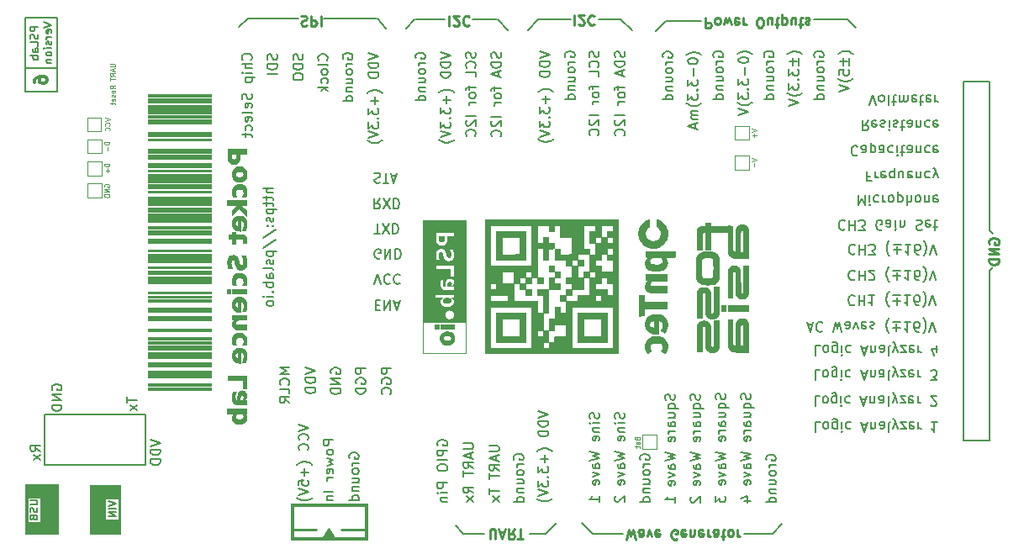
<source format=gbo>
G04 #@! TF.GenerationSoftware,KiCad,Pcbnew,5.1.6-c6e7f7d~87~ubuntu18.04.1*
G04 #@! TF.CreationDate,2020-09-05T12:58:40+03:00*
G04 #@! TF.ProjectId,PSLab,50534c61-622e-46b6-9963-61645f706362,v6.1*
G04 #@! TF.SameCoordinates,Original*
G04 #@! TF.FileFunction,Legend,Bot*
G04 #@! TF.FilePolarity,Positive*
%FSLAX46Y46*%
G04 Gerber Fmt 4.6, Leading zero omitted, Abs format (unit mm)*
G04 Created by KiCad (PCBNEW 5.1.6-c6e7f7d~87~ubuntu18.04.1) date 2020-09-05 12:58:40*
%MOMM*%
%LPD*%
G01*
G04 APERTURE LIST*
%ADD10C,0.200000*%
%ADD11C,0.250000*%
%ADD12C,0.300000*%
%ADD13C,0.100000*%
%ADD14C,0.187500*%
%ADD15C,0.125000*%
%ADD16C,0.150000*%
%ADD17C,0.010000*%
%ADD18C,0.120000*%
G04 APERTURE END LIST*
D10*
X91524200Y-65828000D02*
X94699200Y-65828000D01*
X94699200Y-60824200D02*
X91524200Y-60824200D01*
X94699200Y-68241000D02*
X94699200Y-60824200D01*
X91524200Y-68266400D02*
X94699200Y-68266400D01*
X91524200Y-60824200D02*
X91524200Y-68266400D01*
D11*
X118422800Y-112386200D02*
X120835800Y-112386200D01*
X123375800Y-112386200D02*
X125788800Y-112386200D01*
D12*
X92467257Y-67275771D02*
X92467257Y-67047200D01*
X92524400Y-66932914D01*
X92581542Y-66875771D01*
X92752971Y-66761485D01*
X92981542Y-66704342D01*
X93438685Y-66704342D01*
X93552971Y-66761485D01*
X93610114Y-66818628D01*
X93667257Y-66932914D01*
X93667257Y-67161485D01*
X93610114Y-67275771D01*
X93552971Y-67332914D01*
X93438685Y-67390057D01*
X93152971Y-67390057D01*
X93038685Y-67332914D01*
X92981542Y-67275771D01*
X92924400Y-67161485D01*
X92924400Y-66932914D01*
X92981542Y-66818628D01*
X93038685Y-66761485D01*
X93152971Y-66704342D01*
D13*
X93423400Y-100736200D02*
X93423400Y-100761600D01*
D10*
X103583400Y-100736200D02*
X93423400Y-100736200D01*
X103583400Y-105816200D02*
X103583400Y-100736200D01*
X93423400Y-105816200D02*
X103583400Y-105816200D01*
X93423400Y-100761600D02*
X93423400Y-105816200D01*
X104102580Y-103263666D02*
X105102580Y-103597000D01*
X104102580Y-103930333D01*
X105102580Y-104263666D02*
X104102580Y-104263666D01*
X104102580Y-104501761D01*
X104150200Y-104644619D01*
X104245438Y-104739857D01*
X104340676Y-104787476D01*
X104531152Y-104835095D01*
X104674009Y-104835095D01*
X104864485Y-104787476D01*
X104959723Y-104739857D01*
X105054961Y-104644619D01*
X105102580Y-104501761D01*
X105102580Y-104263666D01*
X105102580Y-105263666D02*
X104102580Y-105263666D01*
X104102580Y-105501761D01*
X104150200Y-105644619D01*
X104245438Y-105739857D01*
X104340676Y-105787476D01*
X104531152Y-105835095D01*
X104674009Y-105835095D01*
X104864485Y-105787476D01*
X104959723Y-105739857D01*
X105054961Y-105644619D01*
X105102580Y-105501761D01*
X105102580Y-105263666D01*
X93012180Y-104450961D02*
X92535990Y-104117628D01*
X93012180Y-103879533D02*
X92012180Y-103879533D01*
X92012180Y-104260485D01*
X92059800Y-104355723D01*
X92107419Y-104403342D01*
X92202657Y-104450961D01*
X92345514Y-104450961D01*
X92440752Y-104403342D01*
X92488371Y-104355723D01*
X92535990Y-104260485D01*
X92535990Y-103879533D01*
X93012180Y-104784295D02*
X92345514Y-105308104D01*
X92345514Y-104784295D02*
X93012180Y-105308104D01*
X101765780Y-99004323D02*
X101765780Y-99575752D01*
X102765780Y-99290038D02*
X101765780Y-99290038D01*
X102765780Y-99813847D02*
X102099114Y-100337657D01*
X102099114Y-99813847D02*
X102765780Y-100337657D01*
X94218800Y-98272495D02*
X94171180Y-98177257D01*
X94171180Y-98034400D01*
X94218800Y-97891542D01*
X94314038Y-97796304D01*
X94409276Y-97748685D01*
X94599752Y-97701066D01*
X94742609Y-97701066D01*
X94933085Y-97748685D01*
X95028323Y-97796304D01*
X95123561Y-97891542D01*
X95171180Y-98034400D01*
X95171180Y-98129638D01*
X95123561Y-98272495D01*
X95075942Y-98320114D01*
X94742609Y-98320114D01*
X94742609Y-98129638D01*
X95171180Y-98748685D02*
X94171180Y-98748685D01*
X95171180Y-99320114D01*
X94171180Y-99320114D01*
X95171180Y-99796304D02*
X94171180Y-99796304D01*
X94171180Y-100034400D01*
X94218800Y-100177257D01*
X94314038Y-100272495D01*
X94409276Y-100320114D01*
X94599752Y-100367733D01*
X94742609Y-100367733D01*
X94933085Y-100320114D01*
X95028323Y-100272495D01*
X95123561Y-100177257D01*
X95171180Y-100034400D01*
X95171180Y-99796304D01*
D13*
G36*
X122684200Y-113106000D02*
G01*
X125960800Y-113093300D01*
X125960800Y-113385400D01*
X118442400Y-113385400D01*
X118467800Y-113093300D01*
X121490400Y-113106000D01*
X122100000Y-112140800D01*
X122684200Y-113106000D01*
G37*
X122684200Y-113106000D02*
X125960800Y-113093300D01*
X125960800Y-113385400D01*
X118442400Y-113385400D01*
X118467800Y-113093300D01*
X121490400Y-113106000D01*
X122100000Y-112140800D01*
X122684200Y-113106000D01*
G36*
X125960800Y-113334600D02*
G01*
X125706800Y-113347300D01*
X125706800Y-109765900D01*
X125960800Y-109753200D01*
X125960800Y-113334600D01*
G37*
X125960800Y-113334600D02*
X125706800Y-113347300D01*
X125706800Y-109765900D01*
X125960800Y-109753200D01*
X125960800Y-113334600D01*
G36*
X125960800Y-109981800D02*
G01*
X118493200Y-109981800D01*
X118493200Y-109753200D01*
X125960800Y-109753200D01*
X125960800Y-109981800D01*
G37*
X125960800Y-109981800D02*
X118493200Y-109981800D01*
X118493200Y-109753200D01*
X125960800Y-109753200D01*
X125960800Y-109981800D01*
G36*
X118493200Y-113385400D02*
G01*
X118239200Y-113385400D01*
X118239200Y-109753200D01*
X118493200Y-109753200D01*
X118493200Y-113385400D01*
G37*
X118493200Y-113385400D02*
X118239200Y-113385400D01*
X118239200Y-109753200D01*
X118493200Y-109753200D01*
X118493200Y-113385400D01*
D10*
X119012380Y-101759038D02*
X120012380Y-102092371D01*
X119012380Y-102425704D01*
X119917142Y-103330466D02*
X119964761Y-103282847D01*
X120012380Y-103139990D01*
X120012380Y-103044752D01*
X119964761Y-102901895D01*
X119869523Y-102806657D01*
X119774285Y-102759038D01*
X119583809Y-102711419D01*
X119440952Y-102711419D01*
X119250476Y-102759038D01*
X119155238Y-102806657D01*
X119060000Y-102901895D01*
X119012380Y-103044752D01*
X119012380Y-103139990D01*
X119060000Y-103282847D01*
X119107619Y-103330466D01*
X119917142Y-104330466D02*
X119964761Y-104282847D01*
X120012380Y-104139990D01*
X120012380Y-104044752D01*
X119964761Y-103901895D01*
X119869523Y-103806657D01*
X119774285Y-103759038D01*
X119583809Y-103711419D01*
X119440952Y-103711419D01*
X119250476Y-103759038D01*
X119155238Y-103806657D01*
X119060000Y-103901895D01*
X119012380Y-104044752D01*
X119012380Y-104139990D01*
X119060000Y-104282847D01*
X119107619Y-104330466D01*
X120393333Y-105806657D02*
X120345714Y-105759038D01*
X120202857Y-105663800D01*
X120107619Y-105616180D01*
X119964761Y-105568561D01*
X119726666Y-105520942D01*
X119536190Y-105520942D01*
X119298095Y-105568561D01*
X119155238Y-105616180D01*
X119060000Y-105663800D01*
X118917142Y-105759038D01*
X118869523Y-105806657D01*
X119631428Y-106187609D02*
X119631428Y-106949514D01*
X120012380Y-106568561D02*
X119250476Y-106568561D01*
X119012380Y-107901895D02*
X119012380Y-107425704D01*
X119488571Y-107378085D01*
X119440952Y-107425704D01*
X119393333Y-107520942D01*
X119393333Y-107759038D01*
X119440952Y-107854276D01*
X119488571Y-107901895D01*
X119583809Y-107949514D01*
X119821904Y-107949514D01*
X119917142Y-107901895D01*
X119964761Y-107854276D01*
X120012380Y-107759038D01*
X120012380Y-107520942D01*
X119964761Y-107425704D01*
X119917142Y-107378085D01*
X119012380Y-108235228D02*
X120012380Y-108568561D01*
X119012380Y-108901895D01*
X120393333Y-109139990D02*
X120345714Y-109187609D01*
X120202857Y-109282847D01*
X120107619Y-109330466D01*
X119964761Y-109378085D01*
X119726666Y-109425704D01*
X119536190Y-109425704D01*
X119298095Y-109378085D01*
X119155238Y-109330466D01*
X119060000Y-109282847D01*
X118917142Y-109187609D01*
X118869523Y-109139990D01*
X122526980Y-103327380D02*
X121526980Y-103327380D01*
X121526980Y-103708333D01*
X121574600Y-103803571D01*
X121622219Y-103851190D01*
X121717457Y-103898809D01*
X121860314Y-103898809D01*
X121955552Y-103851190D01*
X122003171Y-103803571D01*
X122050790Y-103708333D01*
X122050790Y-103327380D01*
X122526980Y-104470238D02*
X122479361Y-104375000D01*
X122431742Y-104327380D01*
X122336504Y-104279761D01*
X122050790Y-104279761D01*
X121955552Y-104327380D01*
X121907933Y-104375000D01*
X121860314Y-104470238D01*
X121860314Y-104613095D01*
X121907933Y-104708333D01*
X121955552Y-104755952D01*
X122050790Y-104803571D01*
X122336504Y-104803571D01*
X122431742Y-104755952D01*
X122479361Y-104708333D01*
X122526980Y-104613095D01*
X122526980Y-104470238D01*
X121860314Y-105136904D02*
X122526980Y-105327380D01*
X122050790Y-105517857D01*
X122526980Y-105708333D01*
X121860314Y-105898809D01*
X122479361Y-106660714D02*
X122526980Y-106565476D01*
X122526980Y-106375000D01*
X122479361Y-106279761D01*
X122384123Y-106232142D01*
X122003171Y-106232142D01*
X121907933Y-106279761D01*
X121860314Y-106375000D01*
X121860314Y-106565476D01*
X121907933Y-106660714D01*
X122003171Y-106708333D01*
X122098409Y-106708333D01*
X122193647Y-106232142D01*
X122526980Y-107136904D02*
X121860314Y-107136904D01*
X122050790Y-107136904D02*
X121955552Y-107184523D01*
X121907933Y-107232142D01*
X121860314Y-107327380D01*
X121860314Y-107422619D01*
X122526980Y-108517857D02*
X121526980Y-108517857D01*
X121860314Y-108994047D02*
X122526980Y-108994047D01*
X121955552Y-108994047D02*
X121907933Y-109041666D01*
X121860314Y-109136904D01*
X121860314Y-109279761D01*
X121907933Y-109375000D01*
X122003171Y-109422619D01*
X122526980Y-109422619D01*
X124140000Y-105152857D02*
X124092380Y-105057619D01*
X124092380Y-104914761D01*
X124140000Y-104771904D01*
X124235238Y-104676666D01*
X124330476Y-104629047D01*
X124520952Y-104581428D01*
X124663809Y-104581428D01*
X124854285Y-104629047D01*
X124949523Y-104676666D01*
X125044761Y-104771904D01*
X125092380Y-104914761D01*
X125092380Y-105010000D01*
X125044761Y-105152857D01*
X124997142Y-105200476D01*
X124663809Y-105200476D01*
X124663809Y-105010000D01*
X125092380Y-105629047D02*
X124425714Y-105629047D01*
X124616190Y-105629047D02*
X124520952Y-105676666D01*
X124473333Y-105724285D01*
X124425714Y-105819523D01*
X124425714Y-105914761D01*
X125092380Y-106390952D02*
X125044761Y-106295714D01*
X124997142Y-106248095D01*
X124901904Y-106200476D01*
X124616190Y-106200476D01*
X124520952Y-106248095D01*
X124473333Y-106295714D01*
X124425714Y-106390952D01*
X124425714Y-106533809D01*
X124473333Y-106629047D01*
X124520952Y-106676666D01*
X124616190Y-106724285D01*
X124901904Y-106724285D01*
X124997142Y-106676666D01*
X125044761Y-106629047D01*
X125092380Y-106533809D01*
X125092380Y-106390952D01*
X124425714Y-107581428D02*
X125092380Y-107581428D01*
X124425714Y-107152857D02*
X124949523Y-107152857D01*
X125044761Y-107200476D01*
X125092380Y-107295714D01*
X125092380Y-107438571D01*
X125044761Y-107533809D01*
X124997142Y-107581428D01*
X124425714Y-108057619D02*
X125092380Y-108057619D01*
X124520952Y-108057619D02*
X124473333Y-108105238D01*
X124425714Y-108200476D01*
X124425714Y-108343333D01*
X124473333Y-108438571D01*
X124568571Y-108486190D01*
X125092380Y-108486190D01*
X125092380Y-109390952D02*
X124092380Y-109390952D01*
X125044761Y-109390952D02*
X125092380Y-109295714D01*
X125092380Y-109105238D01*
X125044761Y-109010000D01*
X124997142Y-108962380D01*
X124901904Y-108914761D01*
X124616190Y-108914761D01*
X124520952Y-108962380D01*
X124473333Y-109010000D01*
X124425714Y-109105238D01*
X124425714Y-109295714D01*
X124473333Y-109390952D01*
D13*
X153153885Y-103196866D02*
X153177695Y-103268295D01*
X153201504Y-103292104D01*
X153249123Y-103315914D01*
X153320552Y-103315914D01*
X153368171Y-103292104D01*
X153391980Y-103268295D01*
X153415790Y-103220676D01*
X153415790Y-103030200D01*
X152915790Y-103030200D01*
X152915790Y-103196866D01*
X152939600Y-103244485D01*
X152963409Y-103268295D01*
X153011028Y-103292104D01*
X153058647Y-103292104D01*
X153106266Y-103268295D01*
X153130076Y-103244485D01*
X153153885Y-103196866D01*
X153153885Y-103030200D01*
X153415790Y-103744485D02*
X153153885Y-103744485D01*
X153106266Y-103720676D01*
X153082457Y-103673057D01*
X153082457Y-103577819D01*
X153106266Y-103530200D01*
X153391980Y-103744485D02*
X153415790Y-103696866D01*
X153415790Y-103577819D01*
X153391980Y-103530200D01*
X153344361Y-103506390D01*
X153296742Y-103506390D01*
X153249123Y-103530200D01*
X153225314Y-103577819D01*
X153225314Y-103696866D01*
X153201504Y-103744485D01*
X153082457Y-103911152D02*
X153082457Y-104101628D01*
X152915790Y-103982580D02*
X153344361Y-103982580D01*
X153391980Y-104006390D01*
X153415790Y-104054009D01*
X153415790Y-104101628D01*
G36*
X91721600Y-111582000D02*
G01*
X91467600Y-111582000D01*
X91467600Y-109092800D01*
X91721600Y-109092800D01*
X91721600Y-111582000D01*
G37*
X91721600Y-111582000D02*
X91467600Y-111582000D01*
X91467600Y-109092800D01*
X91721600Y-109092800D01*
X91721600Y-111582000D01*
G36*
X93042400Y-112801200D02*
G01*
X91467600Y-112801200D01*
X91467600Y-111582000D01*
X93042400Y-111582000D01*
X93042400Y-112801200D01*
G37*
X93042400Y-112801200D02*
X91467600Y-112801200D01*
X91467600Y-111582000D01*
X93042400Y-111582000D01*
X93042400Y-112801200D01*
G36*
X93042400Y-109092800D02*
G01*
X91467600Y-109092800D01*
X91467600Y-107772000D01*
X93042400Y-107772000D01*
X93042400Y-109092800D01*
G37*
X93042400Y-109092800D02*
X91467600Y-109092800D01*
X91467600Y-107772000D01*
X93042400Y-107772000D01*
X93042400Y-109092800D01*
G36*
X94769600Y-112801200D02*
G01*
X93042400Y-112801200D01*
X93042400Y-107772000D01*
X94769600Y-107772000D01*
X94769600Y-112801200D01*
G37*
X94769600Y-112801200D02*
X93042400Y-112801200D01*
X93042400Y-107772000D01*
X94769600Y-107772000D01*
X94769600Y-112801200D01*
D14*
X91977085Y-109407771D02*
X92584228Y-109407771D01*
X92655657Y-109443485D01*
X92691371Y-109479200D01*
X92727085Y-109550628D01*
X92727085Y-109693485D01*
X92691371Y-109764914D01*
X92655657Y-109800628D01*
X92584228Y-109836342D01*
X91977085Y-109836342D01*
X92691371Y-110157771D02*
X92727085Y-110264914D01*
X92727085Y-110443485D01*
X92691371Y-110514914D01*
X92655657Y-110550628D01*
X92584228Y-110586342D01*
X92512800Y-110586342D01*
X92441371Y-110550628D01*
X92405657Y-110514914D01*
X92369942Y-110443485D01*
X92334228Y-110300628D01*
X92298514Y-110229200D01*
X92262800Y-110193485D01*
X92191371Y-110157771D01*
X92119942Y-110157771D01*
X92048514Y-110193485D01*
X92012800Y-110229200D01*
X91977085Y-110300628D01*
X91977085Y-110479200D01*
X92012800Y-110586342D01*
X92334228Y-111157771D02*
X92369942Y-111264914D01*
X92405657Y-111300628D01*
X92477085Y-111336342D01*
X92584228Y-111336342D01*
X92655657Y-111300628D01*
X92691371Y-111264914D01*
X92727085Y-111193485D01*
X92727085Y-110907771D01*
X91977085Y-110907771D01*
X91977085Y-111157771D01*
X92012800Y-111229200D01*
X92048514Y-111264914D01*
X92119942Y-111300628D01*
X92191371Y-111300628D01*
X92262800Y-111264914D01*
X92298514Y-111229200D01*
X92334228Y-111157771D01*
X92334228Y-110907771D01*
D13*
X94769600Y-112801200D02*
X94769600Y-107772000D01*
X91467600Y-112801200D02*
X94769600Y-112801200D01*
X91467600Y-107772000D02*
X91467600Y-112801200D01*
X94769600Y-107772000D02*
X91467600Y-107772000D01*
G36*
X101043400Y-111277200D02*
G01*
X100891000Y-111277200D01*
X100891000Y-109143600D01*
X101043400Y-109143600D01*
X101043400Y-111277200D01*
G37*
X101043400Y-111277200D02*
X100891000Y-111277200D01*
X100891000Y-109143600D01*
X101043400Y-109143600D01*
X101043400Y-111277200D01*
G36*
X101068800Y-112801200D02*
G01*
X99595600Y-112775800D01*
X99544800Y-111328000D01*
X101068800Y-111328000D01*
X101068800Y-112801200D01*
G37*
X101068800Y-112801200D02*
X99595600Y-112775800D01*
X99544800Y-111328000D01*
X101068800Y-111328000D01*
X101068800Y-112801200D01*
G36*
X101043400Y-109245200D02*
G01*
X99570200Y-109245200D01*
X99544800Y-107822800D01*
X101068800Y-107822800D01*
X101043400Y-109245200D01*
G37*
X101043400Y-109245200D02*
X99570200Y-109245200D01*
X99544800Y-107822800D01*
X101068800Y-107822800D01*
X101043400Y-109245200D01*
G36*
X99544800Y-112750400D02*
G01*
X98020800Y-112801200D01*
X98020800Y-107822800D01*
X99544800Y-107822800D01*
X99544800Y-112750400D01*
G37*
X99544800Y-112750400D02*
X98020800Y-112801200D01*
X98020800Y-107822800D01*
X99544800Y-107822800D01*
X99544800Y-112750400D01*
X98020800Y-107924400D02*
X98173200Y-107924400D01*
X98020800Y-112801200D02*
X98020800Y-107924400D01*
X101068800Y-112801200D02*
X98020800Y-112801200D01*
X101068800Y-107924400D02*
X101068800Y-112801200D01*
X98173200Y-107924400D02*
X101068800Y-107924400D01*
D14*
X99896085Y-109490571D02*
X100646085Y-109740571D01*
X99896085Y-109990571D01*
X100646085Y-110240571D02*
X99896085Y-110240571D01*
X100646085Y-110597714D02*
X99896085Y-110597714D01*
X100646085Y-111026285D01*
X99896085Y-111026285D01*
D10*
X171550952Y-96284419D02*
X171074761Y-96284419D01*
X171074761Y-97284419D01*
X172027142Y-96284419D02*
X171931904Y-96332038D01*
X171884285Y-96379657D01*
X171836666Y-96474895D01*
X171836666Y-96760609D01*
X171884285Y-96855847D01*
X171931904Y-96903466D01*
X172027142Y-96951085D01*
X172170000Y-96951085D01*
X172265238Y-96903466D01*
X172312857Y-96855847D01*
X172360476Y-96760609D01*
X172360476Y-96474895D01*
X172312857Y-96379657D01*
X172265238Y-96332038D01*
X172170000Y-96284419D01*
X172027142Y-96284419D01*
X173217619Y-96951085D02*
X173217619Y-96141561D01*
X173170000Y-96046323D01*
X173122380Y-95998704D01*
X173027142Y-95951085D01*
X172884285Y-95951085D01*
X172789047Y-95998704D01*
X173217619Y-96332038D02*
X173122380Y-96284419D01*
X172931904Y-96284419D01*
X172836666Y-96332038D01*
X172789047Y-96379657D01*
X172741428Y-96474895D01*
X172741428Y-96760609D01*
X172789047Y-96855847D01*
X172836666Y-96903466D01*
X172931904Y-96951085D01*
X173122380Y-96951085D01*
X173217619Y-96903466D01*
X173693809Y-96284419D02*
X173693809Y-96951085D01*
X173693809Y-97284419D02*
X173646190Y-97236800D01*
X173693809Y-97189180D01*
X173741428Y-97236800D01*
X173693809Y-97284419D01*
X173693809Y-97189180D01*
X174598571Y-96332038D02*
X174503333Y-96284419D01*
X174312857Y-96284419D01*
X174217619Y-96332038D01*
X174170000Y-96379657D01*
X174122380Y-96474895D01*
X174122380Y-96760609D01*
X174170000Y-96855847D01*
X174217619Y-96903466D01*
X174312857Y-96951085D01*
X174503333Y-96951085D01*
X174598571Y-96903466D01*
X175741428Y-96570133D02*
X176217619Y-96570133D01*
X175646190Y-96284419D02*
X175979523Y-97284419D01*
X176312857Y-96284419D01*
X176646190Y-96951085D02*
X176646190Y-96284419D01*
X176646190Y-96855847D02*
X176693809Y-96903466D01*
X176789047Y-96951085D01*
X176931904Y-96951085D01*
X177027142Y-96903466D01*
X177074761Y-96808228D01*
X177074761Y-96284419D01*
X177979523Y-96284419D02*
X177979523Y-96808228D01*
X177931904Y-96903466D01*
X177836666Y-96951085D01*
X177646190Y-96951085D01*
X177550952Y-96903466D01*
X177979523Y-96332038D02*
X177884285Y-96284419D01*
X177646190Y-96284419D01*
X177550952Y-96332038D01*
X177503333Y-96427276D01*
X177503333Y-96522514D01*
X177550952Y-96617752D01*
X177646190Y-96665371D01*
X177884285Y-96665371D01*
X177979523Y-96712990D01*
X178598571Y-96284419D02*
X178503333Y-96332038D01*
X178455714Y-96427276D01*
X178455714Y-97284419D01*
X178884285Y-96951085D02*
X179122380Y-96284419D01*
X179360476Y-96951085D02*
X179122380Y-96284419D01*
X179027142Y-96046323D01*
X178979523Y-95998704D01*
X178884285Y-95951085D01*
X179646190Y-96951085D02*
X180170000Y-96951085D01*
X179646190Y-96284419D01*
X180170000Y-96284419D01*
X180931904Y-96332038D02*
X180836666Y-96284419D01*
X180646190Y-96284419D01*
X180550952Y-96332038D01*
X180503333Y-96427276D01*
X180503333Y-96808228D01*
X180550952Y-96903466D01*
X180646190Y-96951085D01*
X180836666Y-96951085D01*
X180931904Y-96903466D01*
X180979523Y-96808228D01*
X180979523Y-96712990D01*
X180503333Y-96617752D01*
X181408095Y-96284419D02*
X181408095Y-96951085D01*
X181408095Y-96760609D02*
X181455714Y-96855847D01*
X181503333Y-96903466D01*
X181598571Y-96951085D01*
X181693809Y-96951085D01*
X182693809Y-97284419D02*
X183312857Y-97284419D01*
X182979523Y-96903466D01*
X183122380Y-96903466D01*
X183217619Y-96855847D01*
X183265238Y-96808228D01*
X183312857Y-96712990D01*
X183312857Y-96474895D01*
X183265238Y-96379657D01*
X183217619Y-96332038D01*
X183122380Y-96284419D01*
X182836666Y-96284419D01*
X182741428Y-96332038D01*
X182693809Y-96379657D01*
D15*
X100064190Y-65439292D02*
X100468952Y-65439292D01*
X100516571Y-65463102D01*
X100540380Y-65486911D01*
X100564190Y-65534530D01*
X100564190Y-65629769D01*
X100540380Y-65677388D01*
X100516571Y-65701197D01*
X100468952Y-65725007D01*
X100064190Y-65725007D01*
X100421333Y-65939292D02*
X100421333Y-66177388D01*
X100564190Y-65891673D02*
X100064190Y-66058340D01*
X100564190Y-66225007D01*
X100564190Y-66677388D02*
X100326095Y-66510721D01*
X100564190Y-66391673D02*
X100064190Y-66391673D01*
X100064190Y-66582150D01*
X100088000Y-66629769D01*
X100111809Y-66653578D01*
X100159428Y-66677388D01*
X100230857Y-66677388D01*
X100278476Y-66653578D01*
X100302285Y-66629769D01*
X100326095Y-66582150D01*
X100326095Y-66391673D01*
X100064190Y-66820245D02*
X100064190Y-67105959D01*
X100564190Y-66963102D02*
X100064190Y-66963102D01*
X100564190Y-67939292D02*
X100326095Y-67772626D01*
X100564190Y-67653578D02*
X100064190Y-67653578D01*
X100064190Y-67844054D01*
X100088000Y-67891673D01*
X100111809Y-67915483D01*
X100159428Y-67939292D01*
X100230857Y-67939292D01*
X100278476Y-67915483D01*
X100302285Y-67891673D01*
X100326095Y-67844054D01*
X100326095Y-67653578D01*
X100540380Y-68344054D02*
X100564190Y-68296435D01*
X100564190Y-68201197D01*
X100540380Y-68153578D01*
X100492761Y-68129769D01*
X100302285Y-68129769D01*
X100254666Y-68153578D01*
X100230857Y-68201197D01*
X100230857Y-68296435D01*
X100254666Y-68344054D01*
X100302285Y-68367864D01*
X100349904Y-68367864D01*
X100397523Y-68129769D01*
X100540380Y-68558340D02*
X100564190Y-68605959D01*
X100564190Y-68701197D01*
X100540380Y-68748816D01*
X100492761Y-68772626D01*
X100468952Y-68772626D01*
X100421333Y-68748816D01*
X100397523Y-68701197D01*
X100397523Y-68629769D01*
X100373714Y-68582150D01*
X100326095Y-68558340D01*
X100302285Y-68558340D01*
X100254666Y-68582150D01*
X100230857Y-68629769D01*
X100230857Y-68701197D01*
X100254666Y-68748816D01*
X100540380Y-69177388D02*
X100564190Y-69129769D01*
X100564190Y-69034530D01*
X100540380Y-68986911D01*
X100492761Y-68963102D01*
X100302285Y-68963102D01*
X100254666Y-68986911D01*
X100230857Y-69034530D01*
X100230857Y-69129769D01*
X100254666Y-69177388D01*
X100302285Y-69201197D01*
X100349904Y-69201197D01*
X100397523Y-68963102D01*
X100230857Y-69344054D02*
X100230857Y-69534530D01*
X100064190Y-69415483D02*
X100492761Y-69415483D01*
X100540380Y-69439292D01*
X100564190Y-69486911D01*
X100564190Y-69534530D01*
D10*
X121877142Y-65079523D02*
X121924761Y-65031904D01*
X121972380Y-64889047D01*
X121972380Y-64793809D01*
X121924761Y-64650952D01*
X121829523Y-64555714D01*
X121734285Y-64508095D01*
X121543809Y-64460476D01*
X121400952Y-64460476D01*
X121210476Y-64508095D01*
X121115238Y-64555714D01*
X121020000Y-64650952D01*
X120972380Y-64793809D01*
X120972380Y-64889047D01*
X121020000Y-65031904D01*
X121067619Y-65079523D01*
X121972380Y-65650952D02*
X121924761Y-65555714D01*
X121829523Y-65508095D01*
X120972380Y-65508095D01*
X121972380Y-66174761D02*
X121924761Y-66079523D01*
X121877142Y-66031904D01*
X121781904Y-65984285D01*
X121496190Y-65984285D01*
X121400952Y-66031904D01*
X121353333Y-66079523D01*
X121305714Y-66174761D01*
X121305714Y-66317619D01*
X121353333Y-66412857D01*
X121400952Y-66460476D01*
X121496190Y-66508095D01*
X121781904Y-66508095D01*
X121877142Y-66460476D01*
X121924761Y-66412857D01*
X121972380Y-66317619D01*
X121972380Y-66174761D01*
X121924761Y-67365238D02*
X121972380Y-67270000D01*
X121972380Y-67079523D01*
X121924761Y-66984285D01*
X121877142Y-66936666D01*
X121781904Y-66889047D01*
X121496190Y-66889047D01*
X121400952Y-66936666D01*
X121353333Y-66984285D01*
X121305714Y-67079523D01*
X121305714Y-67270000D01*
X121353333Y-67365238D01*
X121972380Y-67793809D02*
X120972380Y-67793809D01*
X121591428Y-67889047D02*
X121972380Y-68174761D01*
X121305714Y-68174761D02*
X121686666Y-67793809D01*
X119424761Y-64460476D02*
X119472380Y-64603333D01*
X119472380Y-64841428D01*
X119424761Y-64936666D01*
X119377142Y-64984285D01*
X119281904Y-65031904D01*
X119186666Y-65031904D01*
X119091428Y-64984285D01*
X119043809Y-64936666D01*
X118996190Y-64841428D01*
X118948571Y-64650952D01*
X118900952Y-64555714D01*
X118853333Y-64508095D01*
X118758095Y-64460476D01*
X118662857Y-64460476D01*
X118567619Y-64508095D01*
X118520000Y-64555714D01*
X118472380Y-64650952D01*
X118472380Y-64889047D01*
X118520000Y-65031904D01*
X119472380Y-65460476D02*
X118472380Y-65460476D01*
X118472380Y-65698571D01*
X118520000Y-65841428D01*
X118615238Y-65936666D01*
X118710476Y-65984285D01*
X118900952Y-66031904D01*
X119043809Y-66031904D01*
X119234285Y-65984285D01*
X119329523Y-65936666D01*
X119424761Y-65841428D01*
X119472380Y-65698571D01*
X119472380Y-65460476D01*
X118472380Y-66650952D02*
X118472380Y-66841428D01*
X118520000Y-66936666D01*
X118615238Y-67031904D01*
X118805714Y-67079523D01*
X119139047Y-67079523D01*
X119329523Y-67031904D01*
X119424761Y-66936666D01*
X119472380Y-66841428D01*
X119472380Y-66650952D01*
X119424761Y-66555714D01*
X119329523Y-66460476D01*
X119139047Y-66412857D01*
X118805714Y-66412857D01*
X118615238Y-66460476D01*
X118520000Y-66555714D01*
X118472380Y-66650952D01*
X116824761Y-64460476D02*
X116872380Y-64603333D01*
X116872380Y-64841428D01*
X116824761Y-64936666D01*
X116777142Y-64984285D01*
X116681904Y-65031904D01*
X116586666Y-65031904D01*
X116491428Y-64984285D01*
X116443809Y-64936666D01*
X116396190Y-64841428D01*
X116348571Y-64650952D01*
X116300952Y-64555714D01*
X116253333Y-64508095D01*
X116158095Y-64460476D01*
X116062857Y-64460476D01*
X115967619Y-64508095D01*
X115920000Y-64555714D01*
X115872380Y-64650952D01*
X115872380Y-64889047D01*
X115920000Y-65031904D01*
X116872380Y-65460476D02*
X115872380Y-65460476D01*
X115872380Y-65698571D01*
X115920000Y-65841428D01*
X116015238Y-65936666D01*
X116110476Y-65984285D01*
X116300952Y-66031904D01*
X116443809Y-66031904D01*
X116634285Y-65984285D01*
X116729523Y-65936666D01*
X116824761Y-65841428D01*
X116872380Y-65698571D01*
X116872380Y-65460476D01*
X116872380Y-66460476D02*
X115872380Y-66460476D01*
X114227142Y-65029523D02*
X114274761Y-64981904D01*
X114322380Y-64839047D01*
X114322380Y-64743809D01*
X114274761Y-64600952D01*
X114179523Y-64505714D01*
X114084285Y-64458095D01*
X113893809Y-64410476D01*
X113750952Y-64410476D01*
X113560476Y-64458095D01*
X113465238Y-64505714D01*
X113370000Y-64600952D01*
X113322380Y-64743809D01*
X113322380Y-64839047D01*
X113370000Y-64981904D01*
X113417619Y-65029523D01*
X114322380Y-65458095D02*
X113322380Y-65458095D01*
X114322380Y-65886666D02*
X113798571Y-65886666D01*
X113703333Y-65839047D01*
X113655714Y-65743809D01*
X113655714Y-65600952D01*
X113703333Y-65505714D01*
X113750952Y-65458095D01*
X114322380Y-66362857D02*
X113655714Y-66362857D01*
X113322380Y-66362857D02*
X113370000Y-66315238D01*
X113417619Y-66362857D01*
X113370000Y-66410476D01*
X113322380Y-66362857D01*
X113417619Y-66362857D01*
X113655714Y-66839047D02*
X114655714Y-66839047D01*
X113703333Y-66839047D02*
X113655714Y-66934285D01*
X113655714Y-67124761D01*
X113703333Y-67220000D01*
X113750952Y-67267619D01*
X113846190Y-67315238D01*
X114131904Y-67315238D01*
X114227142Y-67267619D01*
X114274761Y-67220000D01*
X114322380Y-67124761D01*
X114322380Y-66934285D01*
X114274761Y-66839047D01*
X114274761Y-68458095D02*
X114322380Y-68600952D01*
X114322380Y-68839047D01*
X114274761Y-68934285D01*
X114227142Y-68981904D01*
X114131904Y-69029523D01*
X114036666Y-69029523D01*
X113941428Y-68981904D01*
X113893809Y-68934285D01*
X113846190Y-68839047D01*
X113798571Y-68648571D01*
X113750952Y-68553333D01*
X113703333Y-68505714D01*
X113608095Y-68458095D01*
X113512857Y-68458095D01*
X113417619Y-68505714D01*
X113370000Y-68553333D01*
X113322380Y-68648571D01*
X113322380Y-68886666D01*
X113370000Y-69029523D01*
X114274761Y-69839047D02*
X114322380Y-69743809D01*
X114322380Y-69553333D01*
X114274761Y-69458095D01*
X114179523Y-69410476D01*
X113798571Y-69410476D01*
X113703333Y-69458095D01*
X113655714Y-69553333D01*
X113655714Y-69743809D01*
X113703333Y-69839047D01*
X113798571Y-69886666D01*
X113893809Y-69886666D01*
X113989047Y-69410476D01*
X114322380Y-70458095D02*
X114274761Y-70362857D01*
X114179523Y-70315238D01*
X113322380Y-70315238D01*
X114274761Y-71220000D02*
X114322380Y-71124761D01*
X114322380Y-70934285D01*
X114274761Y-70839047D01*
X114179523Y-70791428D01*
X113798571Y-70791428D01*
X113703333Y-70839047D01*
X113655714Y-70934285D01*
X113655714Y-71124761D01*
X113703333Y-71220000D01*
X113798571Y-71267619D01*
X113893809Y-71267619D01*
X113989047Y-70791428D01*
X114274761Y-72124761D02*
X114322380Y-72029523D01*
X114322380Y-71839047D01*
X114274761Y-71743809D01*
X114227142Y-71696190D01*
X114131904Y-71648571D01*
X113846190Y-71648571D01*
X113750952Y-71696190D01*
X113703333Y-71743809D01*
X113655714Y-71839047D01*
X113655714Y-72029523D01*
X113703333Y-72124761D01*
X113655714Y-72410476D02*
X113655714Y-72791428D01*
X113322380Y-72553333D02*
X114179523Y-72553333D01*
X114274761Y-72600952D01*
X114322380Y-72696190D01*
X114322380Y-72791428D01*
X123520000Y-64932857D02*
X123472380Y-64837619D01*
X123472380Y-64694761D01*
X123520000Y-64551904D01*
X123615238Y-64456666D01*
X123710476Y-64409047D01*
X123900952Y-64361428D01*
X124043809Y-64361428D01*
X124234285Y-64409047D01*
X124329523Y-64456666D01*
X124424761Y-64551904D01*
X124472380Y-64694761D01*
X124472380Y-64790000D01*
X124424761Y-64932857D01*
X124377142Y-64980476D01*
X124043809Y-64980476D01*
X124043809Y-64790000D01*
X124472380Y-65409047D02*
X123805714Y-65409047D01*
X123996190Y-65409047D02*
X123900952Y-65456666D01*
X123853333Y-65504285D01*
X123805714Y-65599523D01*
X123805714Y-65694761D01*
X124472380Y-66170952D02*
X124424761Y-66075714D01*
X124377142Y-66028095D01*
X124281904Y-65980476D01*
X123996190Y-65980476D01*
X123900952Y-66028095D01*
X123853333Y-66075714D01*
X123805714Y-66170952D01*
X123805714Y-66313809D01*
X123853333Y-66409047D01*
X123900952Y-66456666D01*
X123996190Y-66504285D01*
X124281904Y-66504285D01*
X124377142Y-66456666D01*
X124424761Y-66409047D01*
X124472380Y-66313809D01*
X124472380Y-66170952D01*
X123805714Y-67361428D02*
X124472380Y-67361428D01*
X123805714Y-66932857D02*
X124329523Y-66932857D01*
X124424761Y-66980476D01*
X124472380Y-67075714D01*
X124472380Y-67218571D01*
X124424761Y-67313809D01*
X124377142Y-67361428D01*
X123805714Y-67837619D02*
X124472380Y-67837619D01*
X123900952Y-67837619D02*
X123853333Y-67885238D01*
X123805714Y-67980476D01*
X123805714Y-68123333D01*
X123853333Y-68218571D01*
X123948571Y-68266190D01*
X124472380Y-68266190D01*
X124472380Y-69170952D02*
X123472380Y-69170952D01*
X124424761Y-69170952D02*
X124472380Y-69075714D01*
X124472380Y-68885238D01*
X124424761Y-68790000D01*
X124377142Y-68742380D01*
X124281904Y-68694761D01*
X123996190Y-68694761D01*
X123900952Y-68742380D01*
X123853333Y-68790000D01*
X123805714Y-68885238D01*
X123805714Y-69075714D01*
X123853333Y-69170952D01*
X126072380Y-64320952D02*
X127072380Y-64654285D01*
X126072380Y-64987619D01*
X127072380Y-65320952D02*
X126072380Y-65320952D01*
X126072380Y-65559047D01*
X126120000Y-65701904D01*
X126215238Y-65797142D01*
X126310476Y-65844761D01*
X126500952Y-65892380D01*
X126643809Y-65892380D01*
X126834285Y-65844761D01*
X126929523Y-65797142D01*
X127024761Y-65701904D01*
X127072380Y-65559047D01*
X127072380Y-65320952D01*
X127072380Y-66320952D02*
X126072380Y-66320952D01*
X126072380Y-66559047D01*
X126120000Y-66701904D01*
X126215238Y-66797142D01*
X126310476Y-66844761D01*
X126500952Y-66892380D01*
X126643809Y-66892380D01*
X126834285Y-66844761D01*
X126929523Y-66797142D01*
X127024761Y-66701904D01*
X127072380Y-66559047D01*
X127072380Y-66320952D01*
X127453333Y-68368571D02*
X127405714Y-68320952D01*
X127262857Y-68225714D01*
X127167619Y-68178095D01*
X127024761Y-68130476D01*
X126786666Y-68082857D01*
X126596190Y-68082857D01*
X126358095Y-68130476D01*
X126215238Y-68178095D01*
X126120000Y-68225714D01*
X125977142Y-68320952D01*
X125929523Y-68368571D01*
X126691428Y-68749523D02*
X126691428Y-69511428D01*
X127072380Y-69130476D02*
X126310476Y-69130476D01*
X126072380Y-69892380D02*
X126072380Y-70511428D01*
X126453333Y-70178095D01*
X126453333Y-70320952D01*
X126500952Y-70416190D01*
X126548571Y-70463809D01*
X126643809Y-70511428D01*
X126881904Y-70511428D01*
X126977142Y-70463809D01*
X127024761Y-70416190D01*
X127072380Y-70320952D01*
X127072380Y-70035238D01*
X127024761Y-69940000D01*
X126977142Y-69892380D01*
X126977142Y-70940000D02*
X127024761Y-70987619D01*
X127072380Y-70940000D01*
X127024761Y-70892380D01*
X126977142Y-70940000D01*
X127072380Y-70940000D01*
X126072380Y-71320952D02*
X126072380Y-71940000D01*
X126453333Y-71606666D01*
X126453333Y-71749523D01*
X126500952Y-71844761D01*
X126548571Y-71892380D01*
X126643809Y-71940000D01*
X126881904Y-71940000D01*
X126977142Y-71892380D01*
X127024761Y-71844761D01*
X127072380Y-71749523D01*
X127072380Y-71463809D01*
X127024761Y-71368571D01*
X126977142Y-71320952D01*
X126072380Y-72225714D02*
X127072380Y-72559047D01*
X126072380Y-72892380D01*
X127453333Y-73130476D02*
X127405714Y-73178095D01*
X127262857Y-73273333D01*
X127167619Y-73320952D01*
X127024761Y-73368571D01*
X126786666Y-73416190D01*
X126596190Y-73416190D01*
X126358095Y-73368571D01*
X126215238Y-73320952D01*
X126120000Y-73273333D01*
X125977142Y-73178095D01*
X125929523Y-73130476D01*
D11*
X119266190Y-60645238D02*
X119409047Y-60597619D01*
X119647142Y-60597619D01*
X119742380Y-60645238D01*
X119790000Y-60692857D01*
X119837619Y-60788095D01*
X119837619Y-60883333D01*
X119790000Y-60978571D01*
X119742380Y-61026190D01*
X119647142Y-61073809D01*
X119456666Y-61121428D01*
X119361428Y-61169047D01*
X119313809Y-61216666D01*
X119266190Y-61311904D01*
X119266190Y-61407142D01*
X119313809Y-61502380D01*
X119361428Y-61550000D01*
X119456666Y-61597619D01*
X119694761Y-61597619D01*
X119837619Y-61550000D01*
X120266190Y-60597619D02*
X120266190Y-61597619D01*
X120647142Y-61597619D01*
X120742380Y-61550000D01*
X120790000Y-61502380D01*
X120837619Y-61407142D01*
X120837619Y-61264285D01*
X120790000Y-61169047D01*
X120742380Y-61121428D01*
X120647142Y-61073809D01*
X120266190Y-61073809D01*
X121266190Y-60597619D02*
X121266190Y-61597619D01*
D10*
X121570000Y-60840000D02*
X126930000Y-60840000D01*
X126940000Y-60850000D02*
X127830000Y-61900000D01*
X119000000Y-60840000D02*
X113900000Y-60840000D01*
X113900000Y-60840000D02*
X113040000Y-61700000D01*
D16*
X92811304Y-61700704D02*
X92011304Y-61700704D01*
X92011304Y-62005466D01*
X92049400Y-62081657D01*
X92087495Y-62119752D01*
X92163685Y-62157847D01*
X92277971Y-62157847D01*
X92354161Y-62119752D01*
X92392257Y-62081657D01*
X92430352Y-62005466D01*
X92430352Y-61700704D01*
X92773209Y-62462609D02*
X92811304Y-62576895D01*
X92811304Y-62767371D01*
X92773209Y-62843561D01*
X92735114Y-62881657D01*
X92658923Y-62919752D01*
X92582733Y-62919752D01*
X92506542Y-62881657D01*
X92468447Y-62843561D01*
X92430352Y-62767371D01*
X92392257Y-62614990D01*
X92354161Y-62538800D01*
X92316066Y-62500704D01*
X92239876Y-62462609D01*
X92163685Y-62462609D01*
X92087495Y-62500704D01*
X92049400Y-62538800D01*
X92011304Y-62614990D01*
X92011304Y-62805466D01*
X92049400Y-62919752D01*
X92811304Y-63643561D02*
X92811304Y-63262609D01*
X92011304Y-63262609D01*
X92811304Y-64253085D02*
X92392257Y-64253085D01*
X92316066Y-64214990D01*
X92277971Y-64138800D01*
X92277971Y-63986419D01*
X92316066Y-63910228D01*
X92773209Y-64253085D02*
X92811304Y-64176895D01*
X92811304Y-63986419D01*
X92773209Y-63910228D01*
X92697019Y-63872133D01*
X92620828Y-63872133D01*
X92544638Y-63910228D01*
X92506542Y-63986419D01*
X92506542Y-64176895D01*
X92468447Y-64253085D01*
X92811304Y-64634038D02*
X92011304Y-64634038D01*
X92316066Y-64634038D02*
X92277971Y-64710228D01*
X92277971Y-64862609D01*
X92316066Y-64938800D01*
X92354161Y-64976895D01*
X92430352Y-65014990D01*
X92658923Y-65014990D01*
X92735114Y-64976895D01*
X92773209Y-64938800D01*
X92811304Y-64862609D01*
X92811304Y-64710228D01*
X92773209Y-64634038D01*
X93361304Y-61243561D02*
X94161304Y-61510228D01*
X93361304Y-61776895D01*
X94123209Y-62348323D02*
X94161304Y-62272133D01*
X94161304Y-62119752D01*
X94123209Y-62043561D01*
X94047019Y-62005466D01*
X93742257Y-62005466D01*
X93666066Y-62043561D01*
X93627971Y-62119752D01*
X93627971Y-62272133D01*
X93666066Y-62348323D01*
X93742257Y-62386419D01*
X93818447Y-62386419D01*
X93894638Y-62005466D01*
X94161304Y-62729276D02*
X93627971Y-62729276D01*
X93780352Y-62729276D02*
X93704161Y-62767371D01*
X93666066Y-62805466D01*
X93627971Y-62881657D01*
X93627971Y-62957847D01*
X94123209Y-63186419D02*
X94161304Y-63262609D01*
X94161304Y-63414990D01*
X94123209Y-63491180D01*
X94047019Y-63529276D01*
X94008923Y-63529276D01*
X93932733Y-63491180D01*
X93894638Y-63414990D01*
X93894638Y-63300704D01*
X93856542Y-63224514D01*
X93780352Y-63186419D01*
X93742257Y-63186419D01*
X93666066Y-63224514D01*
X93627971Y-63300704D01*
X93627971Y-63414990D01*
X93666066Y-63491180D01*
X94161304Y-63872133D02*
X93627971Y-63872133D01*
X93361304Y-63872133D02*
X93399400Y-63834038D01*
X93437495Y-63872133D01*
X93399400Y-63910228D01*
X93361304Y-63872133D01*
X93437495Y-63872133D01*
X94161304Y-64367371D02*
X94123209Y-64291180D01*
X94085114Y-64253085D01*
X94008923Y-64214990D01*
X93780352Y-64214990D01*
X93704161Y-64253085D01*
X93666066Y-64291180D01*
X93627971Y-64367371D01*
X93627971Y-64481657D01*
X93666066Y-64557847D01*
X93704161Y-64595942D01*
X93780352Y-64634038D01*
X94008923Y-64634038D01*
X94085114Y-64595942D01*
X94123209Y-64557847D01*
X94161304Y-64481657D01*
X94161304Y-64367371D01*
X93627971Y-64976895D02*
X94161304Y-64976895D01*
X93704161Y-64976895D02*
X93666066Y-65014990D01*
X93627971Y-65091180D01*
X93627971Y-65205466D01*
X93666066Y-65281657D01*
X93742257Y-65319752D01*
X94161304Y-65319752D01*
D10*
X116487580Y-78006447D02*
X115487580Y-78006447D01*
X116487580Y-78435019D02*
X115963771Y-78435019D01*
X115868533Y-78387400D01*
X115820914Y-78292161D01*
X115820914Y-78149304D01*
X115868533Y-78054066D01*
X115916152Y-78006447D01*
X115820914Y-78768352D02*
X115820914Y-79149304D01*
X115487580Y-78911209D02*
X116344723Y-78911209D01*
X116439961Y-78958828D01*
X116487580Y-79054066D01*
X116487580Y-79149304D01*
X115820914Y-79339780D02*
X115820914Y-79720733D01*
X115487580Y-79482638D02*
X116344723Y-79482638D01*
X116439961Y-79530257D01*
X116487580Y-79625495D01*
X116487580Y-79720733D01*
X115820914Y-80054066D02*
X116820914Y-80054066D01*
X115868533Y-80054066D02*
X115820914Y-80149304D01*
X115820914Y-80339780D01*
X115868533Y-80435019D01*
X115916152Y-80482638D01*
X116011390Y-80530257D01*
X116297104Y-80530257D01*
X116392342Y-80482638D01*
X116439961Y-80435019D01*
X116487580Y-80339780D01*
X116487580Y-80149304D01*
X116439961Y-80054066D01*
X116439961Y-80911209D02*
X116487580Y-81006447D01*
X116487580Y-81196923D01*
X116439961Y-81292161D01*
X116344723Y-81339780D01*
X116297104Y-81339780D01*
X116201866Y-81292161D01*
X116154247Y-81196923D01*
X116154247Y-81054066D01*
X116106628Y-80958828D01*
X116011390Y-80911209D01*
X115963771Y-80911209D01*
X115868533Y-80958828D01*
X115820914Y-81054066D01*
X115820914Y-81196923D01*
X115868533Y-81292161D01*
X116392342Y-81768352D02*
X116439961Y-81815971D01*
X116487580Y-81768352D01*
X116439961Y-81720733D01*
X116392342Y-81768352D01*
X116487580Y-81768352D01*
X115868533Y-81768352D02*
X115916152Y-81815971D01*
X115963771Y-81768352D01*
X115916152Y-81720733D01*
X115868533Y-81768352D01*
X115963771Y-81768352D01*
X115439961Y-82958828D02*
X116725676Y-82101685D01*
X115439961Y-84006447D02*
X116725676Y-83149304D01*
X115820914Y-84339780D02*
X116820914Y-84339780D01*
X115868533Y-84339780D02*
X115820914Y-84435019D01*
X115820914Y-84625495D01*
X115868533Y-84720733D01*
X115916152Y-84768352D01*
X116011390Y-84815971D01*
X116297104Y-84815971D01*
X116392342Y-84768352D01*
X116439961Y-84720733D01*
X116487580Y-84625495D01*
X116487580Y-84435019D01*
X116439961Y-84339780D01*
X116439961Y-85196923D02*
X116487580Y-85292161D01*
X116487580Y-85482638D01*
X116439961Y-85577876D01*
X116344723Y-85625495D01*
X116297104Y-85625495D01*
X116201866Y-85577876D01*
X116154247Y-85482638D01*
X116154247Y-85339780D01*
X116106628Y-85244542D01*
X116011390Y-85196923D01*
X115963771Y-85196923D01*
X115868533Y-85244542D01*
X115820914Y-85339780D01*
X115820914Y-85482638D01*
X115868533Y-85577876D01*
X116487580Y-86196923D02*
X116439961Y-86101685D01*
X116344723Y-86054066D01*
X115487580Y-86054066D01*
X116487580Y-87006447D02*
X115963771Y-87006447D01*
X115868533Y-86958828D01*
X115820914Y-86863590D01*
X115820914Y-86673114D01*
X115868533Y-86577876D01*
X116439961Y-87006447D02*
X116487580Y-86911209D01*
X116487580Y-86673114D01*
X116439961Y-86577876D01*
X116344723Y-86530257D01*
X116249485Y-86530257D01*
X116154247Y-86577876D01*
X116106628Y-86673114D01*
X116106628Y-86911209D01*
X116059009Y-87006447D01*
X116487580Y-87482638D02*
X115487580Y-87482638D01*
X115868533Y-87482638D02*
X115820914Y-87577876D01*
X115820914Y-87768352D01*
X115868533Y-87863590D01*
X115916152Y-87911209D01*
X116011390Y-87958828D01*
X116297104Y-87958828D01*
X116392342Y-87911209D01*
X116439961Y-87863590D01*
X116487580Y-87768352D01*
X116487580Y-87577876D01*
X116439961Y-87482638D01*
X116392342Y-88387399D02*
X116439961Y-88435019D01*
X116487580Y-88387399D01*
X116439961Y-88339780D01*
X116392342Y-88387399D01*
X116487580Y-88387399D01*
X116487580Y-88863590D02*
X115820914Y-88863590D01*
X115487580Y-88863590D02*
X115535200Y-88815971D01*
X115582819Y-88863590D01*
X115535200Y-88911209D01*
X115487580Y-88863590D01*
X115582819Y-88863590D01*
X116487580Y-89482638D02*
X116439961Y-89387399D01*
X116392342Y-89339780D01*
X116297104Y-89292161D01*
X116011390Y-89292161D01*
X115916152Y-89339780D01*
X115868533Y-89387399D01*
X115820914Y-89482638D01*
X115820914Y-89625495D01*
X115868533Y-89720733D01*
X115916152Y-89768352D01*
X116011390Y-89815971D01*
X116297104Y-89815971D01*
X116392342Y-89768352D01*
X116439961Y-89720733D01*
X116487580Y-89625495D01*
X116487580Y-89482638D01*
X126668961Y-76480838D02*
X126811819Y-76433219D01*
X127049914Y-76433219D01*
X127145152Y-76480838D01*
X127192771Y-76528457D01*
X127240390Y-76623695D01*
X127240390Y-76718933D01*
X127192771Y-76814171D01*
X127145152Y-76861790D01*
X127049914Y-76909409D01*
X126859438Y-76957028D01*
X126764200Y-77004647D01*
X126716580Y-77052266D01*
X126668961Y-77147504D01*
X126668961Y-77242742D01*
X126716580Y-77337980D01*
X126764200Y-77385600D01*
X126859438Y-77433219D01*
X127097533Y-77433219D01*
X127240390Y-77385600D01*
X127526104Y-77433219D02*
X128097533Y-77433219D01*
X127811819Y-76433219D02*
X127811819Y-77433219D01*
X128383247Y-76718933D02*
X128859438Y-76718933D01*
X128288009Y-76433219D02*
X128621342Y-77433219D01*
X128954676Y-76433219D01*
X127224533Y-79024019D02*
X126891200Y-79500209D01*
X126653104Y-79024019D02*
X126653104Y-80024019D01*
X127034057Y-80024019D01*
X127129295Y-79976400D01*
X127176914Y-79928780D01*
X127224533Y-79833542D01*
X127224533Y-79690685D01*
X127176914Y-79595447D01*
X127129295Y-79547828D01*
X127034057Y-79500209D01*
X126653104Y-79500209D01*
X127557866Y-80024019D02*
X128224533Y-79024019D01*
X128224533Y-80024019D02*
X127557866Y-79024019D01*
X128605485Y-79024019D02*
X128605485Y-80024019D01*
X128843580Y-80024019D01*
X128986438Y-79976400D01*
X129081676Y-79881161D01*
X129129295Y-79785923D01*
X129176914Y-79595447D01*
X129176914Y-79452590D01*
X129129295Y-79262114D01*
X129081676Y-79166876D01*
X128986438Y-79071638D01*
X128843580Y-79024019D01*
X128605485Y-79024019D01*
X126654695Y-82538619D02*
X127226123Y-82538619D01*
X126940409Y-81538619D02*
X126940409Y-82538619D01*
X127464219Y-82538619D02*
X128130885Y-81538619D01*
X128130885Y-82538619D02*
X127464219Y-81538619D01*
X128511838Y-81538619D02*
X128511838Y-82538619D01*
X128749933Y-82538619D01*
X128892790Y-82491000D01*
X128988028Y-82395761D01*
X129035647Y-82300523D01*
X129083266Y-82110047D01*
X129083266Y-81967190D01*
X129035647Y-81776714D01*
X128988028Y-81681476D01*
X128892790Y-81586238D01*
X128749933Y-81538619D01*
X128511838Y-81538619D01*
X127230895Y-85031000D02*
X127135657Y-85078619D01*
X126992800Y-85078619D01*
X126849942Y-85031000D01*
X126754704Y-84935761D01*
X126707085Y-84840523D01*
X126659466Y-84650047D01*
X126659466Y-84507190D01*
X126707085Y-84316714D01*
X126754704Y-84221476D01*
X126849942Y-84126238D01*
X126992800Y-84078619D01*
X127088038Y-84078619D01*
X127230895Y-84126238D01*
X127278514Y-84173857D01*
X127278514Y-84507190D01*
X127088038Y-84507190D01*
X127707085Y-84078619D02*
X127707085Y-85078619D01*
X128278514Y-84078619D01*
X128278514Y-85078619D01*
X128754704Y-84078619D02*
X128754704Y-85078619D01*
X128992800Y-85078619D01*
X129135657Y-85031000D01*
X129230895Y-84935761D01*
X129278514Y-84840523D01*
X129326133Y-84650047D01*
X129326133Y-84507190D01*
X129278514Y-84316714D01*
X129230895Y-84221476D01*
X129135657Y-84126238D01*
X128992800Y-84078619D01*
X128754704Y-84078619D01*
X126773333Y-89733228D02*
X127106666Y-89733228D01*
X127249523Y-89209419D02*
X126773333Y-89209419D01*
X126773333Y-90209419D01*
X127249523Y-90209419D01*
X127678095Y-89209419D02*
X127678095Y-90209419D01*
X128249523Y-89209419D01*
X128249523Y-90209419D01*
X128678095Y-89495133D02*
X129154285Y-89495133D01*
X128582857Y-89209419D02*
X128916190Y-90209419D01*
X129249523Y-89209419D01*
X126659466Y-87618619D02*
X126992800Y-86618619D01*
X127326133Y-87618619D01*
X128230895Y-86713857D02*
X128183276Y-86666238D01*
X128040419Y-86618619D01*
X127945180Y-86618619D01*
X127802323Y-86666238D01*
X127707085Y-86761476D01*
X127659466Y-86856714D01*
X127611847Y-87047190D01*
X127611847Y-87190047D01*
X127659466Y-87380523D01*
X127707085Y-87475761D01*
X127802323Y-87571000D01*
X127945180Y-87618619D01*
X128040419Y-87618619D01*
X128183276Y-87571000D01*
X128230895Y-87523380D01*
X129230895Y-86713857D02*
X129183276Y-86666238D01*
X129040419Y-86618619D01*
X128945180Y-86618619D01*
X128802323Y-86666238D01*
X128707085Y-86761476D01*
X128659466Y-86856714D01*
X128611847Y-87047190D01*
X128611847Y-87190047D01*
X128659466Y-87380523D01*
X128707085Y-87475761D01*
X128802323Y-87571000D01*
X128945180Y-87618619D01*
X129040419Y-87618619D01*
X129183276Y-87571000D01*
X129230895Y-87523380D01*
X128366580Y-96112695D02*
X127366580Y-96112695D01*
X127366580Y-96493647D01*
X127414200Y-96588885D01*
X127461819Y-96636504D01*
X127557057Y-96684123D01*
X127699914Y-96684123D01*
X127795152Y-96636504D01*
X127842771Y-96588885D01*
X127890390Y-96493647D01*
X127890390Y-96112695D01*
X127414200Y-97636504D02*
X127366580Y-97541266D01*
X127366580Y-97398409D01*
X127414200Y-97255552D01*
X127509438Y-97160314D01*
X127604676Y-97112695D01*
X127795152Y-97065076D01*
X127938009Y-97065076D01*
X128128485Y-97112695D01*
X128223723Y-97160314D01*
X128318961Y-97255552D01*
X128366580Y-97398409D01*
X128366580Y-97493647D01*
X128318961Y-97636504D01*
X128271342Y-97684123D01*
X127938009Y-97684123D01*
X127938009Y-97493647D01*
X128271342Y-98684123D02*
X128318961Y-98636504D01*
X128366580Y-98493647D01*
X128366580Y-98398409D01*
X128318961Y-98255552D01*
X128223723Y-98160314D01*
X128128485Y-98112695D01*
X127938009Y-98065076D01*
X127795152Y-98065076D01*
X127604676Y-98112695D01*
X127509438Y-98160314D01*
X127414200Y-98255552D01*
X127366580Y-98398409D01*
X127366580Y-98493647D01*
X127414200Y-98636504D01*
X127461819Y-98684123D01*
X118126580Y-96046504D02*
X117126580Y-96046504D01*
X117840866Y-96379838D01*
X117126580Y-96713171D01*
X118126580Y-96713171D01*
X118031342Y-97760790D02*
X118078961Y-97713171D01*
X118126580Y-97570314D01*
X118126580Y-97475076D01*
X118078961Y-97332219D01*
X117983723Y-97236980D01*
X117888485Y-97189361D01*
X117698009Y-97141742D01*
X117555152Y-97141742D01*
X117364676Y-97189361D01*
X117269438Y-97236980D01*
X117174200Y-97332219D01*
X117126580Y-97475076D01*
X117126580Y-97570314D01*
X117174200Y-97713171D01*
X117221819Y-97760790D01*
X118126580Y-98665552D02*
X118126580Y-98189361D01*
X117126580Y-98189361D01*
X118126580Y-99570314D02*
X117650390Y-99236980D01*
X118126580Y-98998885D02*
X117126580Y-98998885D01*
X117126580Y-99379838D01*
X117174200Y-99475076D01*
X117221819Y-99522695D01*
X117317057Y-99570314D01*
X117459914Y-99570314D01*
X117555152Y-99522695D01*
X117602771Y-99475076D01*
X117650390Y-99379838D01*
X117650390Y-98998885D01*
X119736580Y-96041266D02*
X120736580Y-96374600D01*
X119736580Y-96707933D01*
X120736580Y-97041266D02*
X119736580Y-97041266D01*
X119736580Y-97279361D01*
X119784200Y-97422219D01*
X119879438Y-97517457D01*
X119974676Y-97565076D01*
X120165152Y-97612695D01*
X120308009Y-97612695D01*
X120498485Y-97565076D01*
X120593723Y-97517457D01*
X120688961Y-97422219D01*
X120736580Y-97279361D01*
X120736580Y-97041266D01*
X120736580Y-98041266D02*
X119736580Y-98041266D01*
X119736580Y-98279361D01*
X119784200Y-98422219D01*
X119879438Y-98517457D01*
X119974676Y-98565076D01*
X120165152Y-98612695D01*
X120308009Y-98612695D01*
X120498485Y-98565076D01*
X120593723Y-98517457D01*
X120688961Y-98422219D01*
X120736580Y-98279361D01*
X120736580Y-98041266D01*
X122314200Y-96612695D02*
X122266580Y-96517457D01*
X122266580Y-96374600D01*
X122314200Y-96231742D01*
X122409438Y-96136504D01*
X122504676Y-96088885D01*
X122695152Y-96041266D01*
X122838009Y-96041266D01*
X123028485Y-96088885D01*
X123123723Y-96136504D01*
X123218961Y-96231742D01*
X123266580Y-96374600D01*
X123266580Y-96469838D01*
X123218961Y-96612695D01*
X123171342Y-96660314D01*
X122838009Y-96660314D01*
X122838009Y-96469838D01*
X123266580Y-97088885D02*
X122266580Y-97088885D01*
X123266580Y-97660314D01*
X122266580Y-97660314D01*
X123266580Y-98136504D02*
X122266580Y-98136504D01*
X122266580Y-98374600D01*
X122314200Y-98517457D01*
X122409438Y-98612695D01*
X122504676Y-98660314D01*
X122695152Y-98707933D01*
X122838009Y-98707933D01*
X123028485Y-98660314D01*
X123123723Y-98612695D01*
X123218961Y-98517457D01*
X123266580Y-98374600D01*
X123266580Y-98136504D01*
X125786580Y-96112695D02*
X124786580Y-96112695D01*
X124786580Y-96493647D01*
X124834200Y-96588885D01*
X124881819Y-96636504D01*
X124977057Y-96684123D01*
X125119914Y-96684123D01*
X125215152Y-96636504D01*
X125262771Y-96588885D01*
X125310390Y-96493647D01*
X125310390Y-96112695D01*
X124834200Y-97636504D02*
X124786580Y-97541266D01*
X124786580Y-97398409D01*
X124834200Y-97255552D01*
X124929438Y-97160314D01*
X125024676Y-97112695D01*
X125215152Y-97065076D01*
X125358009Y-97065076D01*
X125548485Y-97112695D01*
X125643723Y-97160314D01*
X125738961Y-97255552D01*
X125786580Y-97398409D01*
X125786580Y-97493647D01*
X125738961Y-97636504D01*
X125691342Y-97684123D01*
X125358009Y-97684123D01*
X125358009Y-97493647D01*
X125786580Y-98112695D02*
X124786580Y-98112695D01*
X124786580Y-98350790D01*
X124834200Y-98493647D01*
X124929438Y-98588885D01*
X125024676Y-98636504D01*
X125215152Y-98684123D01*
X125358009Y-98684123D01*
X125548485Y-98636504D01*
X125643723Y-98588885D01*
X125738961Y-98493647D01*
X125786580Y-98350790D01*
X125786580Y-98112695D01*
X149234761Y-64195714D02*
X149282380Y-64338571D01*
X149282380Y-64576666D01*
X149234761Y-64671904D01*
X149187142Y-64719523D01*
X149091904Y-64767142D01*
X148996666Y-64767142D01*
X148901428Y-64719523D01*
X148853809Y-64671904D01*
X148806190Y-64576666D01*
X148758571Y-64386190D01*
X148710952Y-64290952D01*
X148663333Y-64243333D01*
X148568095Y-64195714D01*
X148472857Y-64195714D01*
X148377619Y-64243333D01*
X148330000Y-64290952D01*
X148282380Y-64386190D01*
X148282380Y-64624285D01*
X148330000Y-64767142D01*
X149187142Y-65767142D02*
X149234761Y-65719523D01*
X149282380Y-65576666D01*
X149282380Y-65481428D01*
X149234761Y-65338571D01*
X149139523Y-65243333D01*
X149044285Y-65195714D01*
X148853809Y-65148095D01*
X148710952Y-65148095D01*
X148520476Y-65195714D01*
X148425238Y-65243333D01*
X148330000Y-65338571D01*
X148282380Y-65481428D01*
X148282380Y-65576666D01*
X148330000Y-65719523D01*
X148377619Y-65767142D01*
X149282380Y-66671904D02*
X149282380Y-66195714D01*
X148282380Y-66195714D01*
X148615714Y-67624285D02*
X148615714Y-68005238D01*
X149282380Y-67767142D02*
X148425238Y-67767142D01*
X148330000Y-67814761D01*
X148282380Y-67910000D01*
X148282380Y-68005238D01*
X149282380Y-68481428D02*
X149234761Y-68386190D01*
X149187142Y-68338571D01*
X149091904Y-68290952D01*
X148806190Y-68290952D01*
X148710952Y-68338571D01*
X148663333Y-68386190D01*
X148615714Y-68481428D01*
X148615714Y-68624285D01*
X148663333Y-68719523D01*
X148710952Y-68767142D01*
X148806190Y-68814761D01*
X149091904Y-68814761D01*
X149187142Y-68767142D01*
X149234761Y-68719523D01*
X149282380Y-68624285D01*
X149282380Y-68481428D01*
X149282380Y-69243333D02*
X148615714Y-69243333D01*
X148806190Y-69243333D02*
X148710952Y-69290952D01*
X148663333Y-69338571D01*
X148615714Y-69433809D01*
X148615714Y-69529047D01*
X149282380Y-70624285D02*
X148282380Y-70624285D01*
X148377619Y-71052857D02*
X148330000Y-71100476D01*
X148282380Y-71195714D01*
X148282380Y-71433809D01*
X148330000Y-71529047D01*
X148377619Y-71576666D01*
X148472857Y-71624285D01*
X148568095Y-71624285D01*
X148710952Y-71576666D01*
X149282380Y-71005238D01*
X149282380Y-71624285D01*
X149187142Y-72624285D02*
X149234761Y-72576666D01*
X149282380Y-72433809D01*
X149282380Y-72338571D01*
X149234761Y-72195714D01*
X149139523Y-72100476D01*
X149044285Y-72052857D01*
X148853809Y-72005238D01*
X148710952Y-72005238D01*
X148520476Y-72052857D01*
X148425238Y-72100476D01*
X148330000Y-72195714D01*
X148282380Y-72338571D01*
X148282380Y-72433809D01*
X148330000Y-72576666D01*
X148377619Y-72624285D01*
X151834761Y-64171904D02*
X151882380Y-64314761D01*
X151882380Y-64552857D01*
X151834761Y-64648095D01*
X151787142Y-64695714D01*
X151691904Y-64743333D01*
X151596666Y-64743333D01*
X151501428Y-64695714D01*
X151453809Y-64648095D01*
X151406190Y-64552857D01*
X151358571Y-64362380D01*
X151310952Y-64267142D01*
X151263333Y-64219523D01*
X151168095Y-64171904D01*
X151072857Y-64171904D01*
X150977619Y-64219523D01*
X150930000Y-64267142D01*
X150882380Y-64362380D01*
X150882380Y-64600476D01*
X150930000Y-64743333D01*
X151882380Y-65171904D02*
X150882380Y-65171904D01*
X150882380Y-65410000D01*
X150930000Y-65552857D01*
X151025238Y-65648095D01*
X151120476Y-65695714D01*
X151310952Y-65743333D01*
X151453809Y-65743333D01*
X151644285Y-65695714D01*
X151739523Y-65648095D01*
X151834761Y-65552857D01*
X151882380Y-65410000D01*
X151882380Y-65171904D01*
X151596666Y-66124285D02*
X151596666Y-66600476D01*
X151882380Y-66029047D02*
X150882380Y-66362380D01*
X151882380Y-66695714D01*
X151215714Y-67648095D02*
X151215714Y-68029047D01*
X151882380Y-67790952D02*
X151025238Y-67790952D01*
X150930000Y-67838571D01*
X150882380Y-67933809D01*
X150882380Y-68029047D01*
X151882380Y-68505238D02*
X151834761Y-68410000D01*
X151787142Y-68362380D01*
X151691904Y-68314761D01*
X151406190Y-68314761D01*
X151310952Y-68362380D01*
X151263333Y-68410000D01*
X151215714Y-68505238D01*
X151215714Y-68648095D01*
X151263333Y-68743333D01*
X151310952Y-68790952D01*
X151406190Y-68838571D01*
X151691904Y-68838571D01*
X151787142Y-68790952D01*
X151834761Y-68743333D01*
X151882380Y-68648095D01*
X151882380Y-68505238D01*
X151882380Y-69267142D02*
X151215714Y-69267142D01*
X151406190Y-69267142D02*
X151310952Y-69314761D01*
X151263333Y-69362380D01*
X151215714Y-69457619D01*
X151215714Y-69552857D01*
X151882380Y-70648095D02*
X150882380Y-70648095D01*
X150977619Y-71076666D02*
X150930000Y-71124285D01*
X150882380Y-71219523D01*
X150882380Y-71457619D01*
X150930000Y-71552857D01*
X150977619Y-71600476D01*
X151072857Y-71648095D01*
X151168095Y-71648095D01*
X151310952Y-71600476D01*
X151882380Y-71029047D01*
X151882380Y-71648095D01*
X151787142Y-72648095D02*
X151834761Y-72600476D01*
X151882380Y-72457619D01*
X151882380Y-72362380D01*
X151834761Y-72219523D01*
X151739523Y-72124285D01*
X151644285Y-72076666D01*
X151453809Y-72029047D01*
X151310952Y-72029047D01*
X151120476Y-72076666D01*
X151025238Y-72124285D01*
X150930000Y-72219523D01*
X150882380Y-72362380D01*
X150882380Y-72457619D01*
X150930000Y-72600476D01*
X150977619Y-72648095D01*
X143300580Y-64206152D02*
X144300580Y-64539485D01*
X143300580Y-64872819D01*
X144300580Y-65206152D02*
X143300580Y-65206152D01*
X143300580Y-65444247D01*
X143348200Y-65587104D01*
X143443438Y-65682342D01*
X143538676Y-65729961D01*
X143729152Y-65777580D01*
X143872009Y-65777580D01*
X144062485Y-65729961D01*
X144157723Y-65682342D01*
X144252961Y-65587104D01*
X144300580Y-65444247D01*
X144300580Y-65206152D01*
X144300580Y-66206152D02*
X143300580Y-66206152D01*
X143300580Y-66444247D01*
X143348200Y-66587104D01*
X143443438Y-66682342D01*
X143538676Y-66729961D01*
X143729152Y-66777580D01*
X143872009Y-66777580D01*
X144062485Y-66729961D01*
X144157723Y-66682342D01*
X144252961Y-66587104D01*
X144300580Y-66444247D01*
X144300580Y-66206152D01*
X144681533Y-68253771D02*
X144633914Y-68206152D01*
X144491057Y-68110914D01*
X144395819Y-68063295D01*
X144252961Y-68015676D01*
X144014866Y-67968057D01*
X143824390Y-67968057D01*
X143586295Y-68015676D01*
X143443438Y-68063295D01*
X143348200Y-68110914D01*
X143205342Y-68206152D01*
X143157723Y-68253771D01*
X143919628Y-68634723D02*
X143919628Y-69396628D01*
X144300580Y-69015676D02*
X143538676Y-69015676D01*
X143300580Y-69777580D02*
X143300580Y-70396628D01*
X143681533Y-70063295D01*
X143681533Y-70206152D01*
X143729152Y-70301390D01*
X143776771Y-70349009D01*
X143872009Y-70396628D01*
X144110104Y-70396628D01*
X144205342Y-70349009D01*
X144252961Y-70301390D01*
X144300580Y-70206152D01*
X144300580Y-69920438D01*
X144252961Y-69825200D01*
X144205342Y-69777580D01*
X144205342Y-70825200D02*
X144252961Y-70872819D01*
X144300580Y-70825200D01*
X144252961Y-70777580D01*
X144205342Y-70825200D01*
X144300580Y-70825200D01*
X143300580Y-71206152D02*
X143300580Y-71825200D01*
X143681533Y-71491866D01*
X143681533Y-71634723D01*
X143729152Y-71729961D01*
X143776771Y-71777580D01*
X143872009Y-71825200D01*
X144110104Y-71825200D01*
X144205342Y-71777580D01*
X144252961Y-71729961D01*
X144300580Y-71634723D01*
X144300580Y-71349009D01*
X144252961Y-71253771D01*
X144205342Y-71206152D01*
X143300580Y-72110914D02*
X144300580Y-72444247D01*
X143300580Y-72777580D01*
X144681533Y-73015676D02*
X144633914Y-73063295D01*
X144491057Y-73158533D01*
X144395819Y-73206152D01*
X144252961Y-73253771D01*
X144014866Y-73301390D01*
X143824390Y-73301390D01*
X143586295Y-73253771D01*
X143443438Y-73206152D01*
X143348200Y-73158533D01*
X143205342Y-73063295D01*
X143157723Y-73015676D01*
X133322380Y-64270952D02*
X134322380Y-64604285D01*
X133322380Y-64937619D01*
X134322380Y-65270952D02*
X133322380Y-65270952D01*
X133322380Y-65509047D01*
X133370000Y-65651904D01*
X133465238Y-65747142D01*
X133560476Y-65794761D01*
X133750952Y-65842380D01*
X133893809Y-65842380D01*
X134084285Y-65794761D01*
X134179523Y-65747142D01*
X134274761Y-65651904D01*
X134322380Y-65509047D01*
X134322380Y-65270952D01*
X134322380Y-66270952D02*
X133322380Y-66270952D01*
X133322380Y-66509047D01*
X133370000Y-66651904D01*
X133465238Y-66747142D01*
X133560476Y-66794761D01*
X133750952Y-66842380D01*
X133893809Y-66842380D01*
X134084285Y-66794761D01*
X134179523Y-66747142D01*
X134274761Y-66651904D01*
X134322380Y-66509047D01*
X134322380Y-66270952D01*
X134703333Y-68318571D02*
X134655714Y-68270952D01*
X134512857Y-68175714D01*
X134417619Y-68128095D01*
X134274761Y-68080476D01*
X134036666Y-68032857D01*
X133846190Y-68032857D01*
X133608095Y-68080476D01*
X133465238Y-68128095D01*
X133370000Y-68175714D01*
X133227142Y-68270952D01*
X133179523Y-68318571D01*
X133941428Y-68699523D02*
X133941428Y-69461428D01*
X134322380Y-69080476D02*
X133560476Y-69080476D01*
X133322380Y-69842380D02*
X133322380Y-70461428D01*
X133703333Y-70128095D01*
X133703333Y-70270952D01*
X133750952Y-70366190D01*
X133798571Y-70413809D01*
X133893809Y-70461428D01*
X134131904Y-70461428D01*
X134227142Y-70413809D01*
X134274761Y-70366190D01*
X134322380Y-70270952D01*
X134322380Y-69985238D01*
X134274761Y-69890000D01*
X134227142Y-69842380D01*
X134227142Y-70890000D02*
X134274761Y-70937619D01*
X134322380Y-70890000D01*
X134274761Y-70842380D01*
X134227142Y-70890000D01*
X134322380Y-70890000D01*
X133322380Y-71270952D02*
X133322380Y-71890000D01*
X133703333Y-71556666D01*
X133703333Y-71699523D01*
X133750952Y-71794761D01*
X133798571Y-71842380D01*
X133893809Y-71890000D01*
X134131904Y-71890000D01*
X134227142Y-71842380D01*
X134274761Y-71794761D01*
X134322380Y-71699523D01*
X134322380Y-71413809D01*
X134274761Y-71318571D01*
X134227142Y-71270952D01*
X133322380Y-72175714D02*
X134322380Y-72509047D01*
X133322380Y-72842380D01*
X134703333Y-73080476D02*
X134655714Y-73128095D01*
X134512857Y-73223333D01*
X134417619Y-73270952D01*
X134274761Y-73318571D01*
X134036666Y-73366190D01*
X133846190Y-73366190D01*
X133608095Y-73318571D01*
X133465238Y-73270952D01*
X133370000Y-73223333D01*
X133227142Y-73128095D01*
X133179523Y-73080476D01*
X130840000Y-64872857D02*
X130792380Y-64777619D01*
X130792380Y-64634761D01*
X130840000Y-64491904D01*
X130935238Y-64396666D01*
X131030476Y-64349047D01*
X131220952Y-64301428D01*
X131363809Y-64301428D01*
X131554285Y-64349047D01*
X131649523Y-64396666D01*
X131744761Y-64491904D01*
X131792380Y-64634761D01*
X131792380Y-64730000D01*
X131744761Y-64872857D01*
X131697142Y-64920476D01*
X131363809Y-64920476D01*
X131363809Y-64730000D01*
X131792380Y-65349047D02*
X131125714Y-65349047D01*
X131316190Y-65349047D02*
X131220952Y-65396666D01*
X131173333Y-65444285D01*
X131125714Y-65539523D01*
X131125714Y-65634761D01*
X131792380Y-66110952D02*
X131744761Y-66015714D01*
X131697142Y-65968095D01*
X131601904Y-65920476D01*
X131316190Y-65920476D01*
X131220952Y-65968095D01*
X131173333Y-66015714D01*
X131125714Y-66110952D01*
X131125714Y-66253809D01*
X131173333Y-66349047D01*
X131220952Y-66396666D01*
X131316190Y-66444285D01*
X131601904Y-66444285D01*
X131697142Y-66396666D01*
X131744761Y-66349047D01*
X131792380Y-66253809D01*
X131792380Y-66110952D01*
X131125714Y-67301428D02*
X131792380Y-67301428D01*
X131125714Y-66872857D02*
X131649523Y-66872857D01*
X131744761Y-66920476D01*
X131792380Y-67015714D01*
X131792380Y-67158571D01*
X131744761Y-67253809D01*
X131697142Y-67301428D01*
X131125714Y-67777619D02*
X131792380Y-67777619D01*
X131220952Y-67777619D02*
X131173333Y-67825238D01*
X131125714Y-67920476D01*
X131125714Y-68063333D01*
X131173333Y-68158571D01*
X131268571Y-68206190D01*
X131792380Y-68206190D01*
X131792380Y-69110952D02*
X130792380Y-69110952D01*
X131744761Y-69110952D02*
X131792380Y-69015714D01*
X131792380Y-68825238D01*
X131744761Y-68730000D01*
X131697142Y-68682380D01*
X131601904Y-68634761D01*
X131316190Y-68634761D01*
X131220952Y-68682380D01*
X131173333Y-68730000D01*
X131125714Y-68825238D01*
X131125714Y-69015714D01*
X131173333Y-69110952D01*
X145888200Y-64758257D02*
X145840580Y-64663019D01*
X145840580Y-64520161D01*
X145888200Y-64377304D01*
X145983438Y-64282066D01*
X146078676Y-64234447D01*
X146269152Y-64186828D01*
X146412009Y-64186828D01*
X146602485Y-64234447D01*
X146697723Y-64282066D01*
X146792961Y-64377304D01*
X146840580Y-64520161D01*
X146840580Y-64615400D01*
X146792961Y-64758257D01*
X146745342Y-64805876D01*
X146412009Y-64805876D01*
X146412009Y-64615400D01*
X146840580Y-65234447D02*
X146173914Y-65234447D01*
X146364390Y-65234447D02*
X146269152Y-65282066D01*
X146221533Y-65329685D01*
X146173914Y-65424923D01*
X146173914Y-65520161D01*
X146840580Y-65996352D02*
X146792961Y-65901114D01*
X146745342Y-65853495D01*
X146650104Y-65805876D01*
X146364390Y-65805876D01*
X146269152Y-65853495D01*
X146221533Y-65901114D01*
X146173914Y-65996352D01*
X146173914Y-66139209D01*
X146221533Y-66234447D01*
X146269152Y-66282066D01*
X146364390Y-66329685D01*
X146650104Y-66329685D01*
X146745342Y-66282066D01*
X146792961Y-66234447D01*
X146840580Y-66139209D01*
X146840580Y-65996352D01*
X146173914Y-67186828D02*
X146840580Y-67186828D01*
X146173914Y-66758257D02*
X146697723Y-66758257D01*
X146792961Y-66805876D01*
X146840580Y-66901114D01*
X146840580Y-67043971D01*
X146792961Y-67139209D01*
X146745342Y-67186828D01*
X146173914Y-67663019D02*
X146840580Y-67663019D01*
X146269152Y-67663019D02*
X146221533Y-67710638D01*
X146173914Y-67805876D01*
X146173914Y-67948733D01*
X146221533Y-68043971D01*
X146316771Y-68091590D01*
X146840580Y-68091590D01*
X146840580Y-68996352D02*
X145840580Y-68996352D01*
X146792961Y-68996352D02*
X146840580Y-68901114D01*
X146840580Y-68710638D01*
X146792961Y-68615400D01*
X146745342Y-68567780D01*
X146650104Y-68520161D01*
X146364390Y-68520161D01*
X146269152Y-68567780D01*
X146221533Y-68615400D01*
X146173914Y-68710638D01*
X146173914Y-68901114D01*
X146221533Y-68996352D01*
X155730000Y-64782857D02*
X155682380Y-64687619D01*
X155682380Y-64544761D01*
X155730000Y-64401904D01*
X155825238Y-64306666D01*
X155920476Y-64259047D01*
X156110952Y-64211428D01*
X156253809Y-64211428D01*
X156444285Y-64259047D01*
X156539523Y-64306666D01*
X156634761Y-64401904D01*
X156682380Y-64544761D01*
X156682380Y-64640000D01*
X156634761Y-64782857D01*
X156587142Y-64830476D01*
X156253809Y-64830476D01*
X156253809Y-64640000D01*
X156682380Y-65259047D02*
X156015714Y-65259047D01*
X156206190Y-65259047D02*
X156110952Y-65306666D01*
X156063333Y-65354285D01*
X156015714Y-65449523D01*
X156015714Y-65544761D01*
X156682380Y-66020952D02*
X156634761Y-65925714D01*
X156587142Y-65878095D01*
X156491904Y-65830476D01*
X156206190Y-65830476D01*
X156110952Y-65878095D01*
X156063333Y-65925714D01*
X156015714Y-66020952D01*
X156015714Y-66163809D01*
X156063333Y-66259047D01*
X156110952Y-66306666D01*
X156206190Y-66354285D01*
X156491904Y-66354285D01*
X156587142Y-66306666D01*
X156634761Y-66259047D01*
X156682380Y-66163809D01*
X156682380Y-66020952D01*
X156015714Y-67211428D02*
X156682380Y-67211428D01*
X156015714Y-66782857D02*
X156539523Y-66782857D01*
X156634761Y-66830476D01*
X156682380Y-66925714D01*
X156682380Y-67068571D01*
X156634761Y-67163809D01*
X156587142Y-67211428D01*
X156015714Y-67687619D02*
X156682380Y-67687619D01*
X156110952Y-67687619D02*
X156063333Y-67735238D01*
X156015714Y-67830476D01*
X156015714Y-67973333D01*
X156063333Y-68068571D01*
X156158571Y-68116190D01*
X156682380Y-68116190D01*
X156682380Y-69020952D02*
X155682380Y-69020952D01*
X156634761Y-69020952D02*
X156682380Y-68925714D01*
X156682380Y-68735238D01*
X156634761Y-68640000D01*
X156587142Y-68592380D01*
X156491904Y-68544761D01*
X156206190Y-68544761D01*
X156110952Y-68592380D01*
X156063333Y-68640000D01*
X156015714Y-68735238D01*
X156015714Y-68925714D01*
X156063333Y-69020952D01*
X160830000Y-64732857D02*
X160782380Y-64637619D01*
X160782380Y-64494761D01*
X160830000Y-64351904D01*
X160925238Y-64256666D01*
X161020476Y-64209047D01*
X161210952Y-64161428D01*
X161353809Y-64161428D01*
X161544285Y-64209047D01*
X161639523Y-64256666D01*
X161734761Y-64351904D01*
X161782380Y-64494761D01*
X161782380Y-64590000D01*
X161734761Y-64732857D01*
X161687142Y-64780476D01*
X161353809Y-64780476D01*
X161353809Y-64590000D01*
X161782380Y-65209047D02*
X161115714Y-65209047D01*
X161306190Y-65209047D02*
X161210952Y-65256666D01*
X161163333Y-65304285D01*
X161115714Y-65399523D01*
X161115714Y-65494761D01*
X161782380Y-65970952D02*
X161734761Y-65875714D01*
X161687142Y-65828095D01*
X161591904Y-65780476D01*
X161306190Y-65780476D01*
X161210952Y-65828095D01*
X161163333Y-65875714D01*
X161115714Y-65970952D01*
X161115714Y-66113809D01*
X161163333Y-66209047D01*
X161210952Y-66256666D01*
X161306190Y-66304285D01*
X161591904Y-66304285D01*
X161687142Y-66256666D01*
X161734761Y-66209047D01*
X161782380Y-66113809D01*
X161782380Y-65970952D01*
X161115714Y-67161428D02*
X161782380Y-67161428D01*
X161115714Y-66732857D02*
X161639523Y-66732857D01*
X161734761Y-66780476D01*
X161782380Y-66875714D01*
X161782380Y-67018571D01*
X161734761Y-67113809D01*
X161687142Y-67161428D01*
X161115714Y-67637619D02*
X161782380Y-67637619D01*
X161210952Y-67637619D02*
X161163333Y-67685238D01*
X161115714Y-67780476D01*
X161115714Y-67923333D01*
X161163333Y-68018571D01*
X161258571Y-68066190D01*
X161782380Y-68066190D01*
X161782380Y-68970952D02*
X160782380Y-68970952D01*
X161734761Y-68970952D02*
X161782380Y-68875714D01*
X161782380Y-68685238D01*
X161734761Y-68590000D01*
X161687142Y-68542380D01*
X161591904Y-68494761D01*
X161306190Y-68494761D01*
X161210952Y-68542380D01*
X161163333Y-68590000D01*
X161115714Y-68685238D01*
X161115714Y-68875714D01*
X161163333Y-68970952D01*
X165930000Y-64732857D02*
X165882380Y-64637619D01*
X165882380Y-64494761D01*
X165930000Y-64351904D01*
X166025238Y-64256666D01*
X166120476Y-64209047D01*
X166310952Y-64161428D01*
X166453809Y-64161428D01*
X166644285Y-64209047D01*
X166739523Y-64256666D01*
X166834761Y-64351904D01*
X166882380Y-64494761D01*
X166882380Y-64590000D01*
X166834761Y-64732857D01*
X166787142Y-64780476D01*
X166453809Y-64780476D01*
X166453809Y-64590000D01*
X166882380Y-65209047D02*
X166215714Y-65209047D01*
X166406190Y-65209047D02*
X166310952Y-65256666D01*
X166263333Y-65304285D01*
X166215714Y-65399523D01*
X166215714Y-65494761D01*
X166882380Y-65970952D02*
X166834761Y-65875714D01*
X166787142Y-65828095D01*
X166691904Y-65780476D01*
X166406190Y-65780476D01*
X166310952Y-65828095D01*
X166263333Y-65875714D01*
X166215714Y-65970952D01*
X166215714Y-66113809D01*
X166263333Y-66209047D01*
X166310952Y-66256666D01*
X166406190Y-66304285D01*
X166691904Y-66304285D01*
X166787142Y-66256666D01*
X166834761Y-66209047D01*
X166882380Y-66113809D01*
X166882380Y-65970952D01*
X166215714Y-67161428D02*
X166882380Y-67161428D01*
X166215714Y-66732857D02*
X166739523Y-66732857D01*
X166834761Y-66780476D01*
X166882380Y-66875714D01*
X166882380Y-67018571D01*
X166834761Y-67113809D01*
X166787142Y-67161428D01*
X166215714Y-67637619D02*
X166882380Y-67637619D01*
X166310952Y-67637619D02*
X166263333Y-67685238D01*
X166215714Y-67780476D01*
X166215714Y-67923333D01*
X166263333Y-68018571D01*
X166358571Y-68066190D01*
X166882380Y-68066190D01*
X166882380Y-68970952D02*
X165882380Y-68970952D01*
X166834761Y-68970952D02*
X166882380Y-68875714D01*
X166882380Y-68685238D01*
X166834761Y-68590000D01*
X166787142Y-68542380D01*
X166691904Y-68494761D01*
X166406190Y-68494761D01*
X166310952Y-68542380D01*
X166263333Y-68590000D01*
X166215714Y-68685238D01*
X166215714Y-68875714D01*
X166263333Y-68970952D01*
X170980000Y-64732857D02*
X170932380Y-64637619D01*
X170932380Y-64494761D01*
X170980000Y-64351904D01*
X171075238Y-64256666D01*
X171170476Y-64209047D01*
X171360952Y-64161428D01*
X171503809Y-64161428D01*
X171694285Y-64209047D01*
X171789523Y-64256666D01*
X171884761Y-64351904D01*
X171932380Y-64494761D01*
X171932380Y-64590000D01*
X171884761Y-64732857D01*
X171837142Y-64780476D01*
X171503809Y-64780476D01*
X171503809Y-64590000D01*
X171932380Y-65209047D02*
X171265714Y-65209047D01*
X171456190Y-65209047D02*
X171360952Y-65256666D01*
X171313333Y-65304285D01*
X171265714Y-65399523D01*
X171265714Y-65494761D01*
X171932380Y-65970952D02*
X171884761Y-65875714D01*
X171837142Y-65828095D01*
X171741904Y-65780476D01*
X171456190Y-65780476D01*
X171360952Y-65828095D01*
X171313333Y-65875714D01*
X171265714Y-65970952D01*
X171265714Y-66113809D01*
X171313333Y-66209047D01*
X171360952Y-66256666D01*
X171456190Y-66304285D01*
X171741904Y-66304285D01*
X171837142Y-66256666D01*
X171884761Y-66209047D01*
X171932380Y-66113809D01*
X171932380Y-65970952D01*
X171265714Y-67161428D02*
X171932380Y-67161428D01*
X171265714Y-66732857D02*
X171789523Y-66732857D01*
X171884761Y-66780476D01*
X171932380Y-66875714D01*
X171932380Y-67018571D01*
X171884761Y-67113809D01*
X171837142Y-67161428D01*
X171265714Y-67637619D02*
X171932380Y-67637619D01*
X171360952Y-67637619D02*
X171313333Y-67685238D01*
X171265714Y-67780476D01*
X171265714Y-67923333D01*
X171313333Y-68018571D01*
X171408571Y-68066190D01*
X171932380Y-68066190D01*
X171932380Y-68970952D02*
X170932380Y-68970952D01*
X171884761Y-68970952D02*
X171932380Y-68875714D01*
X171932380Y-68685238D01*
X171884761Y-68590000D01*
X171837142Y-68542380D01*
X171741904Y-68494761D01*
X171456190Y-68494761D01*
X171360952Y-68542380D01*
X171313333Y-68590000D01*
X171265714Y-68685238D01*
X171265714Y-68875714D01*
X171313333Y-68970952D01*
X171580952Y-101504419D02*
X171104761Y-101504419D01*
X171104761Y-102504419D01*
X172057142Y-101504419D02*
X171961904Y-101552038D01*
X171914285Y-101599657D01*
X171866666Y-101694895D01*
X171866666Y-101980609D01*
X171914285Y-102075847D01*
X171961904Y-102123466D01*
X172057142Y-102171085D01*
X172200000Y-102171085D01*
X172295238Y-102123466D01*
X172342857Y-102075847D01*
X172390476Y-101980609D01*
X172390476Y-101694895D01*
X172342857Y-101599657D01*
X172295238Y-101552038D01*
X172200000Y-101504419D01*
X172057142Y-101504419D01*
X173247619Y-102171085D02*
X173247619Y-101361561D01*
X173200000Y-101266323D01*
X173152380Y-101218704D01*
X173057142Y-101171085D01*
X172914285Y-101171085D01*
X172819047Y-101218704D01*
X173247619Y-101552038D02*
X173152380Y-101504419D01*
X172961904Y-101504419D01*
X172866666Y-101552038D01*
X172819047Y-101599657D01*
X172771428Y-101694895D01*
X172771428Y-101980609D01*
X172819047Y-102075847D01*
X172866666Y-102123466D01*
X172961904Y-102171085D01*
X173152380Y-102171085D01*
X173247619Y-102123466D01*
X173723809Y-101504419D02*
X173723809Y-102171085D01*
X173723809Y-102504419D02*
X173676190Y-102456800D01*
X173723809Y-102409180D01*
X173771428Y-102456800D01*
X173723809Y-102504419D01*
X173723809Y-102409180D01*
X174628571Y-101552038D02*
X174533333Y-101504419D01*
X174342857Y-101504419D01*
X174247619Y-101552038D01*
X174200000Y-101599657D01*
X174152380Y-101694895D01*
X174152380Y-101980609D01*
X174200000Y-102075847D01*
X174247619Y-102123466D01*
X174342857Y-102171085D01*
X174533333Y-102171085D01*
X174628571Y-102123466D01*
X175771428Y-101790133D02*
X176247619Y-101790133D01*
X175676190Y-101504419D02*
X176009523Y-102504419D01*
X176342857Y-101504419D01*
X176676190Y-102171085D02*
X176676190Y-101504419D01*
X176676190Y-102075847D02*
X176723809Y-102123466D01*
X176819047Y-102171085D01*
X176961904Y-102171085D01*
X177057142Y-102123466D01*
X177104761Y-102028228D01*
X177104761Y-101504419D01*
X178009523Y-101504419D02*
X178009523Y-102028228D01*
X177961904Y-102123466D01*
X177866666Y-102171085D01*
X177676190Y-102171085D01*
X177580952Y-102123466D01*
X178009523Y-101552038D02*
X177914285Y-101504419D01*
X177676190Y-101504419D01*
X177580952Y-101552038D01*
X177533333Y-101647276D01*
X177533333Y-101742514D01*
X177580952Y-101837752D01*
X177676190Y-101885371D01*
X177914285Y-101885371D01*
X178009523Y-101932990D01*
X178628571Y-101504419D02*
X178533333Y-101552038D01*
X178485714Y-101647276D01*
X178485714Y-102504419D01*
X178914285Y-102171085D02*
X179152380Y-101504419D01*
X179390476Y-102171085D02*
X179152380Y-101504419D01*
X179057142Y-101266323D01*
X179009523Y-101218704D01*
X178914285Y-101171085D01*
X179676190Y-102171085D02*
X180200000Y-102171085D01*
X179676190Y-101504419D01*
X180200000Y-101504419D01*
X180961904Y-101552038D02*
X180866666Y-101504419D01*
X180676190Y-101504419D01*
X180580952Y-101552038D01*
X180533333Y-101647276D01*
X180533333Y-102028228D01*
X180580952Y-102123466D01*
X180676190Y-102171085D01*
X180866666Y-102171085D01*
X180961904Y-102123466D01*
X181009523Y-102028228D01*
X181009523Y-101932990D01*
X180533333Y-101837752D01*
X181438095Y-101504419D02*
X181438095Y-102171085D01*
X181438095Y-101980609D02*
X181485714Y-102075847D01*
X181533333Y-102123466D01*
X181628571Y-102171085D01*
X181723809Y-102171085D01*
X183342857Y-101504419D02*
X182771428Y-101504419D01*
X183057142Y-101504419D02*
X183057142Y-102504419D01*
X182961904Y-102361561D01*
X182866666Y-102266323D01*
X182771428Y-102218704D01*
X171520952Y-98914419D02*
X171044761Y-98914419D01*
X171044761Y-99914419D01*
X171997142Y-98914419D02*
X171901904Y-98962038D01*
X171854285Y-99009657D01*
X171806666Y-99104895D01*
X171806666Y-99390609D01*
X171854285Y-99485847D01*
X171901904Y-99533466D01*
X171997142Y-99581085D01*
X172140000Y-99581085D01*
X172235238Y-99533466D01*
X172282857Y-99485847D01*
X172330476Y-99390609D01*
X172330476Y-99104895D01*
X172282857Y-99009657D01*
X172235238Y-98962038D01*
X172140000Y-98914419D01*
X171997142Y-98914419D01*
X173187619Y-99581085D02*
X173187619Y-98771561D01*
X173140000Y-98676323D01*
X173092380Y-98628704D01*
X172997142Y-98581085D01*
X172854285Y-98581085D01*
X172759047Y-98628704D01*
X173187619Y-98962038D02*
X173092380Y-98914419D01*
X172901904Y-98914419D01*
X172806666Y-98962038D01*
X172759047Y-99009657D01*
X172711428Y-99104895D01*
X172711428Y-99390609D01*
X172759047Y-99485847D01*
X172806666Y-99533466D01*
X172901904Y-99581085D01*
X173092380Y-99581085D01*
X173187619Y-99533466D01*
X173663809Y-98914419D02*
X173663809Y-99581085D01*
X173663809Y-99914419D02*
X173616190Y-99866800D01*
X173663809Y-99819180D01*
X173711428Y-99866800D01*
X173663809Y-99914419D01*
X173663809Y-99819180D01*
X174568571Y-98962038D02*
X174473333Y-98914419D01*
X174282857Y-98914419D01*
X174187619Y-98962038D01*
X174140000Y-99009657D01*
X174092380Y-99104895D01*
X174092380Y-99390609D01*
X174140000Y-99485847D01*
X174187619Y-99533466D01*
X174282857Y-99581085D01*
X174473333Y-99581085D01*
X174568571Y-99533466D01*
X175711428Y-99200133D02*
X176187619Y-99200133D01*
X175616190Y-98914419D02*
X175949523Y-99914419D01*
X176282857Y-98914419D01*
X176616190Y-99581085D02*
X176616190Y-98914419D01*
X176616190Y-99485847D02*
X176663809Y-99533466D01*
X176759047Y-99581085D01*
X176901904Y-99581085D01*
X176997142Y-99533466D01*
X177044761Y-99438228D01*
X177044761Y-98914419D01*
X177949523Y-98914419D02*
X177949523Y-99438228D01*
X177901904Y-99533466D01*
X177806666Y-99581085D01*
X177616190Y-99581085D01*
X177520952Y-99533466D01*
X177949523Y-98962038D02*
X177854285Y-98914419D01*
X177616190Y-98914419D01*
X177520952Y-98962038D01*
X177473333Y-99057276D01*
X177473333Y-99152514D01*
X177520952Y-99247752D01*
X177616190Y-99295371D01*
X177854285Y-99295371D01*
X177949523Y-99342990D01*
X178568571Y-98914419D02*
X178473333Y-98962038D01*
X178425714Y-99057276D01*
X178425714Y-99914419D01*
X178854285Y-99581085D02*
X179092380Y-98914419D01*
X179330476Y-99581085D02*
X179092380Y-98914419D01*
X178997142Y-98676323D01*
X178949523Y-98628704D01*
X178854285Y-98581085D01*
X179616190Y-99581085D02*
X180140000Y-99581085D01*
X179616190Y-98914419D01*
X180140000Y-98914419D01*
X180901904Y-98962038D02*
X180806666Y-98914419D01*
X180616190Y-98914419D01*
X180520952Y-98962038D01*
X180473333Y-99057276D01*
X180473333Y-99438228D01*
X180520952Y-99533466D01*
X180616190Y-99581085D01*
X180806666Y-99581085D01*
X180901904Y-99533466D01*
X180949523Y-99438228D01*
X180949523Y-99342990D01*
X180473333Y-99247752D01*
X181378095Y-98914419D02*
X181378095Y-99581085D01*
X181378095Y-99390609D02*
X181425714Y-99485847D01*
X181473333Y-99533466D01*
X181568571Y-99581085D01*
X181663809Y-99581085D01*
X182711428Y-99819180D02*
X182759047Y-99866800D01*
X182854285Y-99914419D01*
X183092380Y-99914419D01*
X183187619Y-99866800D01*
X183235238Y-99819180D01*
X183282857Y-99723942D01*
X183282857Y-99628704D01*
X183235238Y-99485847D01*
X182663809Y-98914419D01*
X183282857Y-98914419D01*
X166151600Y-105356057D02*
X166103980Y-105260819D01*
X166103980Y-105117961D01*
X166151600Y-104975104D01*
X166246838Y-104879866D01*
X166342076Y-104832247D01*
X166532552Y-104784628D01*
X166675409Y-104784628D01*
X166865885Y-104832247D01*
X166961123Y-104879866D01*
X167056361Y-104975104D01*
X167103980Y-105117961D01*
X167103980Y-105213200D01*
X167056361Y-105356057D01*
X167008742Y-105403676D01*
X166675409Y-105403676D01*
X166675409Y-105213200D01*
X167103980Y-105832247D02*
X166437314Y-105832247D01*
X166627790Y-105832247D02*
X166532552Y-105879866D01*
X166484933Y-105927485D01*
X166437314Y-106022723D01*
X166437314Y-106117961D01*
X167103980Y-106594152D02*
X167056361Y-106498914D01*
X167008742Y-106451295D01*
X166913504Y-106403676D01*
X166627790Y-106403676D01*
X166532552Y-106451295D01*
X166484933Y-106498914D01*
X166437314Y-106594152D01*
X166437314Y-106737009D01*
X166484933Y-106832247D01*
X166532552Y-106879866D01*
X166627790Y-106927485D01*
X166913504Y-106927485D01*
X167008742Y-106879866D01*
X167056361Y-106832247D01*
X167103980Y-106737009D01*
X167103980Y-106594152D01*
X166437314Y-107784628D02*
X167103980Y-107784628D01*
X166437314Y-107356057D02*
X166961123Y-107356057D01*
X167056361Y-107403676D01*
X167103980Y-107498914D01*
X167103980Y-107641771D01*
X167056361Y-107737009D01*
X167008742Y-107784628D01*
X166437314Y-108260819D02*
X167103980Y-108260819D01*
X166532552Y-108260819D02*
X166484933Y-108308438D01*
X166437314Y-108403676D01*
X166437314Y-108546533D01*
X166484933Y-108641771D01*
X166580171Y-108689390D01*
X167103980Y-108689390D01*
X167103980Y-109594152D02*
X166103980Y-109594152D01*
X167056361Y-109594152D02*
X167103980Y-109498914D01*
X167103980Y-109308438D01*
X167056361Y-109213200D01*
X167008742Y-109165580D01*
X166913504Y-109117961D01*
X166627790Y-109117961D01*
X166532552Y-109165580D01*
X166484933Y-109213200D01*
X166437314Y-109308438D01*
X166437314Y-109498914D01*
X166484933Y-109594152D01*
X153451600Y-105305257D02*
X153403980Y-105210019D01*
X153403980Y-105067161D01*
X153451600Y-104924304D01*
X153546838Y-104829066D01*
X153642076Y-104781447D01*
X153832552Y-104733828D01*
X153975409Y-104733828D01*
X154165885Y-104781447D01*
X154261123Y-104829066D01*
X154356361Y-104924304D01*
X154403980Y-105067161D01*
X154403980Y-105162400D01*
X154356361Y-105305257D01*
X154308742Y-105352876D01*
X153975409Y-105352876D01*
X153975409Y-105162400D01*
X154403980Y-105781447D02*
X153737314Y-105781447D01*
X153927790Y-105781447D02*
X153832552Y-105829066D01*
X153784933Y-105876685D01*
X153737314Y-105971923D01*
X153737314Y-106067161D01*
X154403980Y-106543352D02*
X154356361Y-106448114D01*
X154308742Y-106400495D01*
X154213504Y-106352876D01*
X153927790Y-106352876D01*
X153832552Y-106400495D01*
X153784933Y-106448114D01*
X153737314Y-106543352D01*
X153737314Y-106686209D01*
X153784933Y-106781447D01*
X153832552Y-106829066D01*
X153927790Y-106876685D01*
X154213504Y-106876685D01*
X154308742Y-106829066D01*
X154356361Y-106781447D01*
X154403980Y-106686209D01*
X154403980Y-106543352D01*
X153737314Y-107733828D02*
X154403980Y-107733828D01*
X153737314Y-107305257D02*
X154261123Y-107305257D01*
X154356361Y-107352876D01*
X154403980Y-107448114D01*
X154403980Y-107590971D01*
X154356361Y-107686209D01*
X154308742Y-107733828D01*
X153737314Y-108210019D02*
X154403980Y-108210019D01*
X153832552Y-108210019D02*
X153784933Y-108257638D01*
X153737314Y-108352876D01*
X153737314Y-108495733D01*
X153784933Y-108590971D01*
X153880171Y-108638590D01*
X154403980Y-108638590D01*
X154403980Y-109543352D02*
X153403980Y-109543352D01*
X154356361Y-109543352D02*
X154403980Y-109448114D01*
X154403980Y-109257638D01*
X154356361Y-109162400D01*
X154308742Y-109114780D01*
X154213504Y-109067161D01*
X153927790Y-109067161D01*
X153832552Y-109114780D01*
X153784933Y-109162400D01*
X153737314Y-109257638D01*
X153737314Y-109448114D01*
X153784933Y-109543352D01*
X140732800Y-105288257D02*
X140685180Y-105193019D01*
X140685180Y-105050161D01*
X140732800Y-104907304D01*
X140828038Y-104812066D01*
X140923276Y-104764447D01*
X141113752Y-104716828D01*
X141256609Y-104716828D01*
X141447085Y-104764447D01*
X141542323Y-104812066D01*
X141637561Y-104907304D01*
X141685180Y-105050161D01*
X141685180Y-105145400D01*
X141637561Y-105288257D01*
X141589942Y-105335876D01*
X141256609Y-105335876D01*
X141256609Y-105145400D01*
X141685180Y-105764447D02*
X141018514Y-105764447D01*
X141208990Y-105764447D02*
X141113752Y-105812066D01*
X141066133Y-105859685D01*
X141018514Y-105954923D01*
X141018514Y-106050161D01*
X141685180Y-106526352D02*
X141637561Y-106431114D01*
X141589942Y-106383495D01*
X141494704Y-106335876D01*
X141208990Y-106335876D01*
X141113752Y-106383495D01*
X141066133Y-106431114D01*
X141018514Y-106526352D01*
X141018514Y-106669209D01*
X141066133Y-106764447D01*
X141113752Y-106812066D01*
X141208990Y-106859685D01*
X141494704Y-106859685D01*
X141589942Y-106812066D01*
X141637561Y-106764447D01*
X141685180Y-106669209D01*
X141685180Y-106526352D01*
X141018514Y-107716828D02*
X141685180Y-107716828D01*
X141018514Y-107288257D02*
X141542323Y-107288257D01*
X141637561Y-107335876D01*
X141685180Y-107431114D01*
X141685180Y-107573971D01*
X141637561Y-107669209D01*
X141589942Y-107716828D01*
X141018514Y-108193019D02*
X141685180Y-108193019D01*
X141113752Y-108193019D02*
X141066133Y-108240638D01*
X141018514Y-108335876D01*
X141018514Y-108478733D01*
X141066133Y-108573971D01*
X141161371Y-108621590D01*
X141685180Y-108621590D01*
X141685180Y-109526352D02*
X140685180Y-109526352D01*
X141637561Y-109526352D02*
X141685180Y-109431114D01*
X141685180Y-109240638D01*
X141637561Y-109145400D01*
X141589942Y-109097780D01*
X141494704Y-109050161D01*
X141208990Y-109050161D01*
X141113752Y-109097780D01*
X141066133Y-109145400D01*
X141018514Y-109240638D01*
X141018514Y-109431114D01*
X141066133Y-109526352D01*
X130730000Y-60970000D02*
X129890000Y-61920000D01*
X133770000Y-60970000D02*
X130750000Y-60970000D01*
X139060000Y-60980000D02*
X140060000Y-62090000D01*
X136540000Y-60980000D02*
X139040000Y-60980000D01*
X143160000Y-60970000D02*
X142160000Y-62080000D01*
X146490000Y-60970000D02*
X143160000Y-60970000D01*
X151480000Y-60950000D02*
X152590000Y-62060000D01*
X149270000Y-60950000D02*
X151480000Y-60950000D01*
X155990000Y-61090000D02*
X154980000Y-62100000D01*
X159580000Y-61090000D02*
X155990000Y-61090000D01*
X174280000Y-60990000D02*
X175110000Y-61820000D01*
X170920000Y-60990000D02*
X174280000Y-60990000D01*
X188607600Y-103352200D02*
X186017600Y-103352200D01*
X188607600Y-86292200D02*
X188927600Y-85972200D01*
X188607600Y-103352200D02*
X188607600Y-86292200D01*
X186017600Y-67242200D02*
X188617600Y-67242200D01*
X188617600Y-82212200D02*
X188987600Y-82582200D01*
X188617600Y-67242200D02*
X188617600Y-82212200D01*
X135651200Y-112749000D02*
X134831200Y-111929000D01*
X137701400Y-112749200D02*
X135694800Y-112767200D01*
X143183580Y-100410952D02*
X144183580Y-100744285D01*
X143183580Y-101077619D01*
X144183580Y-101410952D02*
X143183580Y-101410952D01*
X143183580Y-101649047D01*
X143231200Y-101791904D01*
X143326438Y-101887142D01*
X143421676Y-101934761D01*
X143612152Y-101982380D01*
X143755009Y-101982380D01*
X143945485Y-101934761D01*
X144040723Y-101887142D01*
X144135961Y-101791904D01*
X144183580Y-101649047D01*
X144183580Y-101410952D01*
X144183580Y-102410952D02*
X143183580Y-102410952D01*
X143183580Y-102649047D01*
X143231200Y-102791904D01*
X143326438Y-102887142D01*
X143421676Y-102934761D01*
X143612152Y-102982380D01*
X143755009Y-102982380D01*
X143945485Y-102934761D01*
X144040723Y-102887142D01*
X144135961Y-102791904D01*
X144183580Y-102649047D01*
X144183580Y-102410952D01*
X144564533Y-104458571D02*
X144516914Y-104410952D01*
X144374057Y-104315714D01*
X144278819Y-104268095D01*
X144135961Y-104220476D01*
X143897866Y-104172857D01*
X143707390Y-104172857D01*
X143469295Y-104220476D01*
X143326438Y-104268095D01*
X143231200Y-104315714D01*
X143088342Y-104410952D01*
X143040723Y-104458571D01*
X143802628Y-104839523D02*
X143802628Y-105601428D01*
X144183580Y-105220476D02*
X143421676Y-105220476D01*
X143183580Y-105982380D02*
X143183580Y-106601428D01*
X143564533Y-106268095D01*
X143564533Y-106410952D01*
X143612152Y-106506190D01*
X143659771Y-106553809D01*
X143755009Y-106601428D01*
X143993104Y-106601428D01*
X144088342Y-106553809D01*
X144135961Y-106506190D01*
X144183580Y-106410952D01*
X144183580Y-106125238D01*
X144135961Y-106030000D01*
X144088342Y-105982380D01*
X144088342Y-107030000D02*
X144135961Y-107077619D01*
X144183580Y-107030000D01*
X144135961Y-106982380D01*
X144088342Y-107030000D01*
X144183580Y-107030000D01*
X143183580Y-107410952D02*
X143183580Y-108030000D01*
X143564533Y-107696666D01*
X143564533Y-107839523D01*
X143612152Y-107934761D01*
X143659771Y-107982380D01*
X143755009Y-108030000D01*
X143993104Y-108030000D01*
X144088342Y-107982380D01*
X144135961Y-107934761D01*
X144183580Y-107839523D01*
X144183580Y-107553809D01*
X144135961Y-107458571D01*
X144088342Y-107410952D01*
X143183580Y-108315714D02*
X144183580Y-108649047D01*
X143183580Y-108982380D01*
X144564533Y-109220476D02*
X144516914Y-109268095D01*
X144374057Y-109363333D01*
X144278819Y-109410952D01*
X144135961Y-109458571D01*
X143897866Y-109506190D01*
X143707390Y-109506190D01*
X143469295Y-109458571D01*
X143326438Y-109410952D01*
X143231200Y-109363333D01*
X143088342Y-109268095D01*
X143040723Y-109220476D01*
X186017600Y-67242200D02*
X186017600Y-103352200D01*
X143893200Y-112749200D02*
X145010800Y-111632800D01*
X142273400Y-112749200D02*
X143893200Y-112750400D01*
X135625180Y-103664447D02*
X136434704Y-103664447D01*
X136529942Y-103712066D01*
X136577561Y-103759685D01*
X136625180Y-103854923D01*
X136625180Y-104045400D01*
X136577561Y-104140638D01*
X136529942Y-104188257D01*
X136434704Y-104235876D01*
X135625180Y-104235876D01*
X136339466Y-104664447D02*
X136339466Y-105140638D01*
X136625180Y-104569209D02*
X135625180Y-104902542D01*
X136625180Y-105235876D01*
X136625180Y-106140638D02*
X136148990Y-105807304D01*
X136625180Y-105569209D02*
X135625180Y-105569209D01*
X135625180Y-105950161D01*
X135672800Y-106045400D01*
X135720419Y-106093019D01*
X135815657Y-106140638D01*
X135958514Y-106140638D01*
X136053752Y-106093019D01*
X136101371Y-106045400D01*
X136148990Y-105950161D01*
X136148990Y-105569209D01*
X135625180Y-106426352D02*
X135625180Y-106997780D01*
X136625180Y-106712066D02*
X135625180Y-106712066D01*
X136625180Y-108664447D02*
X136148990Y-108331114D01*
X136625180Y-108093019D02*
X135625180Y-108093019D01*
X135625180Y-108473971D01*
X135672800Y-108569209D01*
X135720419Y-108616828D01*
X135815657Y-108664447D01*
X135958514Y-108664447D01*
X136053752Y-108616828D01*
X136101371Y-108569209D01*
X136148990Y-108473971D01*
X136148990Y-108093019D01*
X136625180Y-108997780D02*
X135958514Y-109521590D01*
X135958514Y-108997780D02*
X136625180Y-109521590D01*
X133061200Y-103871171D02*
X133013580Y-103775933D01*
X133013580Y-103633076D01*
X133061200Y-103490219D01*
X133156438Y-103394980D01*
X133251676Y-103347361D01*
X133442152Y-103299742D01*
X133585009Y-103299742D01*
X133775485Y-103347361D01*
X133870723Y-103394980D01*
X133965961Y-103490219D01*
X134013580Y-103633076D01*
X134013580Y-103728314D01*
X133965961Y-103871171D01*
X133918342Y-103918790D01*
X133585009Y-103918790D01*
X133585009Y-103728314D01*
X134013580Y-104347361D02*
X133013580Y-104347361D01*
X133013580Y-104728314D01*
X133061200Y-104823552D01*
X133108819Y-104871171D01*
X133204057Y-104918790D01*
X133346914Y-104918790D01*
X133442152Y-104871171D01*
X133489771Y-104823552D01*
X133537390Y-104728314D01*
X133537390Y-104347361D01*
X134013580Y-105347361D02*
X133013580Y-105347361D01*
X133013580Y-106014028D02*
X133013580Y-106204504D01*
X133061200Y-106299742D01*
X133156438Y-106394980D01*
X133346914Y-106442600D01*
X133680247Y-106442600D01*
X133870723Y-106394980D01*
X133965961Y-106299742D01*
X134013580Y-106204504D01*
X134013580Y-106014028D01*
X133965961Y-105918790D01*
X133870723Y-105823552D01*
X133680247Y-105775933D01*
X133346914Y-105775933D01*
X133156438Y-105823552D01*
X133061200Y-105918790D01*
X133013580Y-106014028D01*
X134013580Y-107633076D02*
X133013580Y-107633076D01*
X133013580Y-108014028D01*
X133061200Y-108109266D01*
X133108819Y-108156885D01*
X133204057Y-108204504D01*
X133346914Y-108204504D01*
X133442152Y-108156885D01*
X133489771Y-108109266D01*
X133537390Y-108014028D01*
X133537390Y-107633076D01*
X134013580Y-108633076D02*
X133346914Y-108633076D01*
X133013580Y-108633076D02*
X133061200Y-108585457D01*
X133108819Y-108633076D01*
X133061200Y-108680695D01*
X133013580Y-108633076D01*
X133108819Y-108633076D01*
X133346914Y-109109266D02*
X134013580Y-109109266D01*
X133442152Y-109109266D02*
X133394533Y-109156885D01*
X133346914Y-109252123D01*
X133346914Y-109394980D01*
X133394533Y-109490219D01*
X133489771Y-109537838D01*
X134013580Y-109537838D01*
X138225180Y-103903495D02*
X139034704Y-103903495D01*
X139129942Y-103951114D01*
X139177561Y-103998733D01*
X139225180Y-104093971D01*
X139225180Y-104284447D01*
X139177561Y-104379685D01*
X139129942Y-104427304D01*
X139034704Y-104474923D01*
X138225180Y-104474923D01*
X138939466Y-104903495D02*
X138939466Y-105379685D01*
X139225180Y-104808257D02*
X138225180Y-105141590D01*
X139225180Y-105474923D01*
X139225180Y-106379685D02*
X138748990Y-106046352D01*
X139225180Y-105808257D02*
X138225180Y-105808257D01*
X138225180Y-106189209D01*
X138272800Y-106284447D01*
X138320419Y-106332066D01*
X138415657Y-106379685D01*
X138558514Y-106379685D01*
X138653752Y-106332066D01*
X138701371Y-106284447D01*
X138748990Y-106189209D01*
X138748990Y-105808257D01*
X138225180Y-106665400D02*
X138225180Y-107236828D01*
X139225180Y-106951114D02*
X138225180Y-106951114D01*
X138225180Y-108189209D02*
X138225180Y-108760638D01*
X139225180Y-108474923D02*
X138225180Y-108474923D01*
X139225180Y-108998733D02*
X138558514Y-109522542D01*
X138558514Y-108998733D02*
X139225180Y-109522542D01*
X164516361Y-98662019D02*
X164563980Y-98804876D01*
X164563980Y-99042971D01*
X164516361Y-99138209D01*
X164468742Y-99185828D01*
X164373504Y-99233447D01*
X164278266Y-99233447D01*
X164183028Y-99185828D01*
X164135409Y-99138209D01*
X164087790Y-99042971D01*
X164040171Y-98852495D01*
X163992552Y-98757257D01*
X163944933Y-98709638D01*
X163849695Y-98662019D01*
X163754457Y-98662019D01*
X163659219Y-98709638D01*
X163611600Y-98757257D01*
X163563980Y-98852495D01*
X163563980Y-99090590D01*
X163611600Y-99233447D01*
X163897314Y-100090590D02*
X164897314Y-100090590D01*
X164516361Y-100090590D02*
X164563980Y-99995352D01*
X164563980Y-99804876D01*
X164516361Y-99709638D01*
X164468742Y-99662019D01*
X164373504Y-99614400D01*
X164087790Y-99614400D01*
X163992552Y-99662019D01*
X163944933Y-99709638D01*
X163897314Y-99804876D01*
X163897314Y-99995352D01*
X163944933Y-100090590D01*
X163897314Y-100995352D02*
X164563980Y-100995352D01*
X163897314Y-100566780D02*
X164421123Y-100566780D01*
X164516361Y-100614400D01*
X164563980Y-100709638D01*
X164563980Y-100852495D01*
X164516361Y-100947733D01*
X164468742Y-100995352D01*
X164563980Y-101900114D02*
X164040171Y-101900114D01*
X163944933Y-101852495D01*
X163897314Y-101757257D01*
X163897314Y-101566780D01*
X163944933Y-101471542D01*
X164516361Y-101900114D02*
X164563980Y-101804876D01*
X164563980Y-101566780D01*
X164516361Y-101471542D01*
X164421123Y-101423923D01*
X164325885Y-101423923D01*
X164230647Y-101471542D01*
X164183028Y-101566780D01*
X164183028Y-101804876D01*
X164135409Y-101900114D01*
X164563980Y-102376304D02*
X163897314Y-102376304D01*
X164087790Y-102376304D02*
X163992552Y-102423923D01*
X163944933Y-102471542D01*
X163897314Y-102566780D01*
X163897314Y-102662019D01*
X164516361Y-103376304D02*
X164563980Y-103281066D01*
X164563980Y-103090590D01*
X164516361Y-102995352D01*
X164421123Y-102947733D01*
X164040171Y-102947733D01*
X163944933Y-102995352D01*
X163897314Y-103090590D01*
X163897314Y-103281066D01*
X163944933Y-103376304D01*
X164040171Y-103423923D01*
X164135409Y-103423923D01*
X164230647Y-102947733D01*
X163563980Y-104519161D02*
X164563980Y-104757257D01*
X163849695Y-104947733D01*
X164563980Y-105138209D01*
X163563980Y-105376304D01*
X164563980Y-106185828D02*
X164040171Y-106185828D01*
X163944933Y-106138209D01*
X163897314Y-106042971D01*
X163897314Y-105852495D01*
X163944933Y-105757257D01*
X164516361Y-106185828D02*
X164563980Y-106090590D01*
X164563980Y-105852495D01*
X164516361Y-105757257D01*
X164421123Y-105709638D01*
X164325885Y-105709638D01*
X164230647Y-105757257D01*
X164183028Y-105852495D01*
X164183028Y-106090590D01*
X164135409Y-106185828D01*
X163897314Y-106566780D02*
X164563980Y-106804876D01*
X163897314Y-107042971D01*
X164516361Y-107804876D02*
X164563980Y-107709638D01*
X164563980Y-107519161D01*
X164516361Y-107423923D01*
X164421123Y-107376304D01*
X164040171Y-107376304D01*
X163944933Y-107423923D01*
X163897314Y-107519161D01*
X163897314Y-107709638D01*
X163944933Y-107804876D01*
X164040171Y-107852495D01*
X164135409Y-107852495D01*
X164230647Y-107376304D01*
X163897314Y-109471542D02*
X164563980Y-109471542D01*
X163516361Y-109233447D02*
X164230647Y-108995352D01*
X164230647Y-109614400D01*
X161976361Y-98662019D02*
X162023980Y-98804876D01*
X162023980Y-99042971D01*
X161976361Y-99138209D01*
X161928742Y-99185828D01*
X161833504Y-99233447D01*
X161738266Y-99233447D01*
X161643028Y-99185828D01*
X161595409Y-99138209D01*
X161547790Y-99042971D01*
X161500171Y-98852495D01*
X161452552Y-98757257D01*
X161404933Y-98709638D01*
X161309695Y-98662019D01*
X161214457Y-98662019D01*
X161119219Y-98709638D01*
X161071600Y-98757257D01*
X161023980Y-98852495D01*
X161023980Y-99090590D01*
X161071600Y-99233447D01*
X161357314Y-100090590D02*
X162357314Y-100090590D01*
X161976361Y-100090590D02*
X162023980Y-99995352D01*
X162023980Y-99804876D01*
X161976361Y-99709638D01*
X161928742Y-99662019D01*
X161833504Y-99614400D01*
X161547790Y-99614400D01*
X161452552Y-99662019D01*
X161404933Y-99709638D01*
X161357314Y-99804876D01*
X161357314Y-99995352D01*
X161404933Y-100090590D01*
X161357314Y-100995352D02*
X162023980Y-100995352D01*
X161357314Y-100566780D02*
X161881123Y-100566780D01*
X161976361Y-100614400D01*
X162023980Y-100709638D01*
X162023980Y-100852495D01*
X161976361Y-100947733D01*
X161928742Y-100995352D01*
X162023980Y-101900114D02*
X161500171Y-101900114D01*
X161404933Y-101852495D01*
X161357314Y-101757257D01*
X161357314Y-101566780D01*
X161404933Y-101471542D01*
X161976361Y-101900114D02*
X162023980Y-101804876D01*
X162023980Y-101566780D01*
X161976361Y-101471542D01*
X161881123Y-101423923D01*
X161785885Y-101423923D01*
X161690647Y-101471542D01*
X161643028Y-101566780D01*
X161643028Y-101804876D01*
X161595409Y-101900114D01*
X162023980Y-102376304D02*
X161357314Y-102376304D01*
X161547790Y-102376304D02*
X161452552Y-102423923D01*
X161404933Y-102471542D01*
X161357314Y-102566780D01*
X161357314Y-102662019D01*
X161976361Y-103376304D02*
X162023980Y-103281066D01*
X162023980Y-103090590D01*
X161976361Y-102995352D01*
X161881123Y-102947733D01*
X161500171Y-102947733D01*
X161404933Y-102995352D01*
X161357314Y-103090590D01*
X161357314Y-103281066D01*
X161404933Y-103376304D01*
X161500171Y-103423923D01*
X161595409Y-103423923D01*
X161690647Y-102947733D01*
X161023980Y-104519161D02*
X162023980Y-104757257D01*
X161309695Y-104947733D01*
X162023980Y-105138209D01*
X161023980Y-105376304D01*
X162023980Y-106185828D02*
X161500171Y-106185828D01*
X161404933Y-106138209D01*
X161357314Y-106042971D01*
X161357314Y-105852495D01*
X161404933Y-105757257D01*
X161976361Y-106185828D02*
X162023980Y-106090590D01*
X162023980Y-105852495D01*
X161976361Y-105757257D01*
X161881123Y-105709638D01*
X161785885Y-105709638D01*
X161690647Y-105757257D01*
X161643028Y-105852495D01*
X161643028Y-106090590D01*
X161595409Y-106185828D01*
X161357314Y-106566780D02*
X162023980Y-106804876D01*
X161357314Y-107042971D01*
X161976361Y-107804876D02*
X162023980Y-107709638D01*
X162023980Y-107519161D01*
X161976361Y-107423923D01*
X161881123Y-107376304D01*
X161500171Y-107376304D01*
X161404933Y-107423923D01*
X161357314Y-107519161D01*
X161357314Y-107709638D01*
X161404933Y-107804876D01*
X161500171Y-107852495D01*
X161595409Y-107852495D01*
X161690647Y-107376304D01*
X161023980Y-108947733D02*
X161023980Y-109566780D01*
X161404933Y-109233447D01*
X161404933Y-109376304D01*
X161452552Y-109471542D01*
X161500171Y-109519161D01*
X161595409Y-109566780D01*
X161833504Y-109566780D01*
X161928742Y-109519161D01*
X161976361Y-109471542D01*
X162023980Y-109376304D01*
X162023980Y-109090590D01*
X161976361Y-108995352D01*
X161928742Y-108947733D01*
X159436361Y-98707619D02*
X159483980Y-98850476D01*
X159483980Y-99088571D01*
X159436361Y-99183809D01*
X159388742Y-99231428D01*
X159293504Y-99279047D01*
X159198266Y-99279047D01*
X159103028Y-99231428D01*
X159055409Y-99183809D01*
X159007790Y-99088571D01*
X158960171Y-98898095D01*
X158912552Y-98802857D01*
X158864933Y-98755238D01*
X158769695Y-98707619D01*
X158674457Y-98707619D01*
X158579219Y-98755238D01*
X158531600Y-98802857D01*
X158483980Y-98898095D01*
X158483980Y-99136190D01*
X158531600Y-99279047D01*
X158817314Y-100136190D02*
X159817314Y-100136190D01*
X159436361Y-100136190D02*
X159483980Y-100040952D01*
X159483980Y-99850476D01*
X159436361Y-99755238D01*
X159388742Y-99707619D01*
X159293504Y-99660000D01*
X159007790Y-99660000D01*
X158912552Y-99707619D01*
X158864933Y-99755238D01*
X158817314Y-99850476D01*
X158817314Y-100040952D01*
X158864933Y-100136190D01*
X158817314Y-101040952D02*
X159483980Y-101040952D01*
X158817314Y-100612380D02*
X159341123Y-100612380D01*
X159436361Y-100660000D01*
X159483980Y-100755238D01*
X159483980Y-100898095D01*
X159436361Y-100993333D01*
X159388742Y-101040952D01*
X159483980Y-101945714D02*
X158960171Y-101945714D01*
X158864933Y-101898095D01*
X158817314Y-101802857D01*
X158817314Y-101612380D01*
X158864933Y-101517142D01*
X159436361Y-101945714D02*
X159483980Y-101850476D01*
X159483980Y-101612380D01*
X159436361Y-101517142D01*
X159341123Y-101469523D01*
X159245885Y-101469523D01*
X159150647Y-101517142D01*
X159103028Y-101612380D01*
X159103028Y-101850476D01*
X159055409Y-101945714D01*
X159483980Y-102421904D02*
X158817314Y-102421904D01*
X159007790Y-102421904D02*
X158912552Y-102469523D01*
X158864933Y-102517142D01*
X158817314Y-102612380D01*
X158817314Y-102707619D01*
X159436361Y-103421904D02*
X159483980Y-103326666D01*
X159483980Y-103136190D01*
X159436361Y-103040952D01*
X159341123Y-102993333D01*
X158960171Y-102993333D01*
X158864933Y-103040952D01*
X158817314Y-103136190D01*
X158817314Y-103326666D01*
X158864933Y-103421904D01*
X158960171Y-103469523D01*
X159055409Y-103469523D01*
X159150647Y-102993333D01*
X158483980Y-104564761D02*
X159483980Y-104802857D01*
X158769695Y-104993333D01*
X159483980Y-105183809D01*
X158483980Y-105421904D01*
X159483980Y-106231428D02*
X158960171Y-106231428D01*
X158864933Y-106183809D01*
X158817314Y-106088571D01*
X158817314Y-105898095D01*
X158864933Y-105802857D01*
X159436361Y-106231428D02*
X159483980Y-106136190D01*
X159483980Y-105898095D01*
X159436361Y-105802857D01*
X159341123Y-105755238D01*
X159245885Y-105755238D01*
X159150647Y-105802857D01*
X159103028Y-105898095D01*
X159103028Y-106136190D01*
X159055409Y-106231428D01*
X158817314Y-106612380D02*
X159483980Y-106850476D01*
X158817314Y-107088571D01*
X159436361Y-107850476D02*
X159483980Y-107755238D01*
X159483980Y-107564761D01*
X159436361Y-107469523D01*
X159341123Y-107421904D01*
X158960171Y-107421904D01*
X158864933Y-107469523D01*
X158817314Y-107564761D01*
X158817314Y-107755238D01*
X158864933Y-107850476D01*
X158960171Y-107898095D01*
X159055409Y-107898095D01*
X159150647Y-107421904D01*
X158579219Y-109040952D02*
X158531600Y-109088571D01*
X158483980Y-109183809D01*
X158483980Y-109421904D01*
X158531600Y-109517142D01*
X158579219Y-109564761D01*
X158674457Y-109612380D01*
X158769695Y-109612380D01*
X158912552Y-109564761D01*
X159483980Y-108993333D01*
X159483980Y-109612380D01*
X151816361Y-100603409D02*
X151863980Y-100746266D01*
X151863980Y-100984361D01*
X151816361Y-101079600D01*
X151768742Y-101127219D01*
X151673504Y-101174838D01*
X151578266Y-101174838D01*
X151483028Y-101127219D01*
X151435409Y-101079600D01*
X151387790Y-100984361D01*
X151340171Y-100793885D01*
X151292552Y-100698647D01*
X151244933Y-100651028D01*
X151149695Y-100603409D01*
X151054457Y-100603409D01*
X150959219Y-100651028D01*
X150911600Y-100698647D01*
X150863980Y-100793885D01*
X150863980Y-101031980D01*
X150911600Y-101174838D01*
X151863980Y-101603409D02*
X151197314Y-101603409D01*
X150863980Y-101603409D02*
X150911600Y-101555790D01*
X150959219Y-101603409D01*
X150911600Y-101651028D01*
X150863980Y-101603409D01*
X150959219Y-101603409D01*
X151197314Y-102079600D02*
X151863980Y-102079600D01*
X151292552Y-102079600D02*
X151244933Y-102127219D01*
X151197314Y-102222457D01*
X151197314Y-102365314D01*
X151244933Y-102460552D01*
X151340171Y-102508171D01*
X151863980Y-102508171D01*
X151816361Y-103365314D02*
X151863980Y-103270076D01*
X151863980Y-103079600D01*
X151816361Y-102984361D01*
X151721123Y-102936742D01*
X151340171Y-102936742D01*
X151244933Y-102984361D01*
X151197314Y-103079600D01*
X151197314Y-103270076D01*
X151244933Y-103365314D01*
X151340171Y-103412933D01*
X151435409Y-103412933D01*
X151530647Y-102936742D01*
X150863980Y-104508171D02*
X151863980Y-104746266D01*
X151149695Y-104936742D01*
X151863980Y-105127219D01*
X150863980Y-105365314D01*
X151863980Y-106174838D02*
X151340171Y-106174838D01*
X151244933Y-106127219D01*
X151197314Y-106031980D01*
X151197314Y-105841504D01*
X151244933Y-105746266D01*
X151816361Y-106174838D02*
X151863980Y-106079600D01*
X151863980Y-105841504D01*
X151816361Y-105746266D01*
X151721123Y-105698647D01*
X151625885Y-105698647D01*
X151530647Y-105746266D01*
X151483028Y-105841504D01*
X151483028Y-106079600D01*
X151435409Y-106174838D01*
X151197314Y-106555790D02*
X151863980Y-106793885D01*
X151197314Y-107031980D01*
X151816361Y-107793885D02*
X151863980Y-107698647D01*
X151863980Y-107508171D01*
X151816361Y-107412933D01*
X151721123Y-107365314D01*
X151340171Y-107365314D01*
X151244933Y-107412933D01*
X151197314Y-107508171D01*
X151197314Y-107698647D01*
X151244933Y-107793885D01*
X151340171Y-107841504D01*
X151435409Y-107841504D01*
X151530647Y-107365314D01*
X150959219Y-108984361D02*
X150911600Y-109031980D01*
X150863980Y-109127219D01*
X150863980Y-109365314D01*
X150911600Y-109460552D01*
X150959219Y-109508171D01*
X151054457Y-109555790D01*
X151149695Y-109555790D01*
X151292552Y-109508171D01*
X151863980Y-108936742D01*
X151863980Y-109555790D01*
X156896361Y-98712819D02*
X156943980Y-98855676D01*
X156943980Y-99093771D01*
X156896361Y-99189009D01*
X156848742Y-99236628D01*
X156753504Y-99284247D01*
X156658266Y-99284247D01*
X156563028Y-99236628D01*
X156515409Y-99189009D01*
X156467790Y-99093771D01*
X156420171Y-98903295D01*
X156372552Y-98808057D01*
X156324933Y-98760438D01*
X156229695Y-98712819D01*
X156134457Y-98712819D01*
X156039219Y-98760438D01*
X155991600Y-98808057D01*
X155943980Y-98903295D01*
X155943980Y-99141390D01*
X155991600Y-99284247D01*
X156277314Y-100141390D02*
X157277314Y-100141390D01*
X156896361Y-100141390D02*
X156943980Y-100046152D01*
X156943980Y-99855676D01*
X156896361Y-99760438D01*
X156848742Y-99712819D01*
X156753504Y-99665200D01*
X156467790Y-99665200D01*
X156372552Y-99712819D01*
X156324933Y-99760438D01*
X156277314Y-99855676D01*
X156277314Y-100046152D01*
X156324933Y-100141390D01*
X156277314Y-101046152D02*
X156943980Y-101046152D01*
X156277314Y-100617580D02*
X156801123Y-100617580D01*
X156896361Y-100665200D01*
X156943980Y-100760438D01*
X156943980Y-100903295D01*
X156896361Y-100998533D01*
X156848742Y-101046152D01*
X156943980Y-101950914D02*
X156420171Y-101950914D01*
X156324933Y-101903295D01*
X156277314Y-101808057D01*
X156277314Y-101617580D01*
X156324933Y-101522342D01*
X156896361Y-101950914D02*
X156943980Y-101855676D01*
X156943980Y-101617580D01*
X156896361Y-101522342D01*
X156801123Y-101474723D01*
X156705885Y-101474723D01*
X156610647Y-101522342D01*
X156563028Y-101617580D01*
X156563028Y-101855676D01*
X156515409Y-101950914D01*
X156943980Y-102427104D02*
X156277314Y-102427104D01*
X156467790Y-102427104D02*
X156372552Y-102474723D01*
X156324933Y-102522342D01*
X156277314Y-102617580D01*
X156277314Y-102712819D01*
X156896361Y-103427104D02*
X156943980Y-103331866D01*
X156943980Y-103141390D01*
X156896361Y-103046152D01*
X156801123Y-102998533D01*
X156420171Y-102998533D01*
X156324933Y-103046152D01*
X156277314Y-103141390D01*
X156277314Y-103331866D01*
X156324933Y-103427104D01*
X156420171Y-103474723D01*
X156515409Y-103474723D01*
X156610647Y-102998533D01*
X155943980Y-104569961D02*
X156943980Y-104808057D01*
X156229695Y-104998533D01*
X156943980Y-105189009D01*
X155943980Y-105427104D01*
X156943980Y-106236628D02*
X156420171Y-106236628D01*
X156324933Y-106189009D01*
X156277314Y-106093771D01*
X156277314Y-105903295D01*
X156324933Y-105808057D01*
X156896361Y-106236628D02*
X156943980Y-106141390D01*
X156943980Y-105903295D01*
X156896361Y-105808057D01*
X156801123Y-105760438D01*
X156705885Y-105760438D01*
X156610647Y-105808057D01*
X156563028Y-105903295D01*
X156563028Y-106141390D01*
X156515409Y-106236628D01*
X156277314Y-106617580D02*
X156943980Y-106855676D01*
X156277314Y-107093771D01*
X156896361Y-107855676D02*
X156943980Y-107760438D01*
X156943980Y-107569961D01*
X156896361Y-107474723D01*
X156801123Y-107427104D01*
X156420171Y-107427104D01*
X156324933Y-107474723D01*
X156277314Y-107569961D01*
X156277314Y-107760438D01*
X156324933Y-107855676D01*
X156420171Y-107903295D01*
X156515409Y-107903295D01*
X156610647Y-107427104D01*
X156943980Y-109617580D02*
X156943980Y-109046152D01*
X156943980Y-109331866D02*
X155943980Y-109331866D01*
X156086838Y-109236628D01*
X156182076Y-109141390D01*
X156229695Y-109046152D01*
X149276361Y-100603409D02*
X149323980Y-100746266D01*
X149323980Y-100984361D01*
X149276361Y-101079600D01*
X149228742Y-101127219D01*
X149133504Y-101174838D01*
X149038266Y-101174838D01*
X148943028Y-101127219D01*
X148895409Y-101079600D01*
X148847790Y-100984361D01*
X148800171Y-100793885D01*
X148752552Y-100698647D01*
X148704933Y-100651028D01*
X148609695Y-100603409D01*
X148514457Y-100603409D01*
X148419219Y-100651028D01*
X148371600Y-100698647D01*
X148323980Y-100793885D01*
X148323980Y-101031980D01*
X148371600Y-101174838D01*
X149323980Y-101603409D02*
X148657314Y-101603409D01*
X148323980Y-101603409D02*
X148371600Y-101555790D01*
X148419219Y-101603409D01*
X148371600Y-101651028D01*
X148323980Y-101603409D01*
X148419219Y-101603409D01*
X148657314Y-102079600D02*
X149323980Y-102079600D01*
X148752552Y-102079600D02*
X148704933Y-102127219D01*
X148657314Y-102222457D01*
X148657314Y-102365314D01*
X148704933Y-102460552D01*
X148800171Y-102508171D01*
X149323980Y-102508171D01*
X149276361Y-103365314D02*
X149323980Y-103270076D01*
X149323980Y-103079600D01*
X149276361Y-102984361D01*
X149181123Y-102936742D01*
X148800171Y-102936742D01*
X148704933Y-102984361D01*
X148657314Y-103079600D01*
X148657314Y-103270076D01*
X148704933Y-103365314D01*
X148800171Y-103412933D01*
X148895409Y-103412933D01*
X148990647Y-102936742D01*
X148323980Y-104508171D02*
X149323980Y-104746266D01*
X148609695Y-104936742D01*
X149323980Y-105127219D01*
X148323980Y-105365314D01*
X149323980Y-106174838D02*
X148800171Y-106174838D01*
X148704933Y-106127219D01*
X148657314Y-106031980D01*
X148657314Y-105841504D01*
X148704933Y-105746266D01*
X149276361Y-106174838D02*
X149323980Y-106079600D01*
X149323980Y-105841504D01*
X149276361Y-105746266D01*
X149181123Y-105698647D01*
X149085885Y-105698647D01*
X148990647Y-105746266D01*
X148943028Y-105841504D01*
X148943028Y-106079600D01*
X148895409Y-106174838D01*
X148657314Y-106555790D02*
X149323980Y-106793885D01*
X148657314Y-107031980D01*
X149276361Y-107793885D02*
X149323980Y-107698647D01*
X149323980Y-107508171D01*
X149276361Y-107412933D01*
X149181123Y-107365314D01*
X148800171Y-107365314D01*
X148704933Y-107412933D01*
X148657314Y-107508171D01*
X148657314Y-107698647D01*
X148704933Y-107793885D01*
X148800171Y-107841504D01*
X148895409Y-107841504D01*
X148990647Y-107365314D01*
X149323980Y-109555790D02*
X149323980Y-108984361D01*
X149323980Y-109270076D02*
X148323980Y-109270076D01*
X148466838Y-109174838D01*
X148562076Y-109079600D01*
X148609695Y-108984361D01*
X175064285Y-83719657D02*
X175016666Y-83672038D01*
X174873809Y-83624419D01*
X174778571Y-83624419D01*
X174635714Y-83672038D01*
X174540476Y-83767276D01*
X174492857Y-83862514D01*
X174445238Y-84052990D01*
X174445238Y-84195847D01*
X174492857Y-84386323D01*
X174540476Y-84481561D01*
X174635714Y-84576800D01*
X174778571Y-84624419D01*
X174873809Y-84624419D01*
X175016666Y-84576800D01*
X175064285Y-84529180D01*
X175492857Y-83624419D02*
X175492857Y-84624419D01*
X175492857Y-84148228D02*
X176064285Y-84148228D01*
X176064285Y-83624419D02*
X176064285Y-84624419D01*
X176445238Y-84624419D02*
X177064285Y-84624419D01*
X176730952Y-84243466D01*
X176873809Y-84243466D01*
X176969047Y-84195847D01*
X177016666Y-84148228D01*
X177064285Y-84052990D01*
X177064285Y-83814895D01*
X177016666Y-83719657D01*
X176969047Y-83672038D01*
X176873809Y-83624419D01*
X176588095Y-83624419D01*
X176492857Y-83672038D01*
X176445238Y-83719657D01*
X178540476Y-83243466D02*
X178492857Y-83291085D01*
X178397619Y-83433942D01*
X178350000Y-83529180D01*
X178302380Y-83672038D01*
X178254761Y-83910133D01*
X178254761Y-84100609D01*
X178302380Y-84338704D01*
X178350000Y-84481561D01*
X178397619Y-84576800D01*
X178492857Y-84719657D01*
X178540476Y-84767276D01*
X178921428Y-84195847D02*
X179683333Y-84195847D01*
X179302380Y-83814895D02*
X179302380Y-84576800D01*
X179683333Y-83624419D02*
X178921428Y-83624419D01*
X180683333Y-83624419D02*
X180111904Y-83624419D01*
X180397619Y-83624419D02*
X180397619Y-84624419D01*
X180302380Y-84481561D01*
X180207142Y-84386323D01*
X180111904Y-84338704D01*
X181540476Y-84624419D02*
X181350000Y-84624419D01*
X181254761Y-84576800D01*
X181207142Y-84529180D01*
X181111904Y-84386323D01*
X181064285Y-84195847D01*
X181064285Y-83814895D01*
X181111904Y-83719657D01*
X181159523Y-83672038D01*
X181254761Y-83624419D01*
X181445238Y-83624419D01*
X181540476Y-83672038D01*
X181588095Y-83719657D01*
X181635714Y-83814895D01*
X181635714Y-84052990D01*
X181588095Y-84148228D01*
X181540476Y-84195847D01*
X181445238Y-84243466D01*
X181254761Y-84243466D01*
X181159523Y-84195847D01*
X181111904Y-84148228D01*
X181064285Y-84052990D01*
X181969047Y-83243466D02*
X182016666Y-83291085D01*
X182111904Y-83433942D01*
X182159523Y-83529180D01*
X182207142Y-83672038D01*
X182254761Y-83910133D01*
X182254761Y-84100609D01*
X182207142Y-84338704D01*
X182159523Y-84481561D01*
X182111904Y-84576800D01*
X182016666Y-84719657D01*
X181969047Y-84767276D01*
X182588095Y-84624419D02*
X182921428Y-83624419D01*
X183254761Y-84624419D01*
X175044285Y-86329657D02*
X174996666Y-86282038D01*
X174853809Y-86234419D01*
X174758571Y-86234419D01*
X174615714Y-86282038D01*
X174520476Y-86377276D01*
X174472857Y-86472514D01*
X174425238Y-86662990D01*
X174425238Y-86805847D01*
X174472857Y-86996323D01*
X174520476Y-87091561D01*
X174615714Y-87186800D01*
X174758571Y-87234419D01*
X174853809Y-87234419D01*
X174996666Y-87186800D01*
X175044285Y-87139180D01*
X175472857Y-86234419D02*
X175472857Y-87234419D01*
X175472857Y-86758228D02*
X176044285Y-86758228D01*
X176044285Y-86234419D02*
X176044285Y-87234419D01*
X176472857Y-87139180D02*
X176520476Y-87186800D01*
X176615714Y-87234419D01*
X176853809Y-87234419D01*
X176949047Y-87186800D01*
X176996666Y-87139180D01*
X177044285Y-87043942D01*
X177044285Y-86948704D01*
X176996666Y-86805847D01*
X176425238Y-86234419D01*
X177044285Y-86234419D01*
X178520476Y-85853466D02*
X178472857Y-85901085D01*
X178377619Y-86043942D01*
X178330000Y-86139180D01*
X178282380Y-86282038D01*
X178234761Y-86520133D01*
X178234761Y-86710609D01*
X178282380Y-86948704D01*
X178330000Y-87091561D01*
X178377619Y-87186800D01*
X178472857Y-87329657D01*
X178520476Y-87377276D01*
X178901428Y-86805847D02*
X179663333Y-86805847D01*
X179282380Y-86424895D02*
X179282380Y-87186800D01*
X179663333Y-86234419D02*
X178901428Y-86234419D01*
X180663333Y-86234419D02*
X180091904Y-86234419D01*
X180377619Y-86234419D02*
X180377619Y-87234419D01*
X180282380Y-87091561D01*
X180187142Y-86996323D01*
X180091904Y-86948704D01*
X181520476Y-87234419D02*
X181330000Y-87234419D01*
X181234761Y-87186800D01*
X181187142Y-87139180D01*
X181091904Y-86996323D01*
X181044285Y-86805847D01*
X181044285Y-86424895D01*
X181091904Y-86329657D01*
X181139523Y-86282038D01*
X181234761Y-86234419D01*
X181425238Y-86234419D01*
X181520476Y-86282038D01*
X181568095Y-86329657D01*
X181615714Y-86424895D01*
X181615714Y-86662990D01*
X181568095Y-86758228D01*
X181520476Y-86805847D01*
X181425238Y-86853466D01*
X181234761Y-86853466D01*
X181139523Y-86805847D01*
X181091904Y-86758228D01*
X181044285Y-86662990D01*
X181949047Y-85853466D02*
X181996666Y-85901085D01*
X182091904Y-86043942D01*
X182139523Y-86139180D01*
X182187142Y-86282038D01*
X182234761Y-86520133D01*
X182234761Y-86710609D01*
X182187142Y-86948704D01*
X182139523Y-87091561D01*
X182091904Y-87186800D01*
X181996666Y-87329657D01*
X181949047Y-87377276D01*
X182568095Y-87234419D02*
X182901428Y-86234419D01*
X183234761Y-87234419D01*
X175024285Y-88849657D02*
X174976666Y-88802038D01*
X174833809Y-88754419D01*
X174738571Y-88754419D01*
X174595714Y-88802038D01*
X174500476Y-88897276D01*
X174452857Y-88992514D01*
X174405238Y-89182990D01*
X174405238Y-89325847D01*
X174452857Y-89516323D01*
X174500476Y-89611561D01*
X174595714Y-89706800D01*
X174738571Y-89754419D01*
X174833809Y-89754419D01*
X174976666Y-89706800D01*
X175024285Y-89659180D01*
X175452857Y-88754419D02*
X175452857Y-89754419D01*
X175452857Y-89278228D02*
X176024285Y-89278228D01*
X176024285Y-88754419D02*
X176024285Y-89754419D01*
X177024285Y-88754419D02*
X176452857Y-88754419D01*
X176738571Y-88754419D02*
X176738571Y-89754419D01*
X176643333Y-89611561D01*
X176548095Y-89516323D01*
X176452857Y-89468704D01*
X178500476Y-88373466D02*
X178452857Y-88421085D01*
X178357619Y-88563942D01*
X178310000Y-88659180D01*
X178262380Y-88802038D01*
X178214761Y-89040133D01*
X178214761Y-89230609D01*
X178262380Y-89468704D01*
X178310000Y-89611561D01*
X178357619Y-89706800D01*
X178452857Y-89849657D01*
X178500476Y-89897276D01*
X178881428Y-89325847D02*
X179643333Y-89325847D01*
X179262380Y-88944895D02*
X179262380Y-89706800D01*
X179643333Y-88754419D02*
X178881428Y-88754419D01*
X180643333Y-88754419D02*
X180071904Y-88754419D01*
X180357619Y-88754419D02*
X180357619Y-89754419D01*
X180262380Y-89611561D01*
X180167142Y-89516323D01*
X180071904Y-89468704D01*
X181500476Y-89754419D02*
X181310000Y-89754419D01*
X181214761Y-89706800D01*
X181167142Y-89659180D01*
X181071904Y-89516323D01*
X181024285Y-89325847D01*
X181024285Y-88944895D01*
X181071904Y-88849657D01*
X181119523Y-88802038D01*
X181214761Y-88754419D01*
X181405238Y-88754419D01*
X181500476Y-88802038D01*
X181548095Y-88849657D01*
X181595714Y-88944895D01*
X181595714Y-89182990D01*
X181548095Y-89278228D01*
X181500476Y-89325847D01*
X181405238Y-89373466D01*
X181214761Y-89373466D01*
X181119523Y-89325847D01*
X181071904Y-89278228D01*
X181024285Y-89182990D01*
X181929047Y-88373466D02*
X181976666Y-88421085D01*
X182071904Y-88563942D01*
X182119523Y-88659180D01*
X182167142Y-88802038D01*
X182214761Y-89040133D01*
X182214761Y-89230609D01*
X182167142Y-89468704D01*
X182119523Y-89611561D01*
X182071904Y-89706800D01*
X181976666Y-89849657D01*
X181929047Y-89897276D01*
X182548095Y-89754419D02*
X182881428Y-88754419D01*
X183214761Y-89754419D01*
X171580952Y-93794419D02*
X171104761Y-93794419D01*
X171104761Y-94794419D01*
X172057142Y-93794419D02*
X171961904Y-93842038D01*
X171914285Y-93889657D01*
X171866666Y-93984895D01*
X171866666Y-94270609D01*
X171914285Y-94365847D01*
X171961904Y-94413466D01*
X172057142Y-94461085D01*
X172200000Y-94461085D01*
X172295238Y-94413466D01*
X172342857Y-94365847D01*
X172390476Y-94270609D01*
X172390476Y-93984895D01*
X172342857Y-93889657D01*
X172295238Y-93842038D01*
X172200000Y-93794419D01*
X172057142Y-93794419D01*
X173247619Y-94461085D02*
X173247619Y-93651561D01*
X173200000Y-93556323D01*
X173152380Y-93508704D01*
X173057142Y-93461085D01*
X172914285Y-93461085D01*
X172819047Y-93508704D01*
X173247619Y-93842038D02*
X173152380Y-93794419D01*
X172961904Y-93794419D01*
X172866666Y-93842038D01*
X172819047Y-93889657D01*
X172771428Y-93984895D01*
X172771428Y-94270609D01*
X172819047Y-94365847D01*
X172866666Y-94413466D01*
X172961904Y-94461085D01*
X173152380Y-94461085D01*
X173247619Y-94413466D01*
X173723809Y-93794419D02*
X173723809Y-94461085D01*
X173723809Y-94794419D02*
X173676190Y-94746800D01*
X173723809Y-94699180D01*
X173771428Y-94746800D01*
X173723809Y-94794419D01*
X173723809Y-94699180D01*
X174628571Y-93842038D02*
X174533333Y-93794419D01*
X174342857Y-93794419D01*
X174247619Y-93842038D01*
X174200000Y-93889657D01*
X174152380Y-93984895D01*
X174152380Y-94270609D01*
X174200000Y-94365847D01*
X174247619Y-94413466D01*
X174342857Y-94461085D01*
X174533333Y-94461085D01*
X174628571Y-94413466D01*
X175771428Y-94080133D02*
X176247619Y-94080133D01*
X175676190Y-93794419D02*
X176009523Y-94794419D01*
X176342857Y-93794419D01*
X176676190Y-94461085D02*
X176676190Y-93794419D01*
X176676190Y-94365847D02*
X176723809Y-94413466D01*
X176819047Y-94461085D01*
X176961904Y-94461085D01*
X177057142Y-94413466D01*
X177104761Y-94318228D01*
X177104761Y-93794419D01*
X178009523Y-93794419D02*
X178009523Y-94318228D01*
X177961904Y-94413466D01*
X177866666Y-94461085D01*
X177676190Y-94461085D01*
X177580952Y-94413466D01*
X178009523Y-93842038D02*
X177914285Y-93794419D01*
X177676190Y-93794419D01*
X177580952Y-93842038D01*
X177533333Y-93937276D01*
X177533333Y-94032514D01*
X177580952Y-94127752D01*
X177676190Y-94175371D01*
X177914285Y-94175371D01*
X178009523Y-94222990D01*
X178628571Y-93794419D02*
X178533333Y-93842038D01*
X178485714Y-93937276D01*
X178485714Y-94794419D01*
X178914285Y-94461085D02*
X179152380Y-93794419D01*
X179390476Y-94461085D02*
X179152380Y-93794419D01*
X179057142Y-93556323D01*
X179009523Y-93508704D01*
X178914285Y-93461085D01*
X179676190Y-94461085D02*
X180200000Y-94461085D01*
X179676190Y-93794419D01*
X180200000Y-93794419D01*
X180961904Y-93842038D02*
X180866666Y-93794419D01*
X180676190Y-93794419D01*
X180580952Y-93842038D01*
X180533333Y-93937276D01*
X180533333Y-94318228D01*
X180580952Y-94413466D01*
X180676190Y-94461085D01*
X180866666Y-94461085D01*
X180961904Y-94413466D01*
X181009523Y-94318228D01*
X181009523Y-94222990D01*
X180533333Y-94127752D01*
X181438095Y-93794419D02*
X181438095Y-94461085D01*
X181438095Y-94270609D02*
X181485714Y-94365847D01*
X181533333Y-94413466D01*
X181628571Y-94461085D01*
X181723809Y-94461085D01*
X183247619Y-94461085D02*
X183247619Y-93794419D01*
X183009523Y-94842038D02*
X182771428Y-94127752D01*
X183390476Y-94127752D01*
X170300000Y-91710133D02*
X170776190Y-91710133D01*
X170204761Y-91424419D02*
X170538095Y-92424419D01*
X170871428Y-91424419D01*
X171776190Y-91519657D02*
X171728571Y-91472038D01*
X171585714Y-91424419D01*
X171490476Y-91424419D01*
X171347619Y-91472038D01*
X171252380Y-91567276D01*
X171204761Y-91662514D01*
X171157142Y-91852990D01*
X171157142Y-91995847D01*
X171204761Y-92186323D01*
X171252380Y-92281561D01*
X171347619Y-92376800D01*
X171490476Y-92424419D01*
X171585714Y-92424419D01*
X171728571Y-92376800D01*
X171776190Y-92329180D01*
X172871428Y-92424419D02*
X173109523Y-91424419D01*
X173300000Y-92138704D01*
X173490476Y-91424419D01*
X173728571Y-92424419D01*
X174538095Y-91424419D02*
X174538095Y-91948228D01*
X174490476Y-92043466D01*
X174395238Y-92091085D01*
X174204761Y-92091085D01*
X174109523Y-92043466D01*
X174538095Y-91472038D02*
X174442857Y-91424419D01*
X174204761Y-91424419D01*
X174109523Y-91472038D01*
X174061904Y-91567276D01*
X174061904Y-91662514D01*
X174109523Y-91757752D01*
X174204761Y-91805371D01*
X174442857Y-91805371D01*
X174538095Y-91852990D01*
X174919047Y-92091085D02*
X175157142Y-91424419D01*
X175395238Y-92091085D01*
X176157142Y-91472038D02*
X176061904Y-91424419D01*
X175871428Y-91424419D01*
X175776190Y-91472038D01*
X175728571Y-91567276D01*
X175728571Y-91948228D01*
X175776190Y-92043466D01*
X175871428Y-92091085D01*
X176061904Y-92091085D01*
X176157142Y-92043466D01*
X176204761Y-91948228D01*
X176204761Y-91852990D01*
X175728571Y-91757752D01*
X176585714Y-91472038D02*
X176680952Y-91424419D01*
X176871428Y-91424419D01*
X176966666Y-91472038D01*
X177014285Y-91567276D01*
X177014285Y-91614895D01*
X176966666Y-91710133D01*
X176871428Y-91757752D01*
X176728571Y-91757752D01*
X176633333Y-91805371D01*
X176585714Y-91900609D01*
X176585714Y-91948228D01*
X176633333Y-92043466D01*
X176728571Y-92091085D01*
X176871428Y-92091085D01*
X176966666Y-92043466D01*
X178490476Y-91043466D02*
X178442857Y-91091085D01*
X178347619Y-91233942D01*
X178300000Y-91329180D01*
X178252380Y-91472038D01*
X178204761Y-91710133D01*
X178204761Y-91900609D01*
X178252380Y-92138704D01*
X178300000Y-92281561D01*
X178347619Y-92376800D01*
X178442857Y-92519657D01*
X178490476Y-92567276D01*
X178871428Y-91995847D02*
X179633333Y-91995847D01*
X179252380Y-91614895D02*
X179252380Y-92376800D01*
X179633333Y-91424419D02*
X178871428Y-91424419D01*
X180633333Y-91424419D02*
X180061904Y-91424419D01*
X180347619Y-91424419D02*
X180347619Y-92424419D01*
X180252380Y-92281561D01*
X180157142Y-92186323D01*
X180061904Y-92138704D01*
X181490476Y-92424419D02*
X181300000Y-92424419D01*
X181204761Y-92376800D01*
X181157142Y-92329180D01*
X181061904Y-92186323D01*
X181014285Y-91995847D01*
X181014285Y-91614895D01*
X181061904Y-91519657D01*
X181109523Y-91472038D01*
X181204761Y-91424419D01*
X181395238Y-91424419D01*
X181490476Y-91472038D01*
X181538095Y-91519657D01*
X181585714Y-91614895D01*
X181585714Y-91852990D01*
X181538095Y-91948228D01*
X181490476Y-91995847D01*
X181395238Y-92043466D01*
X181204761Y-92043466D01*
X181109523Y-91995847D01*
X181061904Y-91948228D01*
X181014285Y-91852990D01*
X181919047Y-91043466D02*
X181966666Y-91091085D01*
X182061904Y-91233942D01*
X182109523Y-91329180D01*
X182157142Y-91472038D01*
X182204761Y-91710133D01*
X182204761Y-91900609D01*
X182157142Y-92138704D01*
X182109523Y-92281561D01*
X182061904Y-92376800D01*
X181966666Y-92519657D01*
X181919047Y-92567276D01*
X182538095Y-92424419D02*
X182871428Y-91424419D01*
X183204761Y-92424419D01*
X174044285Y-81259657D02*
X173996666Y-81212038D01*
X173853809Y-81164419D01*
X173758571Y-81164419D01*
X173615714Y-81212038D01*
X173520476Y-81307276D01*
X173472857Y-81402514D01*
X173425238Y-81592990D01*
X173425238Y-81735847D01*
X173472857Y-81926323D01*
X173520476Y-82021561D01*
X173615714Y-82116800D01*
X173758571Y-82164419D01*
X173853809Y-82164419D01*
X173996666Y-82116800D01*
X174044285Y-82069180D01*
X174472857Y-81164419D02*
X174472857Y-82164419D01*
X174472857Y-81688228D02*
X175044285Y-81688228D01*
X175044285Y-81164419D02*
X175044285Y-82164419D01*
X175425238Y-82164419D02*
X176044285Y-82164419D01*
X175710952Y-81783466D01*
X175853809Y-81783466D01*
X175949047Y-81735847D01*
X175996666Y-81688228D01*
X176044285Y-81592990D01*
X176044285Y-81354895D01*
X175996666Y-81259657D01*
X175949047Y-81212038D01*
X175853809Y-81164419D01*
X175568095Y-81164419D01*
X175472857Y-81212038D01*
X175425238Y-81259657D01*
X177758571Y-82116800D02*
X177663333Y-82164419D01*
X177520476Y-82164419D01*
X177377619Y-82116800D01*
X177282380Y-82021561D01*
X177234761Y-81926323D01*
X177187142Y-81735847D01*
X177187142Y-81592990D01*
X177234761Y-81402514D01*
X177282380Y-81307276D01*
X177377619Y-81212038D01*
X177520476Y-81164419D01*
X177615714Y-81164419D01*
X177758571Y-81212038D01*
X177806190Y-81259657D01*
X177806190Y-81592990D01*
X177615714Y-81592990D01*
X178663333Y-81164419D02*
X178663333Y-81688228D01*
X178615714Y-81783466D01*
X178520476Y-81831085D01*
X178330000Y-81831085D01*
X178234761Y-81783466D01*
X178663333Y-81212038D02*
X178568095Y-81164419D01*
X178330000Y-81164419D01*
X178234761Y-81212038D01*
X178187142Y-81307276D01*
X178187142Y-81402514D01*
X178234761Y-81497752D01*
X178330000Y-81545371D01*
X178568095Y-81545371D01*
X178663333Y-81592990D01*
X179139523Y-81164419D02*
X179139523Y-81831085D01*
X179139523Y-82164419D02*
X179091904Y-82116800D01*
X179139523Y-82069180D01*
X179187142Y-82116800D01*
X179139523Y-82164419D01*
X179139523Y-82069180D01*
X179615714Y-81831085D02*
X179615714Y-81164419D01*
X179615714Y-81735847D02*
X179663333Y-81783466D01*
X179758571Y-81831085D01*
X179901428Y-81831085D01*
X179996666Y-81783466D01*
X180044285Y-81688228D01*
X180044285Y-81164419D01*
X181234761Y-81212038D02*
X181377619Y-81164419D01*
X181615714Y-81164419D01*
X181710952Y-81212038D01*
X181758571Y-81259657D01*
X181806190Y-81354895D01*
X181806190Y-81450133D01*
X181758571Y-81545371D01*
X181710952Y-81592990D01*
X181615714Y-81640609D01*
X181425238Y-81688228D01*
X181330000Y-81735847D01*
X181282380Y-81783466D01*
X181234761Y-81878704D01*
X181234761Y-81973942D01*
X181282380Y-82069180D01*
X181330000Y-82116800D01*
X181425238Y-82164419D01*
X181663333Y-82164419D01*
X181806190Y-82116800D01*
X182615714Y-81212038D02*
X182520476Y-81164419D01*
X182330000Y-81164419D01*
X182234761Y-81212038D01*
X182187142Y-81307276D01*
X182187142Y-81688228D01*
X182234761Y-81783466D01*
X182330000Y-81831085D01*
X182520476Y-81831085D01*
X182615714Y-81783466D01*
X182663333Y-81688228D01*
X182663333Y-81592990D01*
X182187142Y-81497752D01*
X182949047Y-81831085D02*
X183330000Y-81831085D01*
X183091904Y-82164419D02*
X183091904Y-81307276D01*
X183139523Y-81212038D01*
X183234761Y-81164419D01*
X183330000Y-81164419D01*
X175379999Y-78684419D02*
X175379999Y-79684419D01*
X175713333Y-78970133D01*
X176046666Y-79684419D01*
X176046666Y-78684419D01*
X176522857Y-78684419D02*
X176522857Y-79351085D01*
X176522857Y-79684419D02*
X176475238Y-79636800D01*
X176522857Y-79589180D01*
X176570476Y-79636800D01*
X176522857Y-79684419D01*
X176522857Y-79589180D01*
X177427619Y-78732038D02*
X177332380Y-78684419D01*
X177141904Y-78684419D01*
X177046666Y-78732038D01*
X176999047Y-78779657D01*
X176951428Y-78874895D01*
X176951428Y-79160609D01*
X176999047Y-79255847D01*
X177046666Y-79303466D01*
X177141904Y-79351085D01*
X177332380Y-79351085D01*
X177427619Y-79303466D01*
X177856190Y-78684419D02*
X177856190Y-79351085D01*
X177856190Y-79160609D02*
X177903809Y-79255847D01*
X177951428Y-79303466D01*
X178046666Y-79351085D01*
X178141904Y-79351085D01*
X178618095Y-78684419D02*
X178522857Y-78732038D01*
X178475238Y-78779657D01*
X178427619Y-78874895D01*
X178427619Y-79160609D01*
X178475238Y-79255847D01*
X178522857Y-79303466D01*
X178618095Y-79351085D01*
X178760952Y-79351085D01*
X178856190Y-79303466D01*
X178903809Y-79255847D01*
X178951428Y-79160609D01*
X178951428Y-78874895D01*
X178903809Y-78779657D01*
X178856190Y-78732038D01*
X178760952Y-78684419D01*
X178618095Y-78684419D01*
X179379999Y-79351085D02*
X179379999Y-78351085D01*
X179379999Y-79303466D02*
X179475238Y-79351085D01*
X179665714Y-79351085D01*
X179760952Y-79303466D01*
X179808571Y-79255847D01*
X179856190Y-79160609D01*
X179856190Y-78874895D01*
X179808571Y-78779657D01*
X179760952Y-78732038D01*
X179665714Y-78684419D01*
X179475238Y-78684419D01*
X179379999Y-78732038D01*
X180284761Y-78684419D02*
X180284761Y-79684419D01*
X180713333Y-78684419D02*
X180713333Y-79208228D01*
X180665714Y-79303466D01*
X180570476Y-79351085D01*
X180427619Y-79351085D01*
X180332380Y-79303466D01*
X180284761Y-79255847D01*
X181332380Y-78684419D02*
X181237142Y-78732038D01*
X181189523Y-78779657D01*
X181141904Y-78874895D01*
X181141904Y-79160609D01*
X181189523Y-79255847D01*
X181237142Y-79303466D01*
X181332380Y-79351085D01*
X181475238Y-79351085D01*
X181570476Y-79303466D01*
X181618095Y-79255847D01*
X181665714Y-79160609D01*
X181665714Y-78874895D01*
X181618095Y-78779657D01*
X181570476Y-78732038D01*
X181475238Y-78684419D01*
X181332380Y-78684419D01*
X182094285Y-79351085D02*
X182094285Y-78684419D01*
X182094285Y-79255847D02*
X182141904Y-79303466D01*
X182237142Y-79351085D01*
X182379999Y-79351085D01*
X182475238Y-79303466D01*
X182522857Y-79208228D01*
X182522857Y-78684419D01*
X183379999Y-78732038D02*
X183284761Y-78684419D01*
X183094285Y-78684419D01*
X182999047Y-78732038D01*
X182951428Y-78827276D01*
X182951428Y-79208228D01*
X182999047Y-79303466D01*
X183094285Y-79351085D01*
X183284761Y-79351085D01*
X183379999Y-79303466D01*
X183427619Y-79208228D01*
X183427619Y-79112990D01*
X182951428Y-79017752D01*
X176599523Y-76768228D02*
X176266190Y-76768228D01*
X176266190Y-76244419D02*
X176266190Y-77244419D01*
X176742380Y-77244419D01*
X177123333Y-76244419D02*
X177123333Y-76911085D01*
X177123333Y-76720609D02*
X177170952Y-76815847D01*
X177218571Y-76863466D01*
X177313809Y-76911085D01*
X177409047Y-76911085D01*
X178123333Y-76292038D02*
X178028095Y-76244419D01*
X177837619Y-76244419D01*
X177742380Y-76292038D01*
X177694761Y-76387276D01*
X177694761Y-76768228D01*
X177742380Y-76863466D01*
X177837619Y-76911085D01*
X178028095Y-76911085D01*
X178123333Y-76863466D01*
X178170952Y-76768228D01*
X178170952Y-76672990D01*
X177694761Y-76577752D01*
X179028095Y-76911085D02*
X179028095Y-75911085D01*
X179028095Y-76292038D02*
X178932857Y-76244419D01*
X178742380Y-76244419D01*
X178647142Y-76292038D01*
X178599523Y-76339657D01*
X178551904Y-76434895D01*
X178551904Y-76720609D01*
X178599523Y-76815847D01*
X178647142Y-76863466D01*
X178742380Y-76911085D01*
X178932857Y-76911085D01*
X179028095Y-76863466D01*
X179932857Y-76911085D02*
X179932857Y-76244419D01*
X179504285Y-76911085D02*
X179504285Y-76387276D01*
X179551904Y-76292038D01*
X179647142Y-76244419D01*
X179790000Y-76244419D01*
X179885238Y-76292038D01*
X179932857Y-76339657D01*
X180790000Y-76292038D02*
X180694761Y-76244419D01*
X180504285Y-76244419D01*
X180409047Y-76292038D01*
X180361428Y-76387276D01*
X180361428Y-76768228D01*
X180409047Y-76863466D01*
X180504285Y-76911085D01*
X180694761Y-76911085D01*
X180790000Y-76863466D01*
X180837619Y-76768228D01*
X180837619Y-76672990D01*
X180361428Y-76577752D01*
X181266190Y-76911085D02*
X181266190Y-76244419D01*
X181266190Y-76815847D02*
X181313809Y-76863466D01*
X181409047Y-76911085D01*
X181551904Y-76911085D01*
X181647142Y-76863466D01*
X181694761Y-76768228D01*
X181694761Y-76244419D01*
X182599523Y-76292038D02*
X182504285Y-76244419D01*
X182313809Y-76244419D01*
X182218571Y-76292038D01*
X182170952Y-76339657D01*
X182123333Y-76434895D01*
X182123333Y-76720609D01*
X182170952Y-76815847D01*
X182218571Y-76863466D01*
X182313809Y-76911085D01*
X182504285Y-76911085D01*
X182599523Y-76863466D01*
X182932857Y-76911085D02*
X183170952Y-76244419D01*
X183409047Y-76911085D02*
X183170952Y-76244419D01*
X183075714Y-76006323D01*
X183028095Y-75958704D01*
X182932857Y-75911085D01*
X175308095Y-73789657D02*
X175260476Y-73742038D01*
X175117619Y-73694419D01*
X175022380Y-73694419D01*
X174879523Y-73742038D01*
X174784285Y-73837276D01*
X174736666Y-73932514D01*
X174689047Y-74122990D01*
X174689047Y-74265847D01*
X174736666Y-74456323D01*
X174784285Y-74551561D01*
X174879523Y-74646800D01*
X175022380Y-74694419D01*
X175117619Y-74694419D01*
X175260476Y-74646800D01*
X175308095Y-74599180D01*
X176165238Y-73694419D02*
X176165238Y-74218228D01*
X176117619Y-74313466D01*
X176022380Y-74361085D01*
X175831904Y-74361085D01*
X175736666Y-74313466D01*
X176165238Y-73742038D02*
X176070000Y-73694419D01*
X175831904Y-73694419D01*
X175736666Y-73742038D01*
X175689047Y-73837276D01*
X175689047Y-73932514D01*
X175736666Y-74027752D01*
X175831904Y-74075371D01*
X176070000Y-74075371D01*
X176165238Y-74122990D01*
X176641428Y-74361085D02*
X176641428Y-73361085D01*
X176641428Y-74313466D02*
X176736666Y-74361085D01*
X176927142Y-74361085D01*
X177022380Y-74313466D01*
X177070000Y-74265847D01*
X177117619Y-74170609D01*
X177117619Y-73884895D01*
X177070000Y-73789657D01*
X177022380Y-73742038D01*
X176927142Y-73694419D01*
X176736666Y-73694419D01*
X176641428Y-73742038D01*
X177974761Y-73694419D02*
X177974761Y-74218228D01*
X177927142Y-74313466D01*
X177831904Y-74361085D01*
X177641428Y-74361085D01*
X177546190Y-74313466D01*
X177974761Y-73742038D02*
X177879523Y-73694419D01*
X177641428Y-73694419D01*
X177546190Y-73742038D01*
X177498571Y-73837276D01*
X177498571Y-73932514D01*
X177546190Y-74027752D01*
X177641428Y-74075371D01*
X177879523Y-74075371D01*
X177974761Y-74122990D01*
X178879523Y-73742038D02*
X178784285Y-73694419D01*
X178593809Y-73694419D01*
X178498571Y-73742038D01*
X178450952Y-73789657D01*
X178403333Y-73884895D01*
X178403333Y-74170609D01*
X178450952Y-74265847D01*
X178498571Y-74313466D01*
X178593809Y-74361085D01*
X178784285Y-74361085D01*
X178879523Y-74313466D01*
X179308095Y-73694419D02*
X179308095Y-74361085D01*
X179308095Y-74694419D02*
X179260476Y-74646800D01*
X179308095Y-74599180D01*
X179355714Y-74646800D01*
X179308095Y-74694419D01*
X179308095Y-74599180D01*
X179641428Y-74361085D02*
X180022380Y-74361085D01*
X179784285Y-74694419D02*
X179784285Y-73837276D01*
X179831904Y-73742038D01*
X179927142Y-73694419D01*
X180022380Y-73694419D01*
X180784285Y-73694419D02*
X180784285Y-74218228D01*
X180736666Y-74313466D01*
X180641428Y-74361085D01*
X180450952Y-74361085D01*
X180355714Y-74313466D01*
X180784285Y-73742038D02*
X180689047Y-73694419D01*
X180450952Y-73694419D01*
X180355714Y-73742038D01*
X180308095Y-73837276D01*
X180308095Y-73932514D01*
X180355714Y-74027752D01*
X180450952Y-74075371D01*
X180689047Y-74075371D01*
X180784285Y-74122990D01*
X181260476Y-74361085D02*
X181260476Y-73694419D01*
X181260476Y-74265847D02*
X181308095Y-74313466D01*
X181403333Y-74361085D01*
X181546190Y-74361085D01*
X181641428Y-74313466D01*
X181689047Y-74218228D01*
X181689047Y-73694419D01*
X182593809Y-73742038D02*
X182498571Y-73694419D01*
X182308095Y-73694419D01*
X182212857Y-73742038D01*
X182165238Y-73789657D01*
X182117619Y-73884895D01*
X182117619Y-74170609D01*
X182165238Y-74265847D01*
X182212857Y-74313466D01*
X182308095Y-74361085D01*
X182498571Y-74361085D01*
X182593809Y-74313466D01*
X183403333Y-73742038D02*
X183308095Y-73694419D01*
X183117619Y-73694419D01*
X183022380Y-73742038D01*
X182974761Y-73837276D01*
X182974761Y-74218228D01*
X183022380Y-74313466D01*
X183117619Y-74361085D01*
X183308095Y-74361085D01*
X183403333Y-74313466D01*
X183450952Y-74218228D01*
X183450952Y-74122990D01*
X182974761Y-74027752D01*
X176405714Y-71114419D02*
X176072380Y-71590609D01*
X175834285Y-71114419D02*
X175834285Y-72114419D01*
X176215238Y-72114419D01*
X176310476Y-72066800D01*
X176358095Y-72019180D01*
X176405714Y-71923942D01*
X176405714Y-71781085D01*
X176358095Y-71685847D01*
X176310476Y-71638228D01*
X176215238Y-71590609D01*
X175834285Y-71590609D01*
X177215238Y-71162038D02*
X177120000Y-71114419D01*
X176929523Y-71114419D01*
X176834285Y-71162038D01*
X176786666Y-71257276D01*
X176786666Y-71638228D01*
X176834285Y-71733466D01*
X176929523Y-71781085D01*
X177120000Y-71781085D01*
X177215238Y-71733466D01*
X177262857Y-71638228D01*
X177262857Y-71542990D01*
X176786666Y-71447752D01*
X177643809Y-71162038D02*
X177739047Y-71114419D01*
X177929523Y-71114419D01*
X178024761Y-71162038D01*
X178072380Y-71257276D01*
X178072380Y-71304895D01*
X178024761Y-71400133D01*
X177929523Y-71447752D01*
X177786666Y-71447752D01*
X177691428Y-71495371D01*
X177643809Y-71590609D01*
X177643809Y-71638228D01*
X177691428Y-71733466D01*
X177786666Y-71781085D01*
X177929523Y-71781085D01*
X178024761Y-71733466D01*
X178500952Y-71114419D02*
X178500952Y-71781085D01*
X178500952Y-72114419D02*
X178453333Y-72066800D01*
X178500952Y-72019180D01*
X178548571Y-72066800D01*
X178500952Y-72114419D01*
X178500952Y-72019180D01*
X178929523Y-71162038D02*
X179024761Y-71114419D01*
X179215238Y-71114419D01*
X179310476Y-71162038D01*
X179358095Y-71257276D01*
X179358095Y-71304895D01*
X179310476Y-71400133D01*
X179215238Y-71447752D01*
X179072380Y-71447752D01*
X178977142Y-71495371D01*
X178929523Y-71590609D01*
X178929523Y-71638228D01*
X178977142Y-71733466D01*
X179072380Y-71781085D01*
X179215238Y-71781085D01*
X179310476Y-71733466D01*
X179643809Y-71781085D02*
X180024761Y-71781085D01*
X179786666Y-72114419D02*
X179786666Y-71257276D01*
X179834285Y-71162038D01*
X179929523Y-71114419D01*
X180024761Y-71114419D01*
X180786666Y-71114419D02*
X180786666Y-71638228D01*
X180739047Y-71733466D01*
X180643809Y-71781085D01*
X180453333Y-71781085D01*
X180358095Y-71733466D01*
X180786666Y-71162038D02*
X180691428Y-71114419D01*
X180453333Y-71114419D01*
X180358095Y-71162038D01*
X180310476Y-71257276D01*
X180310476Y-71352514D01*
X180358095Y-71447752D01*
X180453333Y-71495371D01*
X180691428Y-71495371D01*
X180786666Y-71542990D01*
X181262857Y-71781085D02*
X181262857Y-71114419D01*
X181262857Y-71685847D02*
X181310476Y-71733466D01*
X181405714Y-71781085D01*
X181548571Y-71781085D01*
X181643809Y-71733466D01*
X181691428Y-71638228D01*
X181691428Y-71114419D01*
X182596190Y-71162038D02*
X182500952Y-71114419D01*
X182310476Y-71114419D01*
X182215238Y-71162038D01*
X182167619Y-71209657D01*
X182120000Y-71304895D01*
X182120000Y-71590609D01*
X182167619Y-71685847D01*
X182215238Y-71733466D01*
X182310476Y-71781085D01*
X182500952Y-71781085D01*
X182596190Y-71733466D01*
X183405714Y-71162038D02*
X183310476Y-71114419D01*
X183120000Y-71114419D01*
X183024761Y-71162038D01*
X182977142Y-71257276D01*
X182977142Y-71638228D01*
X183024761Y-71733466D01*
X183120000Y-71781085D01*
X183310476Y-71781085D01*
X183405714Y-71733466D01*
X183453333Y-71638228D01*
X183453333Y-71542990D01*
X182977142Y-71447752D01*
X176517619Y-69584419D02*
X176850952Y-68584419D01*
X177184285Y-69584419D01*
X177660476Y-68584419D02*
X177565238Y-68632038D01*
X177517619Y-68679657D01*
X177470000Y-68774895D01*
X177470000Y-69060609D01*
X177517619Y-69155847D01*
X177565238Y-69203466D01*
X177660476Y-69251085D01*
X177803333Y-69251085D01*
X177898571Y-69203466D01*
X177946190Y-69155847D01*
X177993809Y-69060609D01*
X177993809Y-68774895D01*
X177946190Y-68679657D01*
X177898571Y-68632038D01*
X177803333Y-68584419D01*
X177660476Y-68584419D01*
X178565238Y-68584419D02*
X178470000Y-68632038D01*
X178422380Y-68727276D01*
X178422380Y-69584419D01*
X178803333Y-69251085D02*
X179184285Y-69251085D01*
X178946190Y-69584419D02*
X178946190Y-68727276D01*
X178993809Y-68632038D01*
X179089047Y-68584419D01*
X179184285Y-68584419D01*
X179517619Y-68584419D02*
X179517619Y-69251085D01*
X179517619Y-69155847D02*
X179565238Y-69203466D01*
X179660476Y-69251085D01*
X179803333Y-69251085D01*
X179898571Y-69203466D01*
X179946190Y-69108228D01*
X179946190Y-68584419D01*
X179946190Y-69108228D02*
X179993809Y-69203466D01*
X180089047Y-69251085D01*
X180231904Y-69251085D01*
X180327142Y-69203466D01*
X180374761Y-69108228D01*
X180374761Y-68584419D01*
X181231904Y-68632038D02*
X181136666Y-68584419D01*
X180946190Y-68584419D01*
X180850952Y-68632038D01*
X180803333Y-68727276D01*
X180803333Y-69108228D01*
X180850952Y-69203466D01*
X180946190Y-69251085D01*
X181136666Y-69251085D01*
X181231904Y-69203466D01*
X181279523Y-69108228D01*
X181279523Y-69012990D01*
X180803333Y-68917752D01*
X181565238Y-69251085D02*
X181946190Y-69251085D01*
X181708095Y-69584419D02*
X181708095Y-68727276D01*
X181755714Y-68632038D01*
X181850952Y-68584419D01*
X181946190Y-68584419D01*
X182660476Y-68632038D02*
X182565238Y-68584419D01*
X182374761Y-68584419D01*
X182279523Y-68632038D01*
X182231904Y-68727276D01*
X182231904Y-69108228D01*
X182279523Y-69203466D01*
X182374761Y-69251085D01*
X182565238Y-69251085D01*
X182660476Y-69203466D01*
X182708095Y-69108228D01*
X182708095Y-69012990D01*
X182231904Y-68917752D01*
X183136666Y-68584419D02*
X183136666Y-69251085D01*
X183136666Y-69060609D02*
X183184285Y-69155847D01*
X183231904Y-69203466D01*
X183327142Y-69251085D01*
X183422380Y-69251085D01*
X148617600Y-112747600D02*
X147572800Y-111687600D01*
X151665600Y-112747600D02*
X148617600Y-112747600D01*
X166753200Y-112730000D02*
X167728000Y-111760000D01*
X163908400Y-112730000D02*
X166758000Y-112730000D01*
D11*
X152071123Y-113348819D02*
X152309219Y-112348819D01*
X152499695Y-113063104D01*
X152690171Y-112348819D01*
X152928266Y-113348819D01*
X153737790Y-112348819D02*
X153737790Y-112872628D01*
X153690171Y-112967866D01*
X153594933Y-113015485D01*
X153404457Y-113015485D01*
X153309219Y-112967866D01*
X153737790Y-112396438D02*
X153642552Y-112348819D01*
X153404457Y-112348819D01*
X153309219Y-112396438D01*
X153261600Y-112491676D01*
X153261600Y-112586914D01*
X153309219Y-112682152D01*
X153404457Y-112729771D01*
X153642552Y-112729771D01*
X153737790Y-112777390D01*
X154118742Y-113015485D02*
X154356838Y-112348819D01*
X154594933Y-113015485D01*
X155356838Y-112396438D02*
X155261600Y-112348819D01*
X155071123Y-112348819D01*
X154975885Y-112396438D01*
X154928266Y-112491676D01*
X154928266Y-112872628D01*
X154975885Y-112967866D01*
X155071123Y-113015485D01*
X155261600Y-113015485D01*
X155356838Y-112967866D01*
X155404457Y-112872628D01*
X155404457Y-112777390D01*
X154928266Y-112682152D01*
X157118742Y-113301200D02*
X157023504Y-113348819D01*
X156880647Y-113348819D01*
X156737790Y-113301200D01*
X156642552Y-113205961D01*
X156594933Y-113110723D01*
X156547314Y-112920247D01*
X156547314Y-112777390D01*
X156594933Y-112586914D01*
X156642552Y-112491676D01*
X156737790Y-112396438D01*
X156880647Y-112348819D01*
X156975885Y-112348819D01*
X157118742Y-112396438D01*
X157166361Y-112444057D01*
X157166361Y-112777390D01*
X156975885Y-112777390D01*
X157975885Y-112396438D02*
X157880647Y-112348819D01*
X157690171Y-112348819D01*
X157594933Y-112396438D01*
X157547314Y-112491676D01*
X157547314Y-112872628D01*
X157594933Y-112967866D01*
X157690171Y-113015485D01*
X157880647Y-113015485D01*
X157975885Y-112967866D01*
X158023504Y-112872628D01*
X158023504Y-112777390D01*
X157547314Y-112682152D01*
X158452076Y-113015485D02*
X158452076Y-112348819D01*
X158452076Y-112920247D02*
X158499695Y-112967866D01*
X158594933Y-113015485D01*
X158737790Y-113015485D01*
X158833028Y-112967866D01*
X158880647Y-112872628D01*
X158880647Y-112348819D01*
X159737790Y-112396438D02*
X159642552Y-112348819D01*
X159452076Y-112348819D01*
X159356838Y-112396438D01*
X159309219Y-112491676D01*
X159309219Y-112872628D01*
X159356838Y-112967866D01*
X159452076Y-113015485D01*
X159642552Y-113015485D01*
X159737790Y-112967866D01*
X159785409Y-112872628D01*
X159785409Y-112777390D01*
X159309219Y-112682152D01*
X160213980Y-112348819D02*
X160213980Y-113015485D01*
X160213980Y-112825009D02*
X160261600Y-112920247D01*
X160309219Y-112967866D01*
X160404457Y-113015485D01*
X160499695Y-113015485D01*
X161261600Y-112348819D02*
X161261600Y-112872628D01*
X161213980Y-112967866D01*
X161118742Y-113015485D01*
X160928266Y-113015485D01*
X160833028Y-112967866D01*
X161261600Y-112396438D02*
X161166361Y-112348819D01*
X160928266Y-112348819D01*
X160833028Y-112396438D01*
X160785409Y-112491676D01*
X160785409Y-112586914D01*
X160833028Y-112682152D01*
X160928266Y-112729771D01*
X161166361Y-112729771D01*
X161261600Y-112777390D01*
X161594933Y-113015485D02*
X161975885Y-113015485D01*
X161737790Y-113348819D02*
X161737790Y-112491676D01*
X161785409Y-112396438D01*
X161880647Y-112348819D01*
X161975885Y-112348819D01*
X162452076Y-112348819D02*
X162356838Y-112396438D01*
X162309219Y-112444057D01*
X162261600Y-112539295D01*
X162261600Y-112825009D01*
X162309219Y-112920247D01*
X162356838Y-112967866D01*
X162452076Y-113015485D01*
X162594933Y-113015485D01*
X162690171Y-112967866D01*
X162737790Y-112920247D01*
X162785409Y-112825009D01*
X162785409Y-112539295D01*
X162737790Y-112444057D01*
X162690171Y-112396438D01*
X162594933Y-112348819D01*
X162452076Y-112348819D01*
X163213980Y-112348819D02*
X163213980Y-113015485D01*
X163213980Y-112825009D02*
X163261600Y-112920247D01*
X163309219Y-112967866D01*
X163404457Y-113015485D01*
X163499695Y-113015485D01*
X138290561Y-113286819D02*
X138290561Y-112477295D01*
X138338180Y-112382057D01*
X138385800Y-112334438D01*
X138481038Y-112286819D01*
X138671514Y-112286819D01*
X138766752Y-112334438D01*
X138814371Y-112382057D01*
X138861990Y-112477295D01*
X138861990Y-113286819D01*
X139290561Y-112572533D02*
X139766752Y-112572533D01*
X139195323Y-112286819D02*
X139528657Y-113286819D01*
X139861990Y-112286819D01*
X140766752Y-112286819D02*
X140433419Y-112763009D01*
X140195323Y-112286819D02*
X140195323Y-113286819D01*
X140576276Y-113286819D01*
X140671514Y-113239200D01*
X140719133Y-113191580D01*
X140766752Y-113096342D01*
X140766752Y-112953485D01*
X140719133Y-112858247D01*
X140671514Y-112810628D01*
X140576276Y-112763009D01*
X140195323Y-112763009D01*
X141052466Y-113286819D02*
X141623895Y-113286819D01*
X141338180Y-112286819D02*
X141338180Y-113286819D01*
X160015714Y-60787619D02*
X160015714Y-61787619D01*
X160396666Y-61787619D01*
X160491904Y-61740000D01*
X160539523Y-61692380D01*
X160587142Y-61597142D01*
X160587142Y-61454285D01*
X160539523Y-61359047D01*
X160491904Y-61311428D01*
X160396666Y-61263809D01*
X160015714Y-61263809D01*
X161158571Y-60787619D02*
X161063333Y-60835238D01*
X161015714Y-60882857D01*
X160968095Y-60978095D01*
X160968095Y-61263809D01*
X161015714Y-61359047D01*
X161063333Y-61406666D01*
X161158571Y-61454285D01*
X161301428Y-61454285D01*
X161396666Y-61406666D01*
X161444285Y-61359047D01*
X161491904Y-61263809D01*
X161491904Y-60978095D01*
X161444285Y-60882857D01*
X161396666Y-60835238D01*
X161301428Y-60787619D01*
X161158571Y-60787619D01*
X161825238Y-61454285D02*
X162015714Y-60787619D01*
X162206190Y-61263809D01*
X162396666Y-60787619D01*
X162587142Y-61454285D01*
X163349047Y-60835238D02*
X163253809Y-60787619D01*
X163063333Y-60787619D01*
X162968095Y-60835238D01*
X162920476Y-60930476D01*
X162920476Y-61311428D01*
X162968095Y-61406666D01*
X163063333Y-61454285D01*
X163253809Y-61454285D01*
X163349047Y-61406666D01*
X163396666Y-61311428D01*
X163396666Y-61216190D01*
X162920476Y-61120952D01*
X163825238Y-60787619D02*
X163825238Y-61454285D01*
X163825238Y-61263809D02*
X163872857Y-61359047D01*
X163920476Y-61406666D01*
X164015714Y-61454285D01*
X164110952Y-61454285D01*
X165396666Y-61787619D02*
X165587142Y-61787619D01*
X165682380Y-61740000D01*
X165777619Y-61644761D01*
X165825238Y-61454285D01*
X165825238Y-61120952D01*
X165777619Y-60930476D01*
X165682380Y-60835238D01*
X165587142Y-60787619D01*
X165396666Y-60787619D01*
X165301428Y-60835238D01*
X165206190Y-60930476D01*
X165158571Y-61120952D01*
X165158571Y-61454285D01*
X165206190Y-61644761D01*
X165301428Y-61740000D01*
X165396666Y-61787619D01*
X166682380Y-61454285D02*
X166682380Y-60787619D01*
X166253809Y-61454285D02*
X166253809Y-60930476D01*
X166301428Y-60835238D01*
X166396666Y-60787619D01*
X166539523Y-60787619D01*
X166634761Y-60835238D01*
X166682380Y-60882857D01*
X167015714Y-61454285D02*
X167396666Y-61454285D01*
X167158571Y-61787619D02*
X167158571Y-60930476D01*
X167206190Y-60835238D01*
X167301428Y-60787619D01*
X167396666Y-60787619D01*
X167730000Y-61454285D02*
X167730000Y-60454285D01*
X167730000Y-61406666D02*
X167825238Y-61454285D01*
X168015714Y-61454285D01*
X168110952Y-61406666D01*
X168158571Y-61359047D01*
X168206190Y-61263809D01*
X168206190Y-60978095D01*
X168158571Y-60882857D01*
X168110952Y-60835238D01*
X168015714Y-60787619D01*
X167825238Y-60787619D01*
X167730000Y-60835238D01*
X169063333Y-61454285D02*
X169063333Y-60787619D01*
X168634761Y-61454285D02*
X168634761Y-60930476D01*
X168682380Y-60835238D01*
X168777619Y-60787619D01*
X168920476Y-60787619D01*
X169015714Y-60835238D01*
X169063333Y-60882857D01*
X169396666Y-61454285D02*
X169777619Y-61454285D01*
X169539523Y-61787619D02*
X169539523Y-60930476D01*
X169587142Y-60835238D01*
X169682380Y-60787619D01*
X169777619Y-60787619D01*
X170063333Y-60835238D02*
X170158571Y-60787619D01*
X170349047Y-60787619D01*
X170444285Y-60835238D01*
X170491904Y-60930476D01*
X170491904Y-60978095D01*
X170444285Y-61073333D01*
X170349047Y-61120952D01*
X170206190Y-61120952D01*
X170110952Y-61168571D01*
X170063333Y-61263809D01*
X170063333Y-61311428D01*
X170110952Y-61406666D01*
X170206190Y-61454285D01*
X170349047Y-61454285D01*
X170444285Y-61406666D01*
D10*
X174863333Y-64443809D02*
X174815714Y-64396190D01*
X174672857Y-64300952D01*
X174577619Y-64253333D01*
X174434761Y-64205714D01*
X174196666Y-64158095D01*
X174006190Y-64158095D01*
X173768095Y-64205714D01*
X173625238Y-64253333D01*
X173530000Y-64300952D01*
X173387142Y-64396190D01*
X173339523Y-64443809D01*
X173910952Y-64824761D02*
X173910952Y-65586666D01*
X174291904Y-65205714D02*
X173530000Y-65205714D01*
X174482380Y-65586666D02*
X174482380Y-64824761D01*
X173482380Y-66539047D02*
X173482380Y-66062857D01*
X173958571Y-66015238D01*
X173910952Y-66062857D01*
X173863333Y-66158095D01*
X173863333Y-66396190D01*
X173910952Y-66491428D01*
X173958571Y-66539047D01*
X174053809Y-66586666D01*
X174291904Y-66586666D01*
X174387142Y-66539047D01*
X174434761Y-66491428D01*
X174482380Y-66396190D01*
X174482380Y-66158095D01*
X174434761Y-66062857D01*
X174387142Y-66015238D01*
X174863333Y-66920000D02*
X174815714Y-66967619D01*
X174672857Y-67062857D01*
X174577619Y-67110476D01*
X174434761Y-67158095D01*
X174196666Y-67205714D01*
X174006190Y-67205714D01*
X173768095Y-67158095D01*
X173625238Y-67110476D01*
X173530000Y-67062857D01*
X173387142Y-66967619D01*
X173339523Y-66920000D01*
X173482380Y-67539047D02*
X174482380Y-67872380D01*
X173482380Y-68205714D01*
X169763333Y-64463809D02*
X169715714Y-64416190D01*
X169572857Y-64320952D01*
X169477619Y-64273333D01*
X169334761Y-64225714D01*
X169096666Y-64178095D01*
X168906190Y-64178095D01*
X168668095Y-64225714D01*
X168525238Y-64273333D01*
X168430000Y-64320952D01*
X168287142Y-64416190D01*
X168239523Y-64463809D01*
X168810952Y-64844761D02*
X168810952Y-65606666D01*
X169191904Y-65225714D02*
X168430000Y-65225714D01*
X169382380Y-65606666D02*
X169382380Y-64844761D01*
X168382380Y-65987619D02*
X168382380Y-66606666D01*
X168763333Y-66273333D01*
X168763333Y-66416190D01*
X168810952Y-66511428D01*
X168858571Y-66559047D01*
X168953809Y-66606666D01*
X169191904Y-66606666D01*
X169287142Y-66559047D01*
X169334761Y-66511428D01*
X169382380Y-66416190D01*
X169382380Y-66130476D01*
X169334761Y-66035238D01*
X169287142Y-65987619D01*
X169287142Y-67035238D02*
X169334761Y-67082857D01*
X169382380Y-67035238D01*
X169334761Y-66987619D01*
X169287142Y-67035238D01*
X169382380Y-67035238D01*
X168382380Y-67416190D02*
X168382380Y-68035238D01*
X168763333Y-67701904D01*
X168763333Y-67844761D01*
X168810952Y-67940000D01*
X168858571Y-67987619D01*
X168953809Y-68035238D01*
X169191904Y-68035238D01*
X169287142Y-67987619D01*
X169334761Y-67940000D01*
X169382380Y-67844761D01*
X169382380Y-67559047D01*
X169334761Y-67463809D01*
X169287142Y-67416190D01*
X169763333Y-68368571D02*
X169715714Y-68416190D01*
X169572857Y-68511428D01*
X169477619Y-68559047D01*
X169334761Y-68606666D01*
X169096666Y-68654285D01*
X168906190Y-68654285D01*
X168668095Y-68606666D01*
X168525238Y-68559047D01*
X168430000Y-68511428D01*
X168287142Y-68416190D01*
X168239523Y-68368571D01*
X168382380Y-68987619D02*
X169382380Y-69320952D01*
X168382380Y-69654285D01*
X164713333Y-64453809D02*
X164665714Y-64406190D01*
X164522857Y-64310952D01*
X164427619Y-64263333D01*
X164284761Y-64215714D01*
X164046666Y-64168095D01*
X163856190Y-64168095D01*
X163618095Y-64215714D01*
X163475238Y-64263333D01*
X163380000Y-64310952D01*
X163237142Y-64406190D01*
X163189523Y-64453809D01*
X163332380Y-65025238D02*
X163332380Y-65120476D01*
X163380000Y-65215714D01*
X163427619Y-65263333D01*
X163522857Y-65310952D01*
X163713333Y-65358571D01*
X163951428Y-65358571D01*
X164141904Y-65310952D01*
X164237142Y-65263333D01*
X164284761Y-65215714D01*
X164332380Y-65120476D01*
X164332380Y-65025238D01*
X164284761Y-64930000D01*
X164237142Y-64882380D01*
X164141904Y-64834761D01*
X163951428Y-64787142D01*
X163713333Y-64787142D01*
X163522857Y-64834761D01*
X163427619Y-64882380D01*
X163380000Y-64930000D01*
X163332380Y-65025238D01*
X163951428Y-65787142D02*
X163951428Y-66549047D01*
X163332380Y-66930000D02*
X163332380Y-67549047D01*
X163713333Y-67215714D01*
X163713333Y-67358571D01*
X163760952Y-67453809D01*
X163808571Y-67501428D01*
X163903809Y-67549047D01*
X164141904Y-67549047D01*
X164237142Y-67501428D01*
X164284761Y-67453809D01*
X164332380Y-67358571D01*
X164332380Y-67072857D01*
X164284761Y-66977619D01*
X164237142Y-66930000D01*
X164237142Y-67977619D02*
X164284761Y-68025238D01*
X164332380Y-67977619D01*
X164284761Y-67930000D01*
X164237142Y-67977619D01*
X164332380Y-67977619D01*
X163332380Y-68358571D02*
X163332380Y-68977619D01*
X163713333Y-68644285D01*
X163713333Y-68787142D01*
X163760952Y-68882380D01*
X163808571Y-68930000D01*
X163903809Y-68977619D01*
X164141904Y-68977619D01*
X164237142Y-68930000D01*
X164284761Y-68882380D01*
X164332380Y-68787142D01*
X164332380Y-68501428D01*
X164284761Y-68406190D01*
X164237142Y-68358571D01*
X164713333Y-69310952D02*
X164665714Y-69358571D01*
X164522857Y-69453809D01*
X164427619Y-69501428D01*
X164284761Y-69549047D01*
X164046666Y-69596666D01*
X163856190Y-69596666D01*
X163618095Y-69549047D01*
X163475238Y-69501428D01*
X163380000Y-69453809D01*
X163237142Y-69358571D01*
X163189523Y-69310952D01*
X163332380Y-69930000D02*
X164332380Y-70263333D01*
X163332380Y-70596666D01*
X159613333Y-64543809D02*
X159565714Y-64496190D01*
X159422857Y-64400952D01*
X159327619Y-64353333D01*
X159184761Y-64305714D01*
X158946666Y-64258095D01*
X158756190Y-64258095D01*
X158518095Y-64305714D01*
X158375238Y-64353333D01*
X158280000Y-64400952D01*
X158137142Y-64496190D01*
X158089523Y-64543809D01*
X158232380Y-65115238D02*
X158232380Y-65210476D01*
X158280000Y-65305714D01*
X158327619Y-65353333D01*
X158422857Y-65400952D01*
X158613333Y-65448571D01*
X158851428Y-65448571D01*
X159041904Y-65400952D01*
X159137142Y-65353333D01*
X159184761Y-65305714D01*
X159232380Y-65210476D01*
X159232380Y-65115238D01*
X159184761Y-65020000D01*
X159137142Y-64972380D01*
X159041904Y-64924761D01*
X158851428Y-64877142D01*
X158613333Y-64877142D01*
X158422857Y-64924761D01*
X158327619Y-64972380D01*
X158280000Y-65020000D01*
X158232380Y-65115238D01*
X158851428Y-65877142D02*
X158851428Y-66639047D01*
X158232380Y-67020000D02*
X158232380Y-67639047D01*
X158613333Y-67305714D01*
X158613333Y-67448571D01*
X158660952Y-67543809D01*
X158708571Y-67591428D01*
X158803809Y-67639047D01*
X159041904Y-67639047D01*
X159137142Y-67591428D01*
X159184761Y-67543809D01*
X159232380Y-67448571D01*
X159232380Y-67162857D01*
X159184761Y-67067619D01*
X159137142Y-67020000D01*
X159137142Y-68067619D02*
X159184761Y-68115238D01*
X159232380Y-68067619D01*
X159184761Y-68020000D01*
X159137142Y-68067619D01*
X159232380Y-68067619D01*
X158232380Y-68448571D02*
X158232380Y-69067619D01*
X158613333Y-68734285D01*
X158613333Y-68877142D01*
X158660952Y-68972380D01*
X158708571Y-69020000D01*
X158803809Y-69067619D01*
X159041904Y-69067619D01*
X159137142Y-69020000D01*
X159184761Y-68972380D01*
X159232380Y-68877142D01*
X159232380Y-68591428D01*
X159184761Y-68496190D01*
X159137142Y-68448571D01*
X159613333Y-69400952D02*
X159565714Y-69448571D01*
X159422857Y-69543809D01*
X159327619Y-69591428D01*
X159184761Y-69639047D01*
X158946666Y-69686666D01*
X158756190Y-69686666D01*
X158518095Y-69639047D01*
X158375238Y-69591428D01*
X158280000Y-69543809D01*
X158137142Y-69448571D01*
X158089523Y-69400952D01*
X159232380Y-70162857D02*
X158565714Y-70162857D01*
X158660952Y-70162857D02*
X158613333Y-70210476D01*
X158565714Y-70305714D01*
X158565714Y-70448571D01*
X158613333Y-70543809D01*
X158708571Y-70591428D01*
X159232380Y-70591428D01*
X158708571Y-70591428D02*
X158613333Y-70639047D01*
X158565714Y-70734285D01*
X158565714Y-70877142D01*
X158613333Y-70972380D01*
X158708571Y-71020000D01*
X159232380Y-71020000D01*
X158946666Y-71448571D02*
X158946666Y-71924761D01*
X159232380Y-71353333D02*
X158232380Y-71686666D01*
X159232380Y-72020000D01*
D11*
X188607600Y-83560295D02*
X188559980Y-83465057D01*
X188559980Y-83322200D01*
X188607600Y-83179342D01*
X188702838Y-83084104D01*
X188798076Y-83036485D01*
X188988552Y-82988866D01*
X189131409Y-82988866D01*
X189321885Y-83036485D01*
X189417123Y-83084104D01*
X189512361Y-83179342D01*
X189559980Y-83322200D01*
X189559980Y-83417438D01*
X189512361Y-83560295D01*
X189464742Y-83607914D01*
X189131409Y-83607914D01*
X189131409Y-83417438D01*
X189559980Y-84036485D02*
X188559980Y-84036485D01*
X189559980Y-84607914D01*
X188559980Y-84607914D01*
X189559980Y-85084104D02*
X188559980Y-85084104D01*
X188559980Y-85322200D01*
X188607600Y-85465057D01*
X188702838Y-85560295D01*
X188798076Y-85607914D01*
X188988552Y-85655533D01*
X189131409Y-85655533D01*
X189321885Y-85607914D01*
X189417123Y-85560295D01*
X189512361Y-85465057D01*
X189559980Y-85322200D01*
X189559980Y-85084104D01*
X146793809Y-60537619D02*
X146793809Y-61537619D01*
X147222380Y-61442380D02*
X147270000Y-61490000D01*
X147365238Y-61537619D01*
X147603333Y-61537619D01*
X147698571Y-61490000D01*
X147746190Y-61442380D01*
X147793809Y-61347142D01*
X147793809Y-61251904D01*
X147746190Y-61109047D01*
X147174761Y-60537619D01*
X147793809Y-60537619D01*
X148793809Y-60632857D02*
X148746190Y-60585238D01*
X148603333Y-60537619D01*
X148508095Y-60537619D01*
X148365238Y-60585238D01*
X148270000Y-60680476D01*
X148222380Y-60775714D01*
X148174761Y-60966190D01*
X148174761Y-61109047D01*
X148222380Y-61299523D01*
X148270000Y-61394761D01*
X148365238Y-61490000D01*
X148508095Y-61537619D01*
X148603333Y-61537619D01*
X148746190Y-61490000D01*
X148793809Y-61442380D01*
X134203809Y-60607619D02*
X134203809Y-61607619D01*
X134632380Y-61512380D02*
X134680000Y-61560000D01*
X134775238Y-61607619D01*
X135013333Y-61607619D01*
X135108571Y-61560000D01*
X135156190Y-61512380D01*
X135203809Y-61417142D01*
X135203809Y-61321904D01*
X135156190Y-61179047D01*
X134584761Y-60607619D01*
X135203809Y-60607619D01*
X136203809Y-60702857D02*
X136156190Y-60655238D01*
X136013333Y-60607619D01*
X135918095Y-60607619D01*
X135775238Y-60655238D01*
X135680000Y-60750476D01*
X135632380Y-60845714D01*
X135584761Y-61036190D01*
X135584761Y-61179047D01*
X135632380Y-61369523D01*
X135680000Y-61464761D01*
X135775238Y-61560000D01*
X135918095Y-61607619D01*
X136013333Y-61607619D01*
X136156190Y-61560000D01*
X136203809Y-61512380D01*
D10*
X139384761Y-64271904D02*
X139432380Y-64414761D01*
X139432380Y-64652857D01*
X139384761Y-64748095D01*
X139337142Y-64795714D01*
X139241904Y-64843333D01*
X139146666Y-64843333D01*
X139051428Y-64795714D01*
X139003809Y-64748095D01*
X138956190Y-64652857D01*
X138908571Y-64462380D01*
X138860952Y-64367142D01*
X138813333Y-64319523D01*
X138718095Y-64271904D01*
X138622857Y-64271904D01*
X138527619Y-64319523D01*
X138480000Y-64367142D01*
X138432380Y-64462380D01*
X138432380Y-64700476D01*
X138480000Y-64843333D01*
X139432380Y-65271904D02*
X138432380Y-65271904D01*
X138432380Y-65510000D01*
X138480000Y-65652857D01*
X138575238Y-65748095D01*
X138670476Y-65795714D01*
X138860952Y-65843333D01*
X139003809Y-65843333D01*
X139194285Y-65795714D01*
X139289523Y-65748095D01*
X139384761Y-65652857D01*
X139432380Y-65510000D01*
X139432380Y-65271904D01*
X139146666Y-66224285D02*
X139146666Y-66700476D01*
X139432380Y-66129047D02*
X138432380Y-66462380D01*
X139432380Y-66795714D01*
X138765714Y-67748095D02*
X138765714Y-68129047D01*
X139432380Y-67890952D02*
X138575238Y-67890952D01*
X138480000Y-67938571D01*
X138432380Y-68033809D01*
X138432380Y-68129047D01*
X139432380Y-68605238D02*
X139384761Y-68510000D01*
X139337142Y-68462380D01*
X139241904Y-68414761D01*
X138956190Y-68414761D01*
X138860952Y-68462380D01*
X138813333Y-68510000D01*
X138765714Y-68605238D01*
X138765714Y-68748095D01*
X138813333Y-68843333D01*
X138860952Y-68890952D01*
X138956190Y-68938571D01*
X139241904Y-68938571D01*
X139337142Y-68890952D01*
X139384761Y-68843333D01*
X139432380Y-68748095D01*
X139432380Y-68605238D01*
X139432380Y-69367142D02*
X138765714Y-69367142D01*
X138956190Y-69367142D02*
X138860952Y-69414761D01*
X138813333Y-69462380D01*
X138765714Y-69557619D01*
X138765714Y-69652857D01*
X139432380Y-70748095D02*
X138432380Y-70748095D01*
X138527619Y-71176666D02*
X138480000Y-71224285D01*
X138432380Y-71319523D01*
X138432380Y-71557619D01*
X138480000Y-71652857D01*
X138527619Y-71700476D01*
X138622857Y-71748095D01*
X138718095Y-71748095D01*
X138860952Y-71700476D01*
X139432380Y-71129047D01*
X139432380Y-71748095D01*
X139337142Y-72748095D02*
X139384761Y-72700476D01*
X139432380Y-72557619D01*
X139432380Y-72462380D01*
X139384761Y-72319523D01*
X139289523Y-72224285D01*
X139194285Y-72176666D01*
X139003809Y-72129047D01*
X138860952Y-72129047D01*
X138670476Y-72176666D01*
X138575238Y-72224285D01*
X138480000Y-72319523D01*
X138432380Y-72462380D01*
X138432380Y-72557619D01*
X138480000Y-72700476D01*
X138527619Y-72748095D01*
X136814761Y-64255714D02*
X136862380Y-64398571D01*
X136862380Y-64636666D01*
X136814761Y-64731904D01*
X136767142Y-64779523D01*
X136671904Y-64827142D01*
X136576666Y-64827142D01*
X136481428Y-64779523D01*
X136433809Y-64731904D01*
X136386190Y-64636666D01*
X136338571Y-64446190D01*
X136290952Y-64350952D01*
X136243333Y-64303333D01*
X136148095Y-64255714D01*
X136052857Y-64255714D01*
X135957619Y-64303333D01*
X135910000Y-64350952D01*
X135862380Y-64446190D01*
X135862380Y-64684285D01*
X135910000Y-64827142D01*
X136767142Y-65827142D02*
X136814761Y-65779523D01*
X136862380Y-65636666D01*
X136862380Y-65541428D01*
X136814761Y-65398571D01*
X136719523Y-65303333D01*
X136624285Y-65255714D01*
X136433809Y-65208095D01*
X136290952Y-65208095D01*
X136100476Y-65255714D01*
X136005238Y-65303333D01*
X135910000Y-65398571D01*
X135862380Y-65541428D01*
X135862380Y-65636666D01*
X135910000Y-65779523D01*
X135957619Y-65827142D01*
X136862380Y-66731904D02*
X136862380Y-66255714D01*
X135862380Y-66255714D01*
X136195714Y-67684285D02*
X136195714Y-68065238D01*
X136862380Y-67827142D02*
X136005238Y-67827142D01*
X135910000Y-67874761D01*
X135862380Y-67970000D01*
X135862380Y-68065238D01*
X136862380Y-68541428D02*
X136814761Y-68446190D01*
X136767142Y-68398571D01*
X136671904Y-68350952D01*
X136386190Y-68350952D01*
X136290952Y-68398571D01*
X136243333Y-68446190D01*
X136195714Y-68541428D01*
X136195714Y-68684285D01*
X136243333Y-68779523D01*
X136290952Y-68827142D01*
X136386190Y-68874761D01*
X136671904Y-68874761D01*
X136767142Y-68827142D01*
X136814761Y-68779523D01*
X136862380Y-68684285D01*
X136862380Y-68541428D01*
X136862380Y-69303333D02*
X136195714Y-69303333D01*
X136386190Y-69303333D02*
X136290952Y-69350952D01*
X136243333Y-69398571D01*
X136195714Y-69493809D01*
X136195714Y-69589047D01*
X136862380Y-70684285D02*
X135862380Y-70684285D01*
X135957619Y-71112857D02*
X135910000Y-71160476D01*
X135862380Y-71255714D01*
X135862380Y-71493809D01*
X135910000Y-71589047D01*
X135957619Y-71636666D01*
X136052857Y-71684285D01*
X136148095Y-71684285D01*
X136290952Y-71636666D01*
X136862380Y-71065238D01*
X136862380Y-71684285D01*
X136767142Y-72684285D02*
X136814761Y-72636666D01*
X136862380Y-72493809D01*
X136862380Y-72398571D01*
X136814761Y-72255714D01*
X136719523Y-72160476D01*
X136624285Y-72112857D01*
X136433809Y-72065238D01*
X136290952Y-72065238D01*
X136100476Y-72112857D01*
X136005238Y-72160476D01*
X135910000Y-72255714D01*
X135862380Y-72398571D01*
X135862380Y-72493809D01*
X135910000Y-72636666D01*
X135957619Y-72684285D01*
D13*
X164625190Y-74910809D02*
X165125190Y-75077476D01*
X164625190Y-75244142D01*
X164934714Y-75410809D02*
X164934714Y-75791761D01*
X164625190Y-71964409D02*
X165125190Y-72131076D01*
X164625190Y-72297742D01*
X164934714Y-72464409D02*
X164934714Y-72845361D01*
X165125190Y-72654885D02*
X164744238Y-72654885D01*
D15*
X99498000Y-77825447D02*
X99474190Y-77777828D01*
X99474190Y-77706400D01*
X99498000Y-77634971D01*
X99545619Y-77587352D01*
X99593238Y-77563542D01*
X99688476Y-77539733D01*
X99759904Y-77539733D01*
X99855142Y-77563542D01*
X99902761Y-77587352D01*
X99950380Y-77634971D01*
X99974190Y-77706400D01*
X99974190Y-77754019D01*
X99950380Y-77825447D01*
X99926571Y-77849257D01*
X99759904Y-77849257D01*
X99759904Y-77754019D01*
X99974190Y-78063542D02*
X99474190Y-78063542D01*
X99974190Y-78349257D01*
X99474190Y-78349257D01*
X99974190Y-78587352D02*
X99474190Y-78587352D01*
X99474190Y-78706400D01*
X99498000Y-78777828D01*
X99545619Y-78825447D01*
X99593238Y-78849257D01*
X99688476Y-78873066D01*
X99759904Y-78873066D01*
X99855142Y-78849257D01*
X99902761Y-78825447D01*
X99950380Y-78777828D01*
X99974190Y-78706400D01*
X99974190Y-78587352D01*
X99974190Y-75479923D02*
X99474190Y-75479923D01*
X99474190Y-75598971D01*
X99498000Y-75670400D01*
X99545619Y-75718019D01*
X99593238Y-75741828D01*
X99688476Y-75765638D01*
X99759904Y-75765638D01*
X99855142Y-75741828D01*
X99902761Y-75718019D01*
X99950380Y-75670400D01*
X99974190Y-75598971D01*
X99974190Y-75479923D01*
X99783714Y-75979923D02*
X99783714Y-76360876D01*
X99974190Y-76170400D02*
X99593238Y-76170400D01*
X99974190Y-73295523D02*
X99474190Y-73295523D01*
X99474190Y-73414571D01*
X99498000Y-73486000D01*
X99545619Y-73533619D01*
X99593238Y-73557428D01*
X99688476Y-73581238D01*
X99759904Y-73581238D01*
X99855142Y-73557428D01*
X99902761Y-73533619D01*
X99950380Y-73486000D01*
X99974190Y-73414571D01*
X99974190Y-73295523D01*
X99783714Y-73795523D02*
X99783714Y-74176476D01*
X99524990Y-70884933D02*
X100024990Y-71051600D01*
X99524990Y-71218266D01*
X99977371Y-71670647D02*
X100001180Y-71646838D01*
X100024990Y-71575409D01*
X100024990Y-71527790D01*
X100001180Y-71456361D01*
X99953561Y-71408742D01*
X99905942Y-71384933D01*
X99810704Y-71361123D01*
X99739276Y-71361123D01*
X99644038Y-71384933D01*
X99596419Y-71408742D01*
X99548800Y-71456361D01*
X99524990Y-71527790D01*
X99524990Y-71575409D01*
X99548800Y-71646838D01*
X99572609Y-71670647D01*
X99977371Y-72170647D02*
X100001180Y-72146838D01*
X100024990Y-72075409D01*
X100024990Y-72027790D01*
X100001180Y-71956361D01*
X99953561Y-71908742D01*
X99905942Y-71884933D01*
X99810704Y-71861123D01*
X99739276Y-71861123D01*
X99644038Y-71884933D01*
X99596419Y-71908742D01*
X99548800Y-71956361D01*
X99524990Y-72027790D01*
X99524990Y-72075409D01*
X99548800Y-72146838D01*
X99572609Y-72170647D01*
D17*
G36*
X110251937Y-68710900D02*
G01*
X110251937Y-68504525D01*
X103894000Y-68504525D01*
X103894000Y-68710900D01*
X110251937Y-68710900D01*
G37*
X110251937Y-68710900D02*
X110251937Y-68504525D01*
X103894000Y-68504525D01*
X103894000Y-68710900D01*
X110251937Y-68710900D01*
G36*
X110251937Y-69345900D02*
G01*
X110251937Y-68933150D01*
X103894000Y-68933150D01*
X103894000Y-69345900D01*
X110251937Y-69345900D01*
G37*
X110251937Y-69345900D02*
X110251937Y-68933150D01*
X103894000Y-68933150D01*
X103894000Y-69345900D01*
X110251937Y-69345900D01*
G36*
X110251937Y-70401588D02*
G01*
X110251937Y-69560213D01*
X103894000Y-69560213D01*
X103894000Y-70401588D01*
X110251937Y-70401588D01*
G37*
X110251937Y-70401588D02*
X110251937Y-69560213D01*
X103894000Y-69560213D01*
X103894000Y-70401588D01*
X110251937Y-70401588D01*
G36*
X110251937Y-70822275D02*
G01*
X110251937Y-70615900D01*
X103894000Y-70615900D01*
X103894000Y-70822275D01*
X110251937Y-70822275D01*
G37*
X110251937Y-70822275D02*
X110251937Y-70615900D01*
X103894000Y-70615900D01*
X103894000Y-70822275D01*
X110251937Y-70822275D01*
G36*
X110251937Y-71457275D02*
G01*
X110251937Y-71044525D01*
X103894000Y-71044525D01*
X103894000Y-71457275D01*
X110251937Y-71457275D01*
G37*
X110251937Y-71457275D02*
X110251937Y-71044525D01*
X103894000Y-71044525D01*
X103894000Y-71457275D01*
X110251937Y-71457275D01*
G36*
X110251937Y-72727275D02*
G01*
X110251937Y-72306588D01*
X103894000Y-72306588D01*
X103894000Y-72727275D01*
X110251937Y-72727275D01*
G37*
X110251937Y-72727275D02*
X110251937Y-72306588D01*
X103894000Y-72306588D01*
X103894000Y-72727275D01*
X110251937Y-72727275D01*
G36*
X110251937Y-73147963D02*
G01*
X110251937Y-72941588D01*
X103894000Y-72941588D01*
X103894000Y-73147963D01*
X110251937Y-73147963D01*
G37*
X110251937Y-73147963D02*
X110251937Y-72941588D01*
X103894000Y-72941588D01*
X103894000Y-73147963D01*
X110251937Y-73147963D01*
G36*
X110251937Y-74410025D02*
G01*
X110251937Y-73997275D01*
X103894000Y-73997275D01*
X103894000Y-74410025D01*
X110251937Y-74410025D01*
G37*
X110251937Y-74410025D02*
X110251937Y-73997275D01*
X103894000Y-73997275D01*
X103894000Y-74410025D01*
X110251937Y-74410025D01*
G36*
X110251937Y-75045025D02*
G01*
X110251937Y-74624338D01*
X103894000Y-74624338D01*
X103894000Y-75045025D01*
X110251937Y-75045025D01*
G37*
X110251937Y-75045025D02*
X110251937Y-74624338D01*
X103894000Y-74624338D01*
X103894000Y-75045025D01*
X110251937Y-75045025D01*
G36*
X110251937Y-75886400D02*
G01*
X110251937Y-75473650D01*
X103894000Y-75473650D01*
X103894000Y-75886400D01*
X110251937Y-75886400D01*
G37*
X110251937Y-75886400D02*
X110251937Y-75473650D01*
X103894000Y-75473650D01*
X103894000Y-75886400D01*
X110251937Y-75886400D01*
G36*
X110251937Y-76315025D02*
G01*
X110251937Y-76108650D01*
X103894000Y-76108650D01*
X103894000Y-76315025D01*
X110251937Y-76315025D01*
G37*
X110251937Y-76315025D02*
X110251937Y-76108650D01*
X103894000Y-76108650D01*
X103894000Y-76315025D01*
X110251937Y-76315025D01*
G36*
X110251937Y-77362775D02*
G01*
X110251937Y-76529338D01*
X103894000Y-76529338D01*
X103894000Y-77362775D01*
X110251937Y-77362775D01*
G37*
X110251937Y-77362775D02*
X110251937Y-76529338D01*
X103894000Y-76529338D01*
X103894000Y-77362775D01*
X110251937Y-77362775D01*
G36*
X110251937Y-77997775D02*
G01*
X110251937Y-77585025D01*
X103894000Y-77585025D01*
X103894000Y-77997775D01*
X110251937Y-77997775D01*
G37*
X110251937Y-77997775D02*
X110251937Y-77585025D01*
X103894000Y-77585025D01*
X103894000Y-77997775D01*
X110251937Y-77997775D01*
G36*
X110251937Y-78418463D02*
G01*
X110251937Y-78212088D01*
X103894000Y-78212088D01*
X103894000Y-78418463D01*
X110251937Y-78418463D01*
G37*
X110251937Y-78418463D02*
X110251937Y-78212088D01*
X103894000Y-78212088D01*
X103894000Y-78418463D01*
X110251937Y-78418463D01*
G36*
X110251937Y-79688463D02*
G01*
X110251937Y-78847088D01*
X103894000Y-78847088D01*
X103894000Y-79688463D01*
X110251937Y-79688463D01*
G37*
X110251937Y-79688463D02*
X110251937Y-78847088D01*
X103894000Y-78847088D01*
X103894000Y-79688463D01*
X110251937Y-79688463D01*
G36*
X110251937Y-80323463D02*
G01*
X110251937Y-79902775D01*
X103894000Y-79902775D01*
X103894000Y-80323463D01*
X110251937Y-80323463D01*
G37*
X110251937Y-80323463D02*
X110251937Y-79902775D01*
X103894000Y-79902775D01*
X103894000Y-80323463D01*
X110251937Y-80323463D01*
G36*
X110251937Y-81379150D02*
G01*
X110251937Y-80537775D01*
X103894000Y-80537775D01*
X103894000Y-81379150D01*
X110251937Y-81379150D01*
G37*
X110251937Y-81379150D02*
X110251937Y-80537775D01*
X103894000Y-80537775D01*
X103894000Y-81379150D01*
X110251937Y-81379150D01*
G36*
X110251937Y-82006213D02*
G01*
X110251937Y-81799838D01*
X103894000Y-81799838D01*
X103894000Y-82006213D01*
X110251937Y-82006213D01*
G37*
X110251937Y-82006213D02*
X110251937Y-81799838D01*
X103894000Y-81799838D01*
X103894000Y-82006213D01*
X110251937Y-82006213D01*
G36*
X110251937Y-82641213D02*
G01*
X110251937Y-82228463D01*
X103894000Y-82228463D01*
X103894000Y-82641213D01*
X110251937Y-82641213D01*
G37*
X110251937Y-82641213D02*
X110251937Y-82228463D01*
X103894000Y-82228463D01*
X103894000Y-82641213D01*
X110251937Y-82641213D01*
G36*
X110251937Y-83482588D02*
G01*
X110251937Y-83069838D01*
X103894000Y-83069838D01*
X103894000Y-83482588D01*
X110251937Y-83482588D01*
G37*
X110251937Y-83482588D02*
X110251937Y-83069838D01*
X103894000Y-83069838D01*
X103894000Y-83482588D01*
X110251937Y-83482588D01*
G36*
X110251937Y-84331900D02*
G01*
X110251937Y-84125525D01*
X103894000Y-84125525D01*
X103894000Y-84331900D01*
X110251937Y-84331900D01*
G37*
X110251937Y-84331900D02*
X110251937Y-84125525D01*
X103894000Y-84125525D01*
X103894000Y-84331900D01*
X110251937Y-84331900D01*
G36*
X110251937Y-85387588D02*
G01*
X110251937Y-84546213D01*
X103894000Y-84546213D01*
X103894000Y-85387588D01*
X110251937Y-85387588D01*
G37*
X110251937Y-85387588D02*
X110251937Y-84546213D01*
X103894000Y-84546213D01*
X103894000Y-85387588D01*
X110251937Y-85387588D01*
G36*
X110251937Y-86022588D02*
G01*
X110251937Y-85816213D01*
X103894000Y-85816213D01*
X103894000Y-86022588D01*
X110251937Y-86022588D01*
G37*
X110251937Y-86022588D02*
X110251937Y-85816213D01*
X103894000Y-85816213D01*
X103894000Y-86022588D01*
X110251937Y-86022588D01*
G36*
X110251937Y-86649650D02*
G01*
X110251937Y-86236900D01*
X103894000Y-86236900D01*
X103894000Y-86649650D01*
X110251937Y-86649650D01*
G37*
X110251937Y-86649650D02*
X110251937Y-86236900D01*
X103894000Y-86236900D01*
X103894000Y-86649650D01*
X110251937Y-86649650D01*
G36*
X110251937Y-87498963D02*
G01*
X110251937Y-86863963D01*
X103894000Y-86863963D01*
X103894000Y-87498963D01*
X110251937Y-87498963D01*
G37*
X110251937Y-87498963D02*
X110251937Y-86863963D01*
X103894000Y-86863963D01*
X103894000Y-87498963D01*
X110251937Y-87498963D01*
G36*
X110251937Y-88554650D02*
G01*
X110251937Y-88348275D01*
X103894000Y-88348275D01*
X103894000Y-88554650D01*
X110251937Y-88554650D01*
G37*
X110251937Y-88554650D02*
X110251937Y-88348275D01*
X103894000Y-88348275D01*
X103894000Y-88554650D01*
X110251937Y-88554650D01*
G36*
X110251937Y-88975338D02*
G01*
X110251937Y-88768963D01*
X103894000Y-88768963D01*
X103894000Y-88975338D01*
X110251937Y-88975338D01*
G37*
X110251937Y-88975338D02*
X110251937Y-88768963D01*
X103894000Y-88768963D01*
X103894000Y-88975338D01*
X110251937Y-88975338D01*
G36*
X110251937Y-89396025D02*
G01*
X110251937Y-89189650D01*
X103894000Y-89189650D01*
X103894000Y-89396025D01*
X110251937Y-89396025D01*
G37*
X110251937Y-89396025D02*
X110251937Y-89189650D01*
X103894000Y-89189650D01*
X103894000Y-89396025D01*
X110251937Y-89396025D01*
G36*
X110251937Y-90451713D02*
G01*
X110251937Y-90031025D01*
X103894000Y-90031025D01*
X103894000Y-90451713D01*
X110251937Y-90451713D01*
G37*
X110251937Y-90451713D02*
X110251937Y-90031025D01*
X103894000Y-90031025D01*
X103894000Y-90451713D01*
X110251937Y-90451713D01*
G36*
X110251937Y-91293088D02*
G01*
X110251937Y-90880338D01*
X103894000Y-90880338D01*
X103894000Y-91293088D01*
X110251937Y-91293088D01*
G37*
X110251937Y-91293088D02*
X110251937Y-90880338D01*
X103894000Y-90880338D01*
X103894000Y-91293088D01*
X110251937Y-91293088D01*
G36*
X110251937Y-92348775D02*
G01*
X110251937Y-92142400D01*
X103894000Y-92142400D01*
X103894000Y-92348775D01*
X110251937Y-92348775D01*
G37*
X110251937Y-92348775D02*
X110251937Y-92142400D01*
X103894000Y-92142400D01*
X103894000Y-92348775D01*
X110251937Y-92348775D01*
G36*
X110251937Y-93190150D02*
G01*
X110251937Y-92983775D01*
X103894000Y-92983775D01*
X103894000Y-93190150D01*
X110251937Y-93190150D01*
G37*
X110251937Y-93190150D02*
X110251937Y-92983775D01*
X103894000Y-92983775D01*
X103894000Y-93190150D01*
X110251937Y-93190150D01*
G36*
X110251937Y-93618775D02*
G01*
X110251937Y-93412400D01*
X103894000Y-93412400D01*
X103894000Y-93618775D01*
X110251937Y-93618775D01*
G37*
X110251937Y-93618775D02*
X110251937Y-93412400D01*
X103894000Y-93412400D01*
X103894000Y-93618775D01*
X110251937Y-93618775D01*
G36*
X110251937Y-94245838D02*
G01*
X110251937Y-93833088D01*
X103894000Y-93833088D01*
X103894000Y-94245838D01*
X110251937Y-94245838D01*
G37*
X110251937Y-94245838D02*
X110251937Y-93833088D01*
X103894000Y-93833088D01*
X103894000Y-94245838D01*
X110251937Y-94245838D01*
G36*
X110251937Y-95095150D02*
G01*
X110251937Y-94468088D01*
X103894000Y-94468088D01*
X103894000Y-95095150D01*
X110251937Y-95095150D01*
G37*
X110251937Y-95095150D02*
X110251937Y-94468088D01*
X103894000Y-94468088D01*
X103894000Y-95095150D01*
X110251937Y-95095150D01*
G36*
X110251937Y-95936525D02*
G01*
X110251937Y-95523775D01*
X103894000Y-95523775D01*
X103894000Y-95936525D01*
X110251937Y-95936525D01*
G37*
X110251937Y-95936525D02*
X110251937Y-95523775D01*
X103894000Y-95523775D01*
X103894000Y-95936525D01*
X110251937Y-95936525D01*
G36*
X110251937Y-96992213D02*
G01*
X110251937Y-96365150D01*
X103894000Y-96365150D01*
X103894000Y-96992213D01*
X110251937Y-96992213D01*
G37*
X110251937Y-96992213D02*
X110251937Y-96365150D01*
X103894000Y-96365150D01*
X103894000Y-96992213D01*
X110251937Y-96992213D01*
G36*
X110251937Y-97833588D02*
G01*
X110251937Y-97627213D01*
X103894000Y-97627213D01*
X103894000Y-97833588D01*
X110251937Y-97833588D01*
G37*
X110251937Y-97833588D02*
X110251937Y-97627213D01*
X103894000Y-97627213D01*
X103894000Y-97833588D01*
X110251937Y-97833588D01*
G36*
X110251937Y-98262213D02*
G01*
X110251937Y-98055838D01*
X103894000Y-98055838D01*
X103894000Y-98262213D01*
X110251937Y-98262213D01*
G37*
X110251937Y-98262213D02*
X110251937Y-98055838D01*
X103894000Y-98055838D01*
X103894000Y-98262213D01*
X110251937Y-98262213D01*
G36*
X153381972Y-90818710D02*
G01*
X153412680Y-90814461D01*
X153464744Y-90807684D01*
X153531501Y-90799232D01*
X153606288Y-90789955D01*
X153625389Y-90787615D01*
X153822944Y-90763479D01*
X153830502Y-90079555D01*
X156087778Y-90079555D01*
X156087778Y-89430444D01*
X153830000Y-89430444D01*
X153830000Y-88724889D01*
X153336111Y-88724889D01*
X153336111Y-90825670D01*
X153381972Y-90818710D01*
G37*
X153381972Y-90818710D02*
X153412680Y-90814461D01*
X153464744Y-90807684D01*
X153531501Y-90799232D01*
X153606288Y-90789955D01*
X153625389Y-90787615D01*
X153822944Y-90763479D01*
X153830502Y-90079555D01*
X156087778Y-90079555D01*
X156087778Y-89430444D01*
X153830000Y-89430444D01*
X153830000Y-88724889D01*
X153336111Y-88724889D01*
X153336111Y-90825670D01*
X153381972Y-90818710D01*
G36*
X153930479Y-88016025D02*
G01*
X153956422Y-88107480D01*
X153996425Y-88184809D01*
X154054095Y-88260399D01*
X154121684Y-88325507D01*
X154189452Y-88370409D01*
X154218830Y-88384834D01*
X154246408Y-88397189D01*
X154274538Y-88407635D01*
X154305575Y-88416332D01*
X154341872Y-88423441D01*
X154385784Y-88429123D01*
X154439663Y-88433539D01*
X154505865Y-88436850D01*
X154586743Y-88439216D01*
X154684650Y-88440799D01*
X154801941Y-88441758D01*
X154940969Y-88442256D01*
X155104088Y-88442452D01*
X155244639Y-88442499D01*
X156087778Y-88442666D01*
X156087778Y-87821777D01*
X155308139Y-87821467D01*
X155139569Y-87821361D01*
X154996854Y-87821134D01*
X154877628Y-87820708D01*
X154779522Y-87820006D01*
X154700169Y-87818948D01*
X154637203Y-87817456D01*
X154588256Y-87815454D01*
X154550962Y-87812861D01*
X154522952Y-87809600D01*
X154501860Y-87805593D01*
X154485318Y-87800761D01*
X154470961Y-87795026D01*
X154467996Y-87793697D01*
X154412427Y-87754306D01*
X154378242Y-87697042D01*
X154366362Y-87623470D01*
X154366360Y-87621147D01*
X154377538Y-87560272D01*
X154407924Y-87491559D01*
X154453282Y-87422880D01*
X154502175Y-87368762D01*
X154527346Y-87344289D01*
X154548515Y-87323664D01*
X154568210Y-87306560D01*
X154588961Y-87292651D01*
X154613297Y-87281608D01*
X154643746Y-87273107D01*
X154682838Y-87266819D01*
X154733101Y-87262417D01*
X154797064Y-87259575D01*
X154877257Y-87257967D01*
X154976208Y-87257264D01*
X155096447Y-87257140D01*
X155240501Y-87257268D01*
X155364195Y-87257333D01*
X156087778Y-87257333D01*
X156087778Y-86636444D01*
X153985222Y-86636444D01*
X153985222Y-86903604D01*
X153985427Y-86997180D01*
X153986271Y-87066321D01*
X153988094Y-87114814D01*
X153991237Y-87146445D01*
X153996043Y-87165001D01*
X154002853Y-87174268D01*
X154009917Y-87177523D01*
X154035994Y-87183372D01*
X154080092Y-87192074D01*
X154129861Y-87201238D01*
X154177346Y-87211369D01*
X154211474Y-87221849D01*
X154225094Y-87230466D01*
X154225111Y-87230709D01*
X154214368Y-87242910D01*
X154211310Y-87243222D01*
X154193977Y-87254125D01*
X154165258Y-87283319D01*
X154129295Y-87325527D01*
X154090232Y-87375476D01*
X154052213Y-87427890D01*
X154019380Y-87477493D01*
X153997951Y-87514861D01*
X153951194Y-87632825D01*
X153924018Y-87760595D01*
X153916941Y-87890788D01*
X153930479Y-88016025D01*
G37*
X153930479Y-88016025D02*
X153956422Y-88107480D01*
X153996425Y-88184809D01*
X154054095Y-88260399D01*
X154121684Y-88325507D01*
X154189452Y-88370409D01*
X154218830Y-88384834D01*
X154246408Y-88397189D01*
X154274538Y-88407635D01*
X154305575Y-88416332D01*
X154341872Y-88423441D01*
X154385784Y-88429123D01*
X154439663Y-88433539D01*
X154505865Y-88436850D01*
X154586743Y-88439216D01*
X154684650Y-88440799D01*
X154801941Y-88441758D01*
X154940969Y-88442256D01*
X155104088Y-88442452D01*
X155244639Y-88442499D01*
X156087778Y-88442666D01*
X156087778Y-87821777D01*
X155308139Y-87821467D01*
X155139569Y-87821361D01*
X154996854Y-87821134D01*
X154877628Y-87820708D01*
X154779522Y-87820006D01*
X154700169Y-87818948D01*
X154637203Y-87817456D01*
X154588256Y-87815454D01*
X154550962Y-87812861D01*
X154522952Y-87809600D01*
X154501860Y-87805593D01*
X154485318Y-87800761D01*
X154470961Y-87795026D01*
X154467996Y-87793697D01*
X154412427Y-87754306D01*
X154378242Y-87697042D01*
X154366362Y-87623470D01*
X154366360Y-87621147D01*
X154377538Y-87560272D01*
X154407924Y-87491559D01*
X154453282Y-87422880D01*
X154502175Y-87368762D01*
X154527346Y-87344289D01*
X154548515Y-87323664D01*
X154568210Y-87306560D01*
X154588961Y-87292651D01*
X154613297Y-87281608D01*
X154643746Y-87273107D01*
X154682838Y-87266819D01*
X154733101Y-87262417D01*
X154797064Y-87259575D01*
X154877257Y-87257967D01*
X154976208Y-87257264D01*
X155096447Y-87257140D01*
X155240501Y-87257268D01*
X155364195Y-87257333D01*
X156087778Y-87257333D01*
X156087778Y-86636444D01*
X153985222Y-86636444D01*
X153985222Y-86903604D01*
X153985427Y-86997180D01*
X153986271Y-87066321D01*
X153988094Y-87114814D01*
X153991237Y-87146445D01*
X153996043Y-87165001D01*
X154002853Y-87174268D01*
X154009917Y-87177523D01*
X154035994Y-87183372D01*
X154080092Y-87192074D01*
X154129861Y-87201238D01*
X154177346Y-87211369D01*
X154211474Y-87221849D01*
X154225094Y-87230466D01*
X154225111Y-87230709D01*
X154214368Y-87242910D01*
X154211310Y-87243222D01*
X154193977Y-87254125D01*
X154165258Y-87283319D01*
X154129295Y-87325527D01*
X154090232Y-87375476D01*
X154052213Y-87427890D01*
X154019380Y-87477493D01*
X153997951Y-87514861D01*
X153951194Y-87632825D01*
X153924018Y-87760595D01*
X153916941Y-87890788D01*
X153930479Y-88016025D01*
G36*
X153922968Y-93973536D02*
G01*
X153929323Y-94070662D01*
X153940539Y-94152984D01*
X153947952Y-94185889D01*
X153972728Y-94261150D01*
X154007080Y-94343688D01*
X154046869Y-94425101D01*
X154087954Y-94496986D01*
X154126198Y-94550944D01*
X154129950Y-94555306D01*
X154175722Y-94607223D01*
X154340890Y-94484750D01*
X154400807Y-94440055D01*
X154453220Y-94400459D01*
X154493628Y-94369400D01*
X154517531Y-94350315D01*
X154521371Y-94346896D01*
X154525100Y-94329568D01*
X154512274Y-94298335D01*
X154486700Y-94257236D01*
X154430424Y-94149704D01*
X154399569Y-94031413D01*
X154392783Y-93933110D01*
X154403208Y-93827558D01*
X154434636Y-93739952D01*
X154488388Y-93668013D01*
X154565785Y-93609459D01*
X154587155Y-93597601D01*
X154648375Y-93568209D01*
X154708039Y-93546506D01*
X154772072Y-93531444D01*
X154846400Y-93521975D01*
X154936947Y-93517052D01*
X155049640Y-93515626D01*
X155050611Y-93515626D01*
X155141316Y-93516146D01*
X155210175Y-93518128D01*
X155263549Y-93522183D01*
X155307803Y-93528920D01*
X155349297Y-93538950D01*
X155375493Y-93546794D01*
X155478636Y-93590475D01*
X155558295Y-93649599D01*
X155615091Y-93724930D01*
X155649646Y-93817232D01*
X155661381Y-93898664D01*
X155659769Y-94010821D01*
X155637620Y-94110206D01*
X155592754Y-94205481D01*
X155578374Y-94228682D01*
X155551370Y-94271828D01*
X155531822Y-94305669D01*
X155523645Y-94323396D01*
X155523600Y-94323948D01*
X155534420Y-94334249D01*
X155563666Y-94357475D01*
X155606729Y-94390245D01*
X155658998Y-94429179D01*
X155715865Y-94470894D01*
X155772720Y-94512010D01*
X155824955Y-94549145D01*
X155867960Y-94578919D01*
X155897089Y-94597927D01*
X155913142Y-94592353D01*
X155937969Y-94565893D01*
X155968543Y-94523300D01*
X156001839Y-94469327D01*
X156034832Y-94408725D01*
X156064496Y-94346248D01*
X156077823Y-94314028D01*
X156126800Y-94151667D01*
X156152513Y-93979853D01*
X156154108Y-93806284D01*
X156144392Y-93712835D01*
X156108975Y-93552771D01*
X156051299Y-93408593D01*
X155969626Y-93276811D01*
X155869717Y-93161420D01*
X155749977Y-93057793D01*
X155618452Y-92977284D01*
X155471470Y-92917957D01*
X155346944Y-92885800D01*
X155235173Y-92869408D01*
X155108512Y-92861731D01*
X154976343Y-92862565D01*
X154848048Y-92871710D01*
X154733007Y-92888964D01*
X154685441Y-92900016D01*
X154520134Y-92957377D01*
X154371133Y-93035855D01*
X154240075Y-93133884D01*
X154128598Y-93249896D01*
X154038337Y-93382324D01*
X153970929Y-93529601D01*
X153946572Y-93607333D01*
X153933277Y-93678504D01*
X153924925Y-93768939D01*
X153921496Y-93870122D01*
X153922968Y-93973536D01*
G37*
X153922968Y-93973536D02*
X153929323Y-94070662D01*
X153940539Y-94152984D01*
X153947952Y-94185889D01*
X153972728Y-94261150D01*
X154007080Y-94343688D01*
X154046869Y-94425101D01*
X154087954Y-94496986D01*
X154126198Y-94550944D01*
X154129950Y-94555306D01*
X154175722Y-94607223D01*
X154340890Y-94484750D01*
X154400807Y-94440055D01*
X154453220Y-94400459D01*
X154493628Y-94369400D01*
X154517531Y-94350315D01*
X154521371Y-94346896D01*
X154525100Y-94329568D01*
X154512274Y-94298335D01*
X154486700Y-94257236D01*
X154430424Y-94149704D01*
X154399569Y-94031413D01*
X154392783Y-93933110D01*
X154403208Y-93827558D01*
X154434636Y-93739952D01*
X154488388Y-93668013D01*
X154565785Y-93609459D01*
X154587155Y-93597601D01*
X154648375Y-93568209D01*
X154708039Y-93546506D01*
X154772072Y-93531444D01*
X154846400Y-93521975D01*
X154936947Y-93517052D01*
X155049640Y-93515626D01*
X155050611Y-93515626D01*
X155141316Y-93516146D01*
X155210175Y-93518128D01*
X155263549Y-93522183D01*
X155307803Y-93528920D01*
X155349297Y-93538950D01*
X155375493Y-93546794D01*
X155478636Y-93590475D01*
X155558295Y-93649599D01*
X155615091Y-93724930D01*
X155649646Y-93817232D01*
X155661381Y-93898664D01*
X155659769Y-94010821D01*
X155637620Y-94110206D01*
X155592754Y-94205481D01*
X155578374Y-94228682D01*
X155551370Y-94271828D01*
X155531822Y-94305669D01*
X155523645Y-94323396D01*
X155523600Y-94323948D01*
X155534420Y-94334249D01*
X155563666Y-94357475D01*
X155606729Y-94390245D01*
X155658998Y-94429179D01*
X155715865Y-94470894D01*
X155772720Y-94512010D01*
X155824955Y-94549145D01*
X155867960Y-94578919D01*
X155897089Y-94597927D01*
X155913142Y-94592353D01*
X155937969Y-94565893D01*
X155968543Y-94523300D01*
X156001839Y-94469327D01*
X156034832Y-94408725D01*
X156064496Y-94346248D01*
X156077823Y-94314028D01*
X156126800Y-94151667D01*
X156152513Y-93979853D01*
X156154108Y-93806284D01*
X156144392Y-93712835D01*
X156108975Y-93552771D01*
X156051299Y-93408593D01*
X155969626Y-93276811D01*
X155869717Y-93161420D01*
X155749977Y-93057793D01*
X155618452Y-92977284D01*
X155471470Y-92917957D01*
X155346944Y-92885800D01*
X155235173Y-92869408D01*
X155108512Y-92861731D01*
X154976343Y-92862565D01*
X154848048Y-92871710D01*
X154733007Y-92888964D01*
X154685441Y-92900016D01*
X154520134Y-92957377D01*
X154371133Y-93035855D01*
X154240075Y-93133884D01*
X154128598Y-93249896D01*
X154038337Y-93382324D01*
X153970929Y-93529601D01*
X153946572Y-93607333D01*
X153933277Y-93678504D01*
X153924925Y-93768939D01*
X153921496Y-93870122D01*
X153922968Y-93973536D01*
G36*
X153925141Y-91746681D02*
G01*
X153932642Y-91841080D01*
X153947114Y-91922425D01*
X153970111Y-91998167D01*
X154003185Y-92075757D01*
X154024521Y-92118611D01*
X154085916Y-92214615D01*
X154167381Y-92308493D01*
X154261292Y-92392670D01*
X154360029Y-92459575D01*
X154376965Y-92468801D01*
X154483260Y-92514610D01*
X154608774Y-92552666D01*
X154745220Y-92581539D01*
X154884312Y-92599795D01*
X155017764Y-92606003D01*
X155132468Y-92599350D01*
X155212608Y-92589337D01*
X155219944Y-91286055D01*
X155268769Y-91290957D01*
X155343245Y-91304847D01*
X155423602Y-91330092D01*
X155498345Y-91362446D01*
X155554342Y-91396406D01*
X155620120Y-91463659D01*
X155667109Y-91548305D01*
X155695335Y-91646704D01*
X155704827Y-91755216D01*
X155695612Y-91870200D01*
X155667718Y-91988015D01*
X155621172Y-92105022D01*
X155556002Y-92217580D01*
X155548033Y-92229059D01*
X155532422Y-92258423D01*
X155530930Y-92278336D01*
X155532181Y-92279895D01*
X155553013Y-92296553D01*
X155589593Y-92324074D01*
X155636934Y-92358876D01*
X155690047Y-92397379D01*
X155743941Y-92436001D01*
X155793629Y-92471162D01*
X155834121Y-92499279D01*
X155860428Y-92516771D01*
X155867759Y-92520777D01*
X155880583Y-92509280D01*
X155903409Y-92478463D01*
X155932827Y-92433838D01*
X155965429Y-92380919D01*
X155997804Y-92325217D01*
X156026545Y-92272245D01*
X156045932Y-92232685D01*
X156093492Y-92103204D01*
X156128313Y-91956837D01*
X156149240Y-91802434D01*
X156155117Y-91648842D01*
X156144788Y-91504914D01*
X156142793Y-91491221D01*
X156104282Y-91323667D01*
X156043090Y-91172649D01*
X155959974Y-91038978D01*
X155855688Y-90923466D01*
X155730989Y-90826925D01*
X155586632Y-90750166D01*
X155423372Y-90694000D01*
X155393640Y-90686522D01*
X155210240Y-90655377D01*
X155022359Y-90647263D01*
X154835645Y-90661701D01*
X154826074Y-90663643D01*
X154826074Y-91279000D01*
X154832292Y-91282968D01*
X154837111Y-91296853D01*
X154840697Y-91323627D01*
X154843214Y-91366260D01*
X154844826Y-91427723D01*
X154845698Y-91510987D01*
X154845995Y-91619025D01*
X154846000Y-91638833D01*
X154846000Y-91998666D01*
X154814250Y-91998387D01*
X154715223Y-91990573D01*
X154617138Y-91970382D01*
X154527397Y-91940125D01*
X154453404Y-91902113D01*
X154417359Y-91874437D01*
X154362696Y-91805626D01*
X154331518Y-91727490D01*
X154322864Y-91644810D01*
X154335773Y-91562362D01*
X154369285Y-91484927D01*
X154422438Y-91417281D01*
X154494271Y-91364205D01*
X154522766Y-91350332D01*
X154568473Y-91334011D01*
X154629411Y-91316601D01*
X154696176Y-91300311D01*
X154759367Y-91287354D01*
X154809580Y-91279940D01*
X154826074Y-91279000D01*
X154826074Y-90663643D01*
X154655747Y-90698214D01*
X154488315Y-90756326D01*
X154469591Y-90764609D01*
X154321689Y-90845451D01*
X154195795Y-90943795D01*
X154092104Y-91059431D01*
X154010809Y-91192151D01*
X153961132Y-91313171D01*
X153945809Y-91361938D01*
X153935234Y-91404880D01*
X153928540Y-91449261D01*
X153924859Y-91502345D01*
X153923322Y-91571395D01*
X153923058Y-91631777D01*
X153925141Y-91746681D01*
G37*
X153925141Y-91746681D02*
X153932642Y-91841080D01*
X153947114Y-91922425D01*
X153970111Y-91998167D01*
X154003185Y-92075757D01*
X154024521Y-92118611D01*
X154085916Y-92214615D01*
X154167381Y-92308493D01*
X154261292Y-92392670D01*
X154360029Y-92459575D01*
X154376965Y-92468801D01*
X154483260Y-92514610D01*
X154608774Y-92552666D01*
X154745220Y-92581539D01*
X154884312Y-92599795D01*
X155017764Y-92606003D01*
X155132468Y-92599350D01*
X155212608Y-92589337D01*
X155219944Y-91286055D01*
X155268769Y-91290957D01*
X155343245Y-91304847D01*
X155423602Y-91330092D01*
X155498345Y-91362446D01*
X155554342Y-91396406D01*
X155620120Y-91463659D01*
X155667109Y-91548305D01*
X155695335Y-91646704D01*
X155704827Y-91755216D01*
X155695612Y-91870200D01*
X155667718Y-91988015D01*
X155621172Y-92105022D01*
X155556002Y-92217580D01*
X155548033Y-92229059D01*
X155532422Y-92258423D01*
X155530930Y-92278336D01*
X155532181Y-92279895D01*
X155553013Y-92296553D01*
X155589593Y-92324074D01*
X155636934Y-92358876D01*
X155690047Y-92397379D01*
X155743941Y-92436001D01*
X155793629Y-92471162D01*
X155834121Y-92499279D01*
X155860428Y-92516771D01*
X155867759Y-92520777D01*
X155880583Y-92509280D01*
X155903409Y-92478463D01*
X155932827Y-92433838D01*
X155965429Y-92380919D01*
X155997804Y-92325217D01*
X156026545Y-92272245D01*
X156045932Y-92232685D01*
X156093492Y-92103204D01*
X156128313Y-91956837D01*
X156149240Y-91802434D01*
X156155117Y-91648842D01*
X156144788Y-91504914D01*
X156142793Y-91491221D01*
X156104282Y-91323667D01*
X156043090Y-91172649D01*
X155959974Y-91038978D01*
X155855688Y-90923466D01*
X155730989Y-90826925D01*
X155586632Y-90750166D01*
X155423372Y-90694000D01*
X155393640Y-90686522D01*
X155210240Y-90655377D01*
X155022359Y-90647263D01*
X154835645Y-90661701D01*
X154826074Y-90663643D01*
X154826074Y-91279000D01*
X154832292Y-91282968D01*
X154837111Y-91296853D01*
X154840697Y-91323627D01*
X154843214Y-91366260D01*
X154844826Y-91427723D01*
X154845698Y-91510987D01*
X154845995Y-91619025D01*
X154846000Y-91638833D01*
X154846000Y-91998666D01*
X154814250Y-91998387D01*
X154715223Y-91990573D01*
X154617138Y-91970382D01*
X154527397Y-91940125D01*
X154453404Y-91902113D01*
X154417359Y-91874437D01*
X154362696Y-91805626D01*
X154331518Y-91727490D01*
X154322864Y-91644810D01*
X154335773Y-91562362D01*
X154369285Y-91484927D01*
X154422438Y-91417281D01*
X154494271Y-91364205D01*
X154522766Y-91350332D01*
X154568473Y-91334011D01*
X154629411Y-91316601D01*
X154696176Y-91300311D01*
X154759367Y-91287354D01*
X154809580Y-91279940D01*
X154826074Y-91279000D01*
X154826074Y-90663643D01*
X154655747Y-90698214D01*
X154488315Y-90756326D01*
X154469591Y-90764609D01*
X154321689Y-90845451D01*
X154195795Y-90943795D01*
X154092104Y-91059431D01*
X154010809Y-91192151D01*
X153961132Y-91313171D01*
X153945809Y-91361938D01*
X153935234Y-91404880D01*
X153928540Y-91449261D01*
X153924859Y-91502345D01*
X153923322Y-91571395D01*
X153923058Y-91631777D01*
X153925141Y-91746681D01*
G36*
X153255569Y-82618244D02*
G01*
X153282502Y-82811503D01*
X153317519Y-82946055D01*
X153391066Y-83134694D01*
X153489451Y-83310871D01*
X153611372Y-83472768D01*
X153755528Y-83618565D01*
X153858222Y-83702111D01*
X153941134Y-83756532D01*
X154042749Y-83811633D01*
X154153983Y-83863172D01*
X154265748Y-83906907D01*
X154359498Y-83936146D01*
X154419448Y-83951108D01*
X154472069Y-83961493D01*
X154525113Y-83968105D01*
X154586332Y-83971746D01*
X154663480Y-83973221D01*
X154719000Y-83973400D01*
X154809419Y-83972801D01*
X154879316Y-83970480D01*
X154936378Y-83965653D01*
X154988290Y-83957536D01*
X155042736Y-83945346D01*
X155074682Y-83937115D01*
X155269105Y-83871747D01*
X155448788Y-83783520D01*
X155612269Y-83674258D01*
X155758089Y-83545781D01*
X155884786Y-83399911D01*
X155990902Y-83238472D01*
X156074976Y-83063283D01*
X156135547Y-82876167D01*
X156171154Y-82678946D01*
X156179871Y-82558333D01*
X156180544Y-82440927D01*
X156174809Y-82337673D01*
X156166423Y-82273589D01*
X156120088Y-82086487D01*
X156049424Y-81903162D01*
X155957701Y-81731424D01*
X155908134Y-81656775D01*
X155800270Y-81525399D01*
X155672336Y-81403489D01*
X155530028Y-81295175D01*
X155379043Y-81204589D01*
X155225079Y-81135862D01*
X155159972Y-81114235D01*
X155085889Y-81092299D01*
X155085889Y-81805753D01*
X155164543Y-81859924D01*
X155276077Y-81953097D01*
X155368213Y-82063997D01*
X155438907Y-82188776D01*
X155486115Y-82323587D01*
X155507795Y-82464583D01*
X155509013Y-82508381D01*
X155495641Y-82654233D01*
X155457825Y-82790435D01*
X155398071Y-82914988D01*
X155318887Y-83025891D01*
X155222779Y-83121146D01*
X155112254Y-83198752D01*
X154989818Y-83256710D01*
X154857978Y-83293020D01*
X154719240Y-83305682D01*
X154576112Y-83292698D01*
X154536302Y-83284362D01*
X154399062Y-83237932D01*
X154273456Y-83167561D01*
X154162496Y-83076181D01*
X154069195Y-82966724D01*
X153996565Y-82842123D01*
X153949737Y-82713448D01*
X153935989Y-82635508D01*
X153930027Y-82542085D01*
X153931834Y-82444821D01*
X153941390Y-82355354D01*
X153950384Y-82311975D01*
X153993794Y-82193601D01*
X154059373Y-82078175D01*
X154141909Y-81972915D01*
X154236195Y-81885039D01*
X154281945Y-81852528D01*
X154352111Y-81807502D01*
X154352111Y-81092299D01*
X154278028Y-81113502D01*
X154233671Y-81128895D01*
X154173436Y-81153406D01*
X154106506Y-81183174D01*
X154062833Y-81203969D01*
X153892435Y-81302761D01*
X153739763Y-81421868D01*
X153605865Y-81558836D01*
X153491793Y-81711208D01*
X153398597Y-81876532D01*
X153327326Y-82052352D01*
X153279031Y-82236213D01*
X153254762Y-82425662D01*
X153255569Y-82618244D01*
G37*
X153255569Y-82618244D02*
X153282502Y-82811503D01*
X153317519Y-82946055D01*
X153391066Y-83134694D01*
X153489451Y-83310871D01*
X153611372Y-83472768D01*
X153755528Y-83618565D01*
X153858222Y-83702111D01*
X153941134Y-83756532D01*
X154042749Y-83811633D01*
X154153983Y-83863172D01*
X154265748Y-83906907D01*
X154359498Y-83936146D01*
X154419448Y-83951108D01*
X154472069Y-83961493D01*
X154525113Y-83968105D01*
X154586332Y-83971746D01*
X154663480Y-83973221D01*
X154719000Y-83973400D01*
X154809419Y-83972801D01*
X154879316Y-83970480D01*
X154936378Y-83965653D01*
X154988290Y-83957536D01*
X155042736Y-83945346D01*
X155074682Y-83937115D01*
X155269105Y-83871747D01*
X155448788Y-83783520D01*
X155612269Y-83674258D01*
X155758089Y-83545781D01*
X155884786Y-83399911D01*
X155990902Y-83238472D01*
X156074976Y-83063283D01*
X156135547Y-82876167D01*
X156171154Y-82678946D01*
X156179871Y-82558333D01*
X156180544Y-82440927D01*
X156174809Y-82337673D01*
X156166423Y-82273589D01*
X156120088Y-82086487D01*
X156049424Y-81903162D01*
X155957701Y-81731424D01*
X155908134Y-81656775D01*
X155800270Y-81525399D01*
X155672336Y-81403489D01*
X155530028Y-81295175D01*
X155379043Y-81204589D01*
X155225079Y-81135862D01*
X155159972Y-81114235D01*
X155085889Y-81092299D01*
X155085889Y-81805753D01*
X155164543Y-81859924D01*
X155276077Y-81953097D01*
X155368213Y-82063997D01*
X155438907Y-82188776D01*
X155486115Y-82323587D01*
X155507795Y-82464583D01*
X155509013Y-82508381D01*
X155495641Y-82654233D01*
X155457825Y-82790435D01*
X155398071Y-82914988D01*
X155318887Y-83025891D01*
X155222779Y-83121146D01*
X155112254Y-83198752D01*
X154989818Y-83256710D01*
X154857978Y-83293020D01*
X154719240Y-83305682D01*
X154576112Y-83292698D01*
X154536302Y-83284362D01*
X154399062Y-83237932D01*
X154273456Y-83167561D01*
X154162496Y-83076181D01*
X154069195Y-82966724D01*
X153996565Y-82842123D01*
X153949737Y-82713448D01*
X153935989Y-82635508D01*
X153930027Y-82542085D01*
X153931834Y-82444821D01*
X153941390Y-82355354D01*
X153950384Y-82311975D01*
X153993794Y-82193601D01*
X154059373Y-82078175D01*
X154141909Y-81972915D01*
X154236195Y-81885039D01*
X154281945Y-81852528D01*
X154352111Y-81807502D01*
X154352111Y-81092299D01*
X154278028Y-81113502D01*
X154233671Y-81128895D01*
X154173436Y-81153406D01*
X154106506Y-81183174D01*
X154062833Y-81203969D01*
X153892435Y-81302761D01*
X153739763Y-81421868D01*
X153605865Y-81558836D01*
X153491793Y-81711208D01*
X153398597Y-81876532D01*
X153327326Y-82052352D01*
X153279031Y-82236213D01*
X153254762Y-82425662D01*
X153255569Y-82618244D01*
G36*
X153919726Y-85662633D02*
G01*
X153954068Y-85794816D01*
X154011360Y-85911291D01*
X154091757Y-86012186D01*
X154195413Y-86097632D01*
X154322484Y-86167757D01*
X154473125Y-86222692D01*
X154647489Y-86262565D01*
X154831156Y-86286250D01*
X155027199Y-86294341D01*
X155213260Y-86283571D01*
X155387549Y-86254854D01*
X155548276Y-86209105D01*
X155693651Y-86147238D01*
X155821883Y-86070169D01*
X155931184Y-85978812D01*
X156019762Y-85874082D01*
X156085828Y-85756893D01*
X156127591Y-85628161D01*
X156128628Y-85623277D01*
X156145173Y-85480818D01*
X156135732Y-85341698D01*
X156101123Y-85209449D01*
X156042163Y-85087601D01*
X155986634Y-85010139D01*
X155930875Y-84943111D01*
X156891573Y-84943111D01*
X156898284Y-84911361D01*
X156902067Y-84886484D01*
X156907964Y-84839384D01*
X156915286Y-84775918D01*
X156923344Y-84701945D01*
X156926907Y-84667944D01*
X156935332Y-84587416D01*
X156943469Y-84511146D01*
X156950549Y-84446243D01*
X156955803Y-84399818D01*
X156957068Y-84389250D01*
X156965315Y-84322222D01*
X154604140Y-84322222D01*
X154604140Y-84943111D01*
X155509141Y-84943111D01*
X155566539Y-84994967D01*
X155634714Y-85073836D01*
X155676736Y-85162656D01*
X155692025Y-85259443D01*
X155680001Y-85362212D01*
X155677068Y-85373500D01*
X155650111Y-85429404D01*
X155602832Y-85486607D01*
X155542040Y-85538632D01*
X155474543Y-85579006D01*
X155450036Y-85589396D01*
X155343145Y-85620094D01*
X155216747Y-85639089D01*
X155068531Y-85646627D01*
X154931847Y-85644540D01*
X154790854Y-85635301D01*
X154674717Y-85619031D01*
X154580732Y-85594770D01*
X154506192Y-85561559D01*
X154448392Y-85518438D01*
X154404627Y-85464448D01*
X154399263Y-85455623D01*
X154367247Y-85374624D01*
X154360400Y-85288231D01*
X154377395Y-85200762D01*
X154416903Y-85116540D01*
X154477598Y-85039884D01*
X154544062Y-84984446D01*
X154604140Y-84943111D01*
X154604140Y-84322222D01*
X153970502Y-84322222D01*
X153974334Y-84593861D01*
X153978167Y-84865500D01*
X154084000Y-84881311D01*
X154135333Y-84889099D01*
X154174635Y-84895284D01*
X154194616Y-84898715D01*
X154195598Y-84898950D01*
X154189177Y-84909130D01*
X154167115Y-84934795D01*
X154133516Y-84971267D01*
X154116273Y-84989389D01*
X154026894Y-85098379D01*
X153963538Y-85213608D01*
X153924670Y-85338951D01*
X153908754Y-85478283D01*
X153908179Y-85514611D01*
X153919726Y-85662633D01*
G37*
X153919726Y-85662633D02*
X153954068Y-85794816D01*
X154011360Y-85911291D01*
X154091757Y-86012186D01*
X154195413Y-86097632D01*
X154322484Y-86167757D01*
X154473125Y-86222692D01*
X154647489Y-86262565D01*
X154831156Y-86286250D01*
X155027199Y-86294341D01*
X155213260Y-86283571D01*
X155387549Y-86254854D01*
X155548276Y-86209105D01*
X155693651Y-86147238D01*
X155821883Y-86070169D01*
X155931184Y-85978812D01*
X156019762Y-85874082D01*
X156085828Y-85756893D01*
X156127591Y-85628161D01*
X156128628Y-85623277D01*
X156145173Y-85480818D01*
X156135732Y-85341698D01*
X156101123Y-85209449D01*
X156042163Y-85087601D01*
X155986634Y-85010139D01*
X155930875Y-84943111D01*
X156891573Y-84943111D01*
X156898284Y-84911361D01*
X156902067Y-84886484D01*
X156907964Y-84839384D01*
X156915286Y-84775918D01*
X156923344Y-84701945D01*
X156926907Y-84667944D01*
X156935332Y-84587416D01*
X156943469Y-84511146D01*
X156950549Y-84446243D01*
X156955803Y-84399818D01*
X156957068Y-84389250D01*
X156965315Y-84322222D01*
X154604140Y-84322222D01*
X154604140Y-84943111D01*
X155509141Y-84943111D01*
X155566539Y-84994967D01*
X155634714Y-85073836D01*
X155676736Y-85162656D01*
X155692025Y-85259443D01*
X155680001Y-85362212D01*
X155677068Y-85373500D01*
X155650111Y-85429404D01*
X155602832Y-85486607D01*
X155542040Y-85538632D01*
X155474543Y-85579006D01*
X155450036Y-85589396D01*
X155343145Y-85620094D01*
X155216747Y-85639089D01*
X155068531Y-85646627D01*
X154931847Y-85644540D01*
X154790854Y-85635301D01*
X154674717Y-85619031D01*
X154580732Y-85594770D01*
X154506192Y-85561559D01*
X154448392Y-85518438D01*
X154404627Y-85464448D01*
X154399263Y-85455623D01*
X154367247Y-85374624D01
... [165021 chars truncated]
</source>
